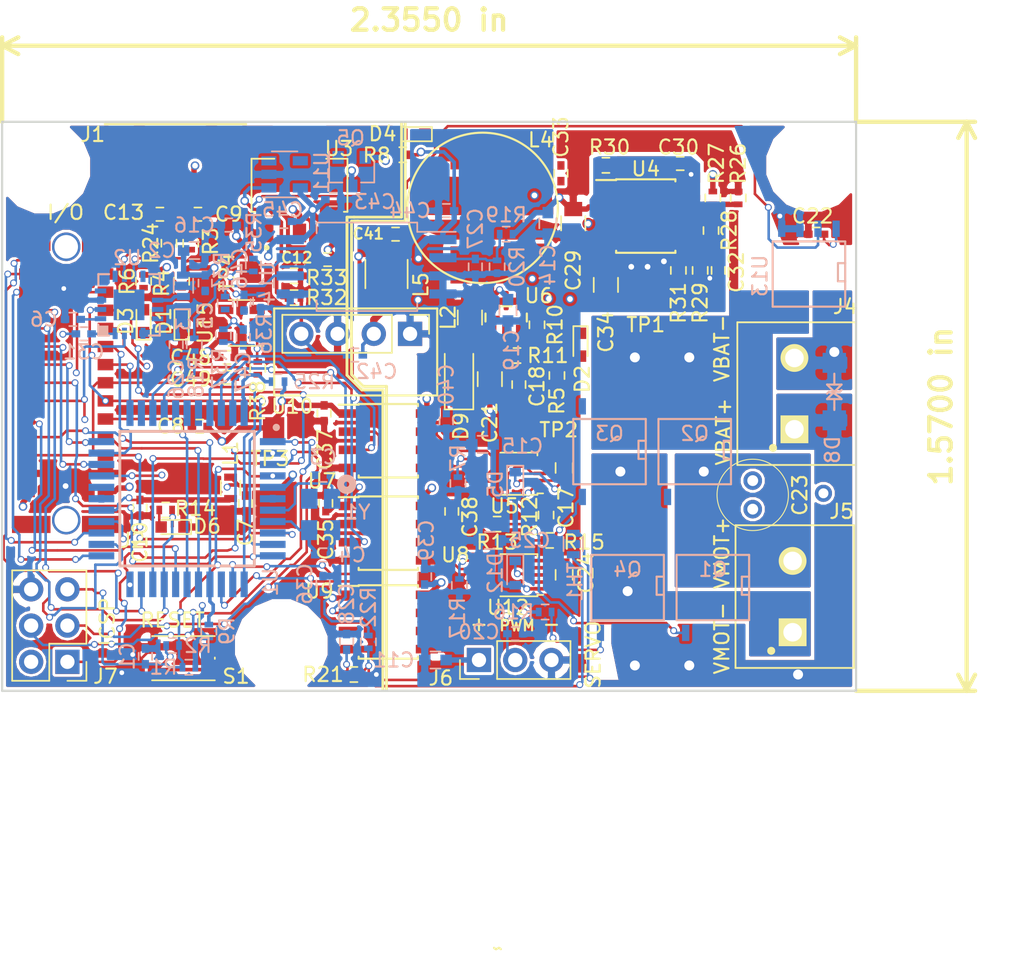
<source format=kicad_pcb>
(kicad_pcb (version 4) (host pcbnew 4.0.7)
  (layers (0 F.Cu signal hide) (1 In1.Cu mixed) (2 In2.Cu power hide) (31 B.Cu signal hide) (34 B.Paste user) (35 F.Paste user) (36 B.SilkS user) (37 F.SilkS user) (38 B.Mask user) (39 F.Mask user) (44 Edge.Cuts user))
  (net 0 "")
  (net 1 /~RESET)
  (net 2 GND_PWR)
  (net 3 /XTAL2)
  (net 4 /XTAL1)
  (net 5 "Net-(C6-Pad1)")
  (net 6 "Net-(C10-Pad1)")
  (net 7 /VBAT_S)
  (net 8 /H1_out)
  (net 9 "Net-(C17-Pad1)")
  (net 10 "Net-(C18-Pad2)")
  (net 11 VBAT)
  (net 12 /H2_out)
  (net 13 "Net-(C24-Pad1)")
  (net 14 /ADC0)
  (net 15 /ADC1)
  (net 16 /ADC2)
  (net 17 "Net-(D1-Pad2)")
  (net 18 "Net-(D2-Pad2)")
  (net 19 "Net-(D3-Pad2)")
  (net 20 "Net-(D4-Pad2)")
  (net 21 "Net-(D9-Pad2)")
  (net 22 /D+)
  (net 23 /ID1)
  (net 24 /D-)
  (net 25 /RX0)
  (net 26 /TX0)
  (net 27 /CE)
  (net 28 /~SS1~)
  (net 29 /SCK1)
  (net 30 /MOSI1)
  (net 31 /MISO1)
  (net 32 /IRQ)
  (net 33 "Net-(Q2-Pad4)")
  (net 34 "Net-(Q3-Pad4)")
  (net 35 "Net-(R2-Pad2)")
  (net 36 "Net-(R3-Pad1)")
  (net 37 "Net-(R7-Pad1)")
  (net 38 "Net-(R12-Pad2)")
  (net 39 "Net-(Q1-Pad4)")
  (net 40 "Net-(R13-Pad2)")
  (net 41 "Net-(R15-Pad1)")
  (net 42 "Net-(R16-Pad1)")
  (net 43 "Net-(Q4-Pad4)")
  (net 44 "Net-(R17-Pad1)")
  (net 45 "Net-(R18-Pad2)")
  (net 46 "Net-(R21-Pad1)")
  (net 47 /MISO0)
  (net 48 /SCK0)
  (net 49 /ADC7)
  (net 50 /ADC6)
  (net 51 /ADC5)
  (net 52 /ADC4)
  (net 53 /ADC3)
  (net 54 /SDA1)
  (net 55 /SCL1)
  (net 56 /PB0)
  (net 57 /PB3)
  (net 58 /~SS0~)
  (net 59 "Net-(U2-Pad11)")
  (net 60 "Net-(U2-Pad12)")
  (net 61 "Net-(U2-Pad14)")
  (net 62 "Net-(U5-Pad5)")
  (net 63 "Net-(U12-Pad5)")
  (net 64 /IN2)
  (net 65 /IN1)
  (net 66 /EN1)
  (net 67 /EN2)
  (net 68 "Net-(D6-Pad2)")
  (net 69 /LED1)
  (net 70 GNDA)
  (net 71 5V0_MCU)
  (net 72 5V0_PWR)
  (net 73 3V3_MCU)
  (net 74 12V_PWR)
  (net 75 /SERVO_PWM)
  (net 76 "Net-(C30-Pad2)")
  (net 77 "Net-(C31-Pad2)")
  (net 78 "Net-(C32-Pad1)")
  (net 79 "Net-(C33-Pad2)")
  (net 80 "Net-(C42-Pad2)")
  (net 81 5V0_USB)
  (net 82 "Net-(L3-Pad1)")
  (net 83 "Net-(Q5-Pad1)")
  (net 84 "Net-(R24-Pad1)")
  (net 85 "Net-(R26-Pad1)")
  (net 86 "Net-(R28-Pad1)")
  (net 87 "Net-(R29-Pad1)")
  (net 88 "Net-(R30-Pad2)")
  (net 89 "Net-(R32-Pad2)")
  (net 90 /RX1)
  (net 91 /IN2_MCU)
  (net 92 /IN1_MCU)
  (net 93 /PC1)
  (net 94 /PC2)
  (net 95 /PC3)
  (net 96 /PC4)
  (net 97 /PC5)
  (net 98 /PC6)
  (net 99 /EN1_MCU)
  (net 100 /EN2_MCU)
  (net 101 "Net-(U2-Pad4)")
  (net 102 "Net-(U2-Pad5)")
  (net 103 "Net-(U9-Pad3)")
  (net 104 "Net-(U9-Pad6)")
  (net 105 "Net-(C27-Pad1)")
  (net 106 "Net-(C46-Pad1)")
  (net 107 "Net-(C47-Pad1)")
  (net 108 "Net-(C47-Pad2)")
  (net 109 "Net-(R34-Pad2)")
  (net 110 "Net-(R35-Pad2)")
  (net 111 /MOSI0)
  (net 112 /SW)
  (module mc-footprints:SINGLE_THERMO_VIA (layer F.Cu) (at 118.745 70.993)
    (fp_text reference REF** hide)
    (fp_text value "THERMO VIA" hide)
    (pad 1 thru_hole circle (at 0 0) (size 1.2 1.2) (drill 0.7) (layers *.Cu) (net 8 /H1_out))
  )
  (module mc-footprints:SINGLE_THERMO_VIA (layer F.Cu) (at 110.363 69.469)
    (fp_text reference REF** hide)
    (fp_text value "THERMO VIA" hide)
    (pad 1 thru_hole circle (at 0 0) (size 1.2 1.2) (drill 0.7) (layers *.Cu) (net 8 /H1_out))
  )
  (module mc-footprints:SINGLE_THERMO_VIA (layer F.Cu) (at 104.521 69.469)
    (fp_text reference REF** hide)
    (fp_text value "THERMO VIA" hide)
    (pad 1 thru_hole circle (at 0 0) (size 1.2 1.2) (drill 0.7) (layers *.Cu) (net 12 /H2_out))
  )
  (module mc-footprints:SINGLE_THERMO_VIA (layer F.Cu) (at 105.029 77.851)
    (fp_text reference REF** hide)
    (fp_text value "THERMO VIA" hide)
    (pad 1 thru_hole circle (at 0 0) (size 1.2 1.2) (drill 0.7) (layers *.Cu) (net 12 /H2_out))
  )
  (module mc-footprints:SINGLE_THERMO_VIA (layer F.Cu) (at 109.347 83.058)
    (fp_text reference REF** hide)
    (fp_text value "THERMO VIA" hide)
    (pad 1 thru_hole circle (at 0 0) (size 1.2 1.2) (drill 0.7) (layers *.Cu) (net 2 GND_PWR))
  )
  (module mc-footprints:SINGLE_THERMO_VIA (layer F.Cu) (at 105.537 83.058)
    (fp_text reference REF** hide)
    (fp_text value "THERMO VIA" hide)
    (pad 1 thru_hole circle (at 0 0) (size 1.2 1.2) (drill 0.7) (layers *.Cu) (net 2 GND_PWR))
  )
  (module mc-footprints:SINGLE_THERMO_VIA (layer F.Cu) (at 116.967 83.693)
    (fp_text reference REF** hide)
    (fp_text value "THERMO VIA" hide)
    (pad 1 thru_hole circle (at 0 0) (size 1.2 1.2) (drill 0.7) (layers *.Cu) (net 2 GND_PWR))
  )
  (module mc-footprints:SINGLE_THERMO_VIA (layer F.Cu) (at 109.347 61.468)
    (fp_text reference REF** hide)
    (fp_text value "THERMO VIA" hide)
    (pad 1 thru_hole circle (at 0 0) (size 1.2 1.2) (drill 0.7) (layers *.Cu) (net 7 /VBAT_S))
  )
  (module mc-footprints:SINGLE_THERMO_VIA (layer F.Cu) (at 119.507 61.087)
    (fp_text reference REF** hide)
    (fp_text value "THERMO VIA" hide)
    (pad 1 thru_hole circle (at 0 0) (size 1.2 1.2) (drill 0.7) (layers *.Cu) (net 11 VBAT))
  )
  (module mc-footprints:SINGLE_THERMO_VIA (layer F.Cu) (at 105.537 61.468)
    (fp_text reference REF** hide)
    (fp_text value "THERMO VIA" hide)
    (pad 1 thru_hole circle (at 0 0) (size 1.2 1.2) (drill 0.7) (layers *.Cu) (net 7 /VBAT_S))
  )
  (module Mounting_Holes:MountingHole_3.5mm (layer F.Cu) (at 80.772 81.661)
    (fp_text reference REF** hide)
    (fp_text value MountingHole_3.5mm hide)
    (pad "" np_thru_hole circle (at 0 0) (size 3.5 3.5) (drill 3.5) (layers *.Cu *.Mask) (clearance 1.5))
  )
  (module Capacitors_SMD:C_0402 (layer B.Cu) (at 71.247 82.423 90)
    (fp_text reference C1 (at 0 -1.27 90) (layer B.SilkS) (effects (justify mirror)))
    (fp_text value 4.7n hide)
    (pad 1 smd rect (at -0.55 0 90) (size 0.6 0.5) (layers B.Cu B.Paste B.Mask) (net 1 /~RESET))
    (pad 2 smd rect (at 0.55 0 90) (size 0.6 0.5) (layers B.Cu B.Paste B.Mask) (net 70 GNDA))
  )
  (module Capacitors_SMD:C_0603 (layer B.Cu) (at 74.676 53.975)
    (fp_text reference C2 (at -2.286 0) (layer B.SilkS) (effects (justify mirror)))
    (fp_text value 4.7u hide)
    (pad 2 smd rect (at 0.75 0) (size 0.8 0.75) (layers B.Cu B.Paste B.Mask) (net 70 GNDA))
    (pad 1 smd rect (at -0.75 0) (size 0.8 0.75) (layers B.Cu B.Paste B.Mask) (net 71 5V0_MCU))
  )
  (module Capacitors_SMD:C_0402 (layer B.Cu) (at 83.693 69.723 180)
    (fp_text reference C3 (at 0 1.27 180) (layer B.SilkS) (effects (justify mirror)))
    (fp_text value 1.8p hide)
    (pad 1 smd rect (at -0.55 0 180) (size 0.6 0.5) (layers B.Cu B.Paste B.Mask) (net 3 /XTAL2))
    (pad 2 smd rect (at 0.55 0 180) (size 0.6 0.5) (layers B.Cu B.Paste B.Mask) (net 70 GNDA))
  )
  (module Capacitors_SMD:C_0402 (layer B.Cu) (at 83.693 75.311 180)
    (fp_text reference C4 (at -2.032 0 180) (layer B.SilkS) (effects (justify mirror)))
    (fp_text value 1.8p hide)
    (pad 1 smd rect (at -0.55 0 180) (size 0.6 0.5) (layers B.Cu B.Paste B.Mask) (net 70 GNDA))
    (pad 2 smd rect (at 0.55 0 180) (size 0.6 0.5) (layers B.Cu B.Paste B.Mask) (net 4 /XTAL1))
  )
  (module Capacitors_SMD:C_0402 (layer B.Cu) (at 75.438 56.261 270)
    (fp_text reference C5 (at 2.286 0 270) (layer B.SilkS) (effects (justify mirror)))
    (fp_text value .1u hide)
    (pad 1 smd rect (at -0.55 0 270) (size 0.6 0.5) (layers B.Cu B.Paste B.Mask) (net 71 5V0_MCU))
    (pad 2 smd rect (at 0.55 0 270) (size 0.6 0.5) (layers B.Cu B.Paste B.Mask) (net 70 GNDA))
  )
  (module Capacitors_SMD:C_0402 (layer B.Cu) (at 66.167 58.801 180)
    (fp_text reference C6 (at 2.032 0 180) (layer B.SilkS) (effects (justify mirror)))
    (fp_text value .1u hide)
    (pad 1 smd rect (at -0.55 0 180) (size 0.6 0.5) (layers B.Cu B.Paste B.Mask) (net 5 "Net-(C6-Pad1)"))
    (pad 2 smd rect (at 0.55 0 180) (size 0.6 0.5) (layers B.Cu B.Paste B.Mask) (net 70 GNDA))
  )
  (module Capacitors_SMD:C_0402 (layer F.Cu) (at 78.2574 71.7042 270)
    (fp_text reference C7 (at 2.032 0 270) (layer F.SilkS))
    (fp_text value .1u hide)
    (pad 1 smd rect (at -0.55 0 270) (size 0.6 0.5) (layers F.Cu F.Paste F.Mask) (net 71 5V0_MCU))
    (pad 2 smd rect (at 0.55 0 270) (size 0.6 0.5) (layers F.Cu F.Paste F.Mask) (net 70 GNDA))
  )
  (module Capacitors_SMD:C_0402 (layer F.Cu) (at 74.93 51.435)
    (fp_text reference C9 (at 2.159 0) (layer F.SilkS))
    (fp_text value 47p hide)
    (pad 1 smd rect (at -0.55 0) (size 0.6 0.5) (layers F.Cu F.Paste F.Mask) (net 24 /D-))
    (pad 2 smd rect (at 0.55 0) (size 0.6 0.5) (layers F.Cu F.Paste F.Mask) (net 70 GNDA))
  )
  (module Capacitors_SMD:C_0402 (layer F.Cu) (at 70.866 72.009 270)
    (fp_text reference C10 (at 2.413 0 270) (layer F.SilkS))
    (fp_text value .1u hide)
    (pad 1 smd rect (at -0.55 0 270) (size 0.6 0.5) (layers F.Cu F.Paste F.Mask) (net 6 "Net-(C10-Pad1)"))
    (pad 2 smd rect (at 0.55 0 270) (size 0.6 0.5) (layers F.Cu F.Paste F.Mask) (net 70 GNDA))
  )
  (module Capacitors_SMD:C_0603 (layer B.Cu) (at 91.567 82.677 180)
    (fp_text reference C11 (at 2.921 0 180) (layer B.SilkS) (effects (justify mirror)))
    (fp_text value 4.7u hide)
    (pad 2 smd rect (at 0.75 0 180) (size 0.8 0.75) (layers B.Cu B.Paste B.Mask) (net 2 GND_PWR))
    (pad 1 smd rect (at -0.75 0 180) (size 0.8 0.75) (layers B.Cu B.Paste B.Mask) (net 72 5V0_PWR))
  )
  (module Capacitors_SMD:C_0402 (layer F.Cu) (at 84.0105 54.61 180)
    (fp_text reference C12 (at 2.159 0.127 180) (layer F.SilkS) (effects (font (size 0.75 0.75))))
    (fp_text value 4.7u hide)
    (pad 1 smd rect (at -0.55 0 180) (size 0.6 0.5) (layers F.Cu F.Paste F.Mask) (net 71 5V0_MCU))
    (pad 2 smd rect (at 0.55 0 180) (size 0.6 0.5) (layers F.Cu F.Paste F.Mask) (net 70 GNDA))
  )
  (module Capacitors_SMD:C_0402 (layer F.Cu) (at 72.263 51.435 180)
    (fp_text reference C13 (at 2.54 0.127 180) (layer F.SilkS))
    (fp_text value 47p hide)
    (pad 1 smd rect (at -0.55 0 180) (size 0.6 0.5) (layers F.Cu F.Paste F.Mask) (net 22 /D+))
    (pad 2 smd rect (at 0.55 0 180) (size 0.6 0.5) (layers F.Cu F.Paste F.Mask) (net 70 GNDA))
  )
  (module Capacitors_SMD:C_0603 (layer B.Cu) (at 99.441 52.07 270)
    (fp_text reference C14 (at 2.921 0 270) (layer B.SilkS) (effects (justify mirror)))
    (fp_text value 4.7u hide)
    (pad 2 smd rect (at 0.75 0 270) (size 0.8 0.75) (layers B.Cu B.Paste B.Mask) (net 2 GND_PWR))
    (pad 1 smd rect (at -0.75 0 270) (size 0.8 0.75) (layers B.Cu B.Paste B.Mask) (net 7 /VBAT_S))
  )
  (module Capacitors_SMD:C_0603 (layer B.Cu) (at 94.869 67.564 180)
    (fp_text reference C15 (at -2.794 -0.127 180) (layer B.SilkS) (effects (justify mirror)))
    (fp_text value .47u hide)
    (pad 2 smd rect (at 0.75 0 180) (size 0.8 0.75) (layers B.Cu B.Paste B.Mask) (net 2 GND_PWR))
    (pad 1 smd rect (at -0.75 0 180) (size 0.8 0.75) (layers B.Cu B.Paste B.Mask) (net 74 12V_PWR))
  )
  (module Capacitors_SMD:C_0402 (layer B.Cu) (at 77.089 52.197 180)
    (fp_text reference C16 (at 2.413 0 180) (layer B.SilkS) (effects (justify mirror)))
    (fp_text value .1u hide)
    (pad 1 smd rect (at -0.55 0 180) (size 0.6 0.5) (layers B.Cu B.Paste B.Mask) (net 73 3V3_MCU))
    (pad 2 smd rect (at 0.55 0 180) (size 0.6 0.5) (layers B.Cu B.Paste B.Mask) (net 70 GNDA))
  )
  (module Capacitors_SMD:C_0603 (layer F.Cu) (at 100.584 69.215 90)
    (fp_text reference C17 (at -2.794 0.127 90) (layer F.SilkS))
    (fp_text value 0.1u hide)
    (pad 2 smd rect (at 0.75 0 90) (size 0.8 0.75) (layers F.Cu F.Paste F.Mask) (net 8 /H1_out))
    (pad 1 smd rect (at -0.75 0 90) (size 0.8 0.75) (layers F.Cu F.Paste F.Mask) (net 9 "Net-(C17-Pad1)"))
  )
  (module Capacitors_SMD:C_0402 (layer F.Cu) (at 97.409 63.373 90)
    (fp_text reference C18 (at -0.127 1.27 90) (layer F.SilkS))
    (fp_text value 220p hide)
    (pad 1 smd rect (at -0.55 0 90) (size 0.6 0.5) (layers F.Cu F.Paste F.Mask) (net 74 12V_PWR))
    (pad 2 smd rect (at 0.55 0 90) (size 0.6 0.5) (layers F.Cu F.Paste F.Mask) (net 10 "Net-(C18-Pad2)"))
  )
  (module Capacitors_SMD:C_0603 (layer B.Cu) (at 96.647 58.166 270)
    (fp_text reference C19 (at 2.794 -0.254 270) (layer B.SilkS) (effects (justify mirror)))
    (fp_text value 2.2u hide)
    (pad 2 smd rect (at 0.75 0 270) (size 0.8 0.75) (layers B.Cu B.Paste B.Mask) (net 2 GND_PWR))
    (pad 1 smd rect (at -0.75 0 270) (size 0.8 0.75) (layers B.Cu B.Paste B.Mask) (net 72 5V0_PWR))
  )
  (module D5mm_P2mm_cap:D5_P2_cap (layer F.Cu) (at 113.792 70.104 270)
    (fp_text reference C23 (at 1.016 -3.302 450) (layer F.SilkS))
    (fp_text value 47u hide)
    (pad 1 thru_hole circle (at 0 0 270) (size 1.3 1.3) (drill 0.762) (layers *.Cu *.Mask) (net 11 VBAT))
    (pad 2 thru_hole circle (at 2 0 270) (size 1.3 1.3) (drill 0.762) (layers *.Cu *.Mask) (net 2 GND_PWR))
  )
  (module Capacitors_SMD:C_0603 (layer F.Cu) (at 100.584 76.708 90)
    (fp_text reference C24 (at 0.127 1.524 90) (layer F.SilkS))
    (fp_text value 0.1u hide)
    (pad 2 smd rect (at 0.75 0 90) (size 0.8 0.75) (layers F.Cu F.Paste F.Mask) (net 12 /H2_out))
    (pad 1 smd rect (at -0.75 0 90) (size 0.8 0.75) (layers F.Cu F.Paste F.Mask) (net 13 "Net-(C24-Pad1)"))
  )
  (module Capacitors_SMD:C_0603 (layer B.Cu) (at 95.377 74.295 180)
    (fp_text reference C25 (at -2.794 0 180) (layer B.SilkS) (effects (justify mirror)))
    (fp_text value .47u hide)
    (pad 2 smd rect (at 0.75 0 180) (size 0.8 0.75) (layers B.Cu B.Paste B.Mask) (net 2 GND_PWR))
    (pad 1 smd rect (at -0.75 0 180) (size 0.8 0.75) (layers B.Cu B.Paste B.Mask) (net 74 12V_PWR))
  )
  (module Capacitors_SMD:C_0402 (layer B.Cu) (at 73.406 60.579 90)
    (fp_text reference C26 (at -2.413 0 90) (layer B.SilkS) (effects (justify mirror)))
    (fp_text value .1u hide)
    (pad 1 smd rect (at -0.55 0 90) (size 0.6 0.5) (layers B.Cu B.Paste B.Mask) (net 14 /ADC0))
    (pad 2 smd rect (at 0.55 0 90) (size 0.6 0.5) (layers B.Cu B.Paste B.Mask) (net 70 GNDA))
  )
  (module Capacitors_SMD:C_0402 (layer B.Cu) (at 94.361 55.118 270)
    (fp_text reference C27 (at -2.667 0 270) (layer B.SilkS) (effects (justify mirror)))
    (fp_text value .1u hide)
    (pad 1 smd rect (at -0.55 0 270) (size 0.6 0.5) (layers B.Cu B.Paste B.Mask) (net 105 "Net-(C27-Pad1)"))
    (pad 2 smd rect (at 0.55 0 270) (size 0.6 0.5) (layers B.Cu B.Paste B.Mask) (net 2 GND_PWR))
  )
  (module Capacitors_SMD:C_0402 (layer B.Cu) (at 85.344 81.407 90)
    (fp_text reference C28 (at 2.667 0 90) (layer B.SilkS) (effects (justify mirror)))
    (fp_text value .1u hide)
    (pad 1 smd rect (at -0.55 0 90) (size 0.6 0.5) (layers B.Cu B.Paste B.Mask) (net 16 /ADC2))
    (pad 2 smd rect (at 0.55 0 90) (size 0.6 0.5) (layers B.Cu B.Paste B.Mask) (net 70 GNDA))
  )
  (module Capacitors_SMD:C_0402 (layer B.Cu) (at 66.929 59.817)
    (fp_text reference C31 (at 0 1.27) (layer B.SilkS) (effects (justify mirror)))
    (fp_text value .1u hide)
    (pad 1 smd rect (at -0.55 0) (size 0.6 0.5) (layers B.Cu B.Paste B.Mask) (net 1 /~RESET))
    (pad 2 smd rect (at 0.55 0) (size 0.6 0.5) (layers B.Cu B.Paste B.Mask) (net 77 "Net-(C31-Pad2)"))
  )
  (module Capacitors_SMD:C_0402 (layer F.Cu) (at 111.379 55.372 270)
    (fp_text reference C32 (at 0.127 -1.27 270) (layer F.SilkS))
    (fp_text value 3.9n hide)
    (pad 1 smd rect (at -0.55 0 270) (size 0.6 0.5) (layers F.Cu F.Paste F.Mask) (net 78 "Net-(C32-Pad1)"))
    (pad 2 smd rect (at 0.55 0 270) (size 0.6 0.5) (layers F.Cu F.Paste F.Mask) (net 2 GND_PWR))
  )
  (module Capacitors_SMD:C_0402 (layer F.Cu) (at 100.3554 48.5648 90)
    (fp_text reference C33 (at 2.54 0 270) (layer F.SilkS))
    (fp_text value .1u hide)
    (pad 1 smd rect (at -0.55 0 90) (size 0.6 0.5) (layers F.Cu F.Paste F.Mask) (net 112 /SW))
    (pad 2 smd rect (at 0.55 0 90) (size 0.6 0.5) (layers F.Cu F.Paste F.Mask) (net 79 "Net-(C33-Pad2)"))
  )
  (module Capacitors_SMD:C_0402 (layer F.Cu) (at 83.8835 71.6915 270)
    (fp_text reference C35 (at 2.54 0 270) (layer F.SilkS))
    (fp_text value .1u hide)
    (pad 1 smd rect (at -0.55 0 270) (size 0.6 0.5) (layers F.Cu F.Paste F.Mask) (net 70 GNDA))
    (pad 2 smd rect (at 0.55 0 270) (size 0.6 0.5) (layers F.Cu F.Paste F.Mask) (net 71 5V0_MCU))
  )
  (module Capacitors_SMD:C_0402 (layer B.Cu) (at 83.693 77.343 270)
    (fp_text reference C36 (at 0 1.27 270) (layer B.SilkS) (effects (justify mirror)))
    (fp_text value .1u hide)
    (pad 1 smd rect (at -0.55 0 270) (size 0.6 0.5) (layers B.Cu B.Paste B.Mask) (net 70 GNDA))
    (pad 2 smd rect (at 0.55 0 270) (size 0.6 0.5) (layers B.Cu B.Paste B.Mask) (net 71 5V0_MCU))
  )
  (module Capacitors_SMD:C_0402 (layer F.Cu) (at 83.7692 65.3796 90)
    (fp_text reference C37 (at -2.54 0.0635 90) (layer F.SilkS))
    (fp_text value .1u hide)
    (pad 1 smd rect (at -0.55 0 90) (size 0.6 0.5) (layers F.Cu F.Paste F.Mask) (net 70 GNDA))
    (pad 2 smd rect (at 0.55 0 90) (size 0.6 0.5) (layers F.Cu F.Paste F.Mask) (net 71 5V0_MCU))
  )
  (module Capacitors_SMD:C_0402 (layer F.Cu) (at 92.71 72.263 90)
    (fp_text reference C38 (at -0.381 1.27 90) (layer F.SilkS))
    (fp_text value .1u hide)
    (pad 1 smd rect (at -0.55 0 90) (size 0.6 0.5) (layers F.Cu F.Paste F.Mask) (net 2 GND_PWR))
    (pad 2 smd rect (at 0.55 0 90) (size 0.6 0.5) (layers F.Cu F.Paste F.Mask) (net 72 5V0_PWR))
  )
  (module Capacitors_SMD:C_0402 (layer B.Cu) (at 90.805 76.835 270)
    (fp_text reference C39 (at -2.54 -0.127 270) (layer B.SilkS) (effects (justify mirror)))
    (fp_text value .1u hide)
    (pad 1 smd rect (at -0.55 0 270) (size 0.6 0.5) (layers B.Cu B.Paste B.Mask) (net 2 GND_PWR))
    (pad 2 smd rect (at 0.55 0 270) (size 0.6 0.5) (layers B.Cu B.Paste B.Mask) (net 72 5V0_PWR))
  )
  (module Capacitors_SMD:C_0402 (layer B.Cu) (at 92.329 65.913 90)
    (fp_text reference C40 (at 2.54 0 90) (layer B.SilkS) (effects (justify mirror)))
    (fp_text value .1u hide)
    (pad 1 smd rect (at -0.55 0 90) (size 0.6 0.5) (layers B.Cu B.Paste B.Mask) (net 2 GND_PWR))
    (pad 2 smd rect (at 0.55 0 90) (size 0.6 0.5) (layers B.Cu B.Paste B.Mask) (net 72 5V0_PWR))
  )
  (module Capacitors_SMD:C_0402 (layer F.Cu) (at 88.773 52.832)
    (fp_text reference C41 (at -1.905 -0.0254) (layer F.SilkS) (effects (font (size 0.75 0.75))))
    (fp_text value 4.7u hide)
    (pad 1 smd rect (at -0.55 0) (size 0.6 0.5) (layers F.Cu F.Paste F.Mask) (net 72 5V0_PWR))
    (pad 2 smd rect (at 0.55 0) (size 0.6 0.5) (layers F.Cu F.Paste F.Mask) (net 2 GND_PWR))
  )
  (module Capacitors_SMD:C_0402 (layer B.Cu) (at 85.9282 61.3029)
    (fp_text reference C42 (at 1.524 1.1557) (layer B.SilkS) (effects (justify mirror)))
    (fp_text value 470p hide)
    (pad 1 smd rect (at -0.55 0) (size 0.6 0.5) (layers B.Cu B.Paste B.Mask) (net 71 5V0_MCU))
    (pad 2 smd rect (at 0.55 0) (size 0.6 0.5) (layers B.Cu B.Paste B.Mask) (net 80 "Net-(C42-Pad2)"))
  )
  (module Capacitors_SMD:C_0402 (layer B.Cu) (at 84.4042 50.4063)
    (fp_text reference C43 (at 2.9083 0.1524) (layer B.SilkS) (effects (justify mirror)))
    (fp_text value .1u hide)
    (pad 1 smd rect (at -0.55 0) (size 0.6 0.5) (layers B.Cu B.Paste B.Mask) (net 71 5V0_MCU))
    (pad 2 smd rect (at 0.55 0) (size 0.6 0.5) (layers B.Cu B.Paste B.Mask) (net 70 GNDA))
  )
  (module LEDs:LED_0603 (layer F.Cu) (at 73.787 58.928 90)
    (fp_text reference D1 (at 0 -1.25 90) (layer F.SilkS))
    (fp_text value LED hide)
    (pad 2 smd rect (at 0.8 0 270) (size 0.8 0.8) (layers F.Cu F.Paste F.Mask) (net 17 "Net-(D1-Pad2)"))
    (pad 1 smd rect (at -0.8 0 270) (size 0.8 0.8) (layers F.Cu F.Paste F.Mask) (net 70 GNDA))
  )
  (module LEDs:LED_0603 (layer F.Cu) (at 101.727 60.579 270)
    (fp_text reference D2 (at 2.413 -0.127 270) (layer F.SilkS))
    (fp_text value LED hide)
    (pad 2 smd rect (at 0.8 0 90) (size 0.8 0.8) (layers F.Cu F.Paste F.Mask) (net 18 "Net-(D2-Pad2)"))
    (pad 1 smd rect (at -0.8 0 90) (size 0.8 0.8) (layers F.Cu F.Paste F.Mask) (net 2 GND_PWR))
  )
  (module LEDs:LED_0603 (layer F.Cu) (at 71.12 58.928 90)
    (fp_text reference D3 (at 0 -1.25 90) (layer F.SilkS))
    (fp_text value LED hide)
    (pad 2 smd rect (at 0.8 0 270) (size 0.8 0.8) (layers F.Cu F.Paste F.Mask) (net 19 "Net-(D3-Pad2)"))
    (pad 1 smd rect (at -0.8 0 270) (size 0.8 0.8) (layers F.Cu F.Paste F.Mask) (net 70 GNDA))
  )
  (module LEDs:LED_0603 (layer F.Cu) (at 90.0176 45.8216 180)
    (fp_text reference D4 (at 2.159 0.0254 180) (layer F.SilkS))
    (fp_text value LED hide)
    (pad 2 smd rect (at 0.8 0) (size 0.8 0.8) (layers F.Cu F.Paste F.Mask) (net 20 "Net-(D4-Pad2)"))
    (pad 1 smd rect (at -0.8 0) (size 0.8 0.8) (layers F.Cu F.Paste F.Mask) (net 2 GND_PWR))
  )
  (module Diodes_SMD:D_0603 (layer B.Cu) (at 97.155 70.358 270)
    (fp_text reference D5 (at 0 1.4 270) (layer B.SilkS) (effects (justify mirror)))
    (fp_text value D hide)
    (pad 1 smd rect (at -0.85 0 270) (size 0.6 0.8) (layers B.Cu B.Paste B.Mask) (net 9 "Net-(C17-Pad1)"))
    (pad 2 smd rect (at 0.85 0 270) (size 0.6 0.8) (layers B.Cu B.Paste B.Mask) (net 74 12V_PWR))
  )
  (module LEDs:LED_0603 (layer F.Cu) (at 73.152 73.3552 180)
    (fp_text reference D6 (at -2.413 0.0508 180) (layer F.SilkS))
    (fp_text value LED hide)
    (pad 2 smd rect (at 0.8 0) (size 0.8 0.8) (layers F.Cu F.Paste F.Mask) (net 68 "Net-(D6-Pad2)"))
    (pad 1 smd rect (at -0.8 0) (size 0.8 0.8) (layers F.Cu F.Paste F.Mask) (net 70 GNDA))
  )
  (module Diodes_SMD:D_SOD-123 (layer F.Cu) (at 93.218 62.865 90)
    (fp_text reference D9 (at -3.429 0.127 270) (layer F.SilkS))
    (fp_text value MBR0520 hide)
    (pad 1 smd rect (at -1.65 0 90) (size 0.9 1.2) (layers F.Cu F.Paste F.Mask) (net 74 12V_PWR))
    (pad 2 smd rect (at 1.65 0 90) (size 0.9 1.2) (layers F.Cu F.Paste F.Mask) (net 21 "Net-(D9-Pad2)"))
  )
  (module Diodes_SMD:D_0603 (layer B.Cu) (at 97.155 76.581 270)
    (fp_text reference D12 (at 0 1.4 270) (layer B.SilkS) (effects (justify mirror)))
    (fp_text value D hide)
    (pad 1 smd rect (at -0.85 0 270) (size 0.6 0.8) (layers B.Cu B.Paste B.Mask) (net 13 "Net-(C24-Pad1)"))
    (pad 2 smd rect (at 0.85 0 270) (size 0.6 0.8) (layers B.Cu B.Paste B.Mask) (net 74 12V_PWR))
  )
  (module USB:USB_10118192-0001LF (layer F.Cu) (at 76.454 39.116 180)
    (fp_text reference J1 (at 8.89 -6.731 180) (layer F.SilkS))
    (fp_text value "Micro USB" hide)
    (pad "" smd rect (at 6.9 -7.45 180) (size 1.8 1.9) (layers F.Cu F.Paste F.Mask))
    (pad "" smd rect (at 4.3 -7.45 180) (size 1.9 1.9) (layers F.Cu F.Paste F.Mask))
    (pad "" smd rect (at 1.9 -7.45 180) (size 1.9 1.9) (layers F.Cu F.Paste F.Mask))
    (pad "" smd rect (at -0.7 -7.45 180) (size 1.8 1.9) (layers F.Cu F.Paste F.Mask))
    (pad 5 smd rect (at 4.4 -10.12698 180) (size 0.4 1.35) (layers F.Cu F.Paste F.Mask) (net 70 GNDA))
    (pad 3 smd rect (at 3.1 -10.12698 180) (size 0.4 1.35) (layers F.Cu F.Paste F.Mask) (net 22 /D+))
    (pad 4 smd rect (at 3.75 -10.12698 180) (size 0.4 1.35) (layers F.Cu F.Paste F.Mask) (net 23 /ID1))
    (pad 2 smd rect (at 2.45 -10.12698 180) (size 0.4 1.35) (layers F.Cu F.Paste F.Mask) (net 24 /D-))
    (pad 1 smd rect (at 1.8 -10.12698 180) (size 0.4 1.35) (layers F.Cu F.Paste F.Mask) (net 81 5V0_USB))
    (pad "" smd rect (at 6.2 -10 180) (size 2.1 1.6) (layers F.Cu F.Paste F.Mask))
    (pad "" smd rect (at 0 -10 180) (size 2.1 1.6) (layers F.Cu F.Paste F.Mask))
  )
  (module 1935161:PHOENIX_1935161 (layer F.Cu) (at 116.713 64.008 90)
    (fp_text reference J4 (at 6.096 3.556 180) (layer F.SilkS))
    (fp_text value VBAT hide)
    (pad 1 thru_hole rect (at -2.5 0 90) (size 1.95 1.95) (drill 1.3) (layers *.Cu *.Mask F.SilkS) (net 2 GND_PWR))
    (pad 2 thru_hole circle (at 2.5 0 90) (size 1.95 1.95) (drill 1.3) (layers *.Cu *.Mask F.SilkS) (net 11 VBAT))
  )
  (module 1935161:PHOENIX_1935161 (layer F.Cu) (at 116.586 78.232 90)
    (fp_text reference J5 (at 5.969 3.429 180) (layer F.SilkS))
    (fp_text value MTR hide)
    (pad 1 thru_hole rect (at -2.5 0 90) (size 1.95 1.95) (drill 1.3) (layers *.Cu *.Mask F.SilkS) (net 12 /H2_out))
    (pad 2 thru_hole circle (at 2.5 0 90) (size 1.95 1.95) (drill 1.3) (layers *.Cu *.Mask F.SilkS) (net 8 /H1_out))
  )
  (module Pin_Headers:Pin_Header_Straight_1x03_Pitch2.54mm (layer F.Cu) (at 94.615 82.677 90)
    (fp_text reference J6 (at -1.27 -2.667 180) (layer F.SilkS))
    (fp_text value SERVO (at 0.381 8.001 270) (layer F.SilkS))
    (pad 1 thru_hole rect (at 0 0 90) (size 1.7 1.7) (drill 1) (layers *.Cu *.Mask) (net 72 5V0_PWR))
    (pad 2 thru_hole oval (at 0 2.54 90) (size 1.7 1.7) (drill 1) (layers *.Cu *.Mask) (net 75 /SERVO_PWM))
    (pad 3 thru_hole oval (at 0 5.08 90) (size 1.7 1.7) (drill 1) (layers *.Cu *.Mask) (net 2 GND_PWR))
  )
  (module Pin_Headers:Pin_Header_Straight_2x03_Pitch2.54mm (layer F.Cu) (at 65.786 82.804 180)
    (fp_text reference J7 (at -2.667 -1.016 180) (layer F.SilkS))
    (fp_text value ICSP (at -2.794 2.794 270) (layer F.SilkS))
    (pad 1 thru_hole rect (at 0 0 180) (size 1.7 1.7) (drill 1) (layers *.Cu *.Mask) (net 47 /MISO0))
    (pad 2 thru_hole oval (at 2.54 0 180) (size 1.7 1.7) (drill 1) (layers *.Cu *.Mask) (net 71 5V0_MCU))
    (pad 3 thru_hole oval (at 0 2.54 180) (size 1.7 1.7) (drill 1) (layers *.Cu *.Mask) (net 48 /SCK0))
    (pad 4 thru_hole oval (at 2.54 2.54 180) (size 1.7 1.7) (drill 1) (layers *.Cu *.Mask) (net 111 /MOSI0))
    (pad 5 thru_hole oval (at 0 5.08 180) (size 1.7 1.7) (drill 1) (layers *.Cu *.Mask) (net 1 /~RESET))
    (pad 6 thru_hole oval (at 2.54 5.08 180) (size 1.7 1.7) (drill 1) (layers *.Cu *.Mask) (net 70 GNDA))
  )
  (module Inductors_SMD:L_0603 (layer F.Cu) (at 77.216 70.612 90)
    (fp_text reference L1 (at 2.413 0 90) (layer F.SilkS))
    (fp_text value BLM18PG471SN1 hide)
    (pad 1 smd rect (at -0.75 0 90) (size 0.5 0.9) (layers F.Cu F.Paste F.Mask) (net 6 "Net-(C10-Pad1)"))
    (pad 2 smd rect (at 0.75 0 90) (size 0.5 0.9) (layers F.Cu F.Paste F.Mask) (net 71 5V0_MCU))
  )
  (module Capacitors_SMD:C_0805 (layer F.Cu) (at 93.98 58.674 270)
    (fp_text reference L2 (at 0 1.524 270) (layer F.SilkS))
    (fp_text value 10u hide)
    (pad 1 smd rect (at -1 0 270) (size 1 1.25) (layers F.Cu F.Paste F.Mask) (net 72 5V0_PWR))
    (pad 2 smd rect (at 1 0 270) (size 1 1.25) (layers F.Cu F.Paste F.Mask) (net 21 "Net-(D9-Pad2)"))
  )
  (module Inductors_SMD:L_0603 (layer B.Cu) (at 73.914 56.4515 90)
    (fp_text reference L3 (at -2.286 0 90) (layer B.SilkS) (effects (justify mirror)))
    (fp_text value MI0603K300R-10 hide)
    (pad 1 smd rect (at -0.75 0 90) (size 0.5 0.9) (layers B.Cu B.Paste B.Mask) (net 82 "Net-(L3-Pad1)"))
    (pad 2 smd rect (at 0.75 0 90) (size 0.5 0.9) (layers B.Cu B.Paste B.Mask) (net 71 5V0_MCU))
  )
  (module Inductor_1005:SMD_1005 (layer F.Cu) (at 94.869 46.99 270)
    (fp_text reference L4 (at -0.762 -4.064 360) (layer F.SilkS))
    (fp_text value 15u hide)
    (pad 2 smd trapezoid (at 8 0 270) (size 2.6 4.5) (layers F.Cu F.Paste F.Mask) (net 72 5V0_PWR))
    (pad 1 smd trapezoid (at 0 0 270) (size 2.6 4.5) (layers F.Cu F.Paste F.Mask) (net 112 /SW))
  )
  (module Inductors_SMD:L_1210 (layer F.Cu) (at 88.138 55.626 270)
    (fp_text reference L5 (at 0.762 -2.413 450) (layer F.SilkS))
    (fp_text value 10u hide)
    (pad 1 smd rect (at -1.45 0 270) (size 0.9 2.5) (layers F.Cu F.Paste F.Mask) (net 72 5V0_PWR))
    (pad 2 smd rect (at 1.45 0 270) (size 0.9 2.5) (layers F.Cu F.Paste F.Mask) (net 80 "Net-(C42-Pad2)"))
  )
  (module SMD_Packages:SOIC-8-N (layer B.Cu) (at 110.998 77.597 180)
    (fp_text reference Q1 (at 0 1.27 180) (layer B.SilkS) (effects (justify mirror)))
    (fp_text value AO4484 hide)
    (pad 8 smd rect (at -1.905 3.175 180) (size 0.508 1.143) (layers B.Cu B.Paste B.Mask) (net 8 /H1_out))
    (pad 7 smd rect (at -0.635 3.175 180) (size 0.508 1.143) (layers B.Cu B.Paste B.Mask) (net 8 /H1_out))
    (pad 6 smd rect (at 0.635 3.175 180) (size 0.508 1.143) (layers B.Cu B.Paste B.Mask) (net 8 /H1_out))
    (pad 5 smd rect (at 1.905 3.175 180) (size 0.508 1.143) (layers B.Cu B.Paste B.Mask) (net 8 /H1_out))
    (pad 4 smd rect (at 1.905 -3.175 180) (size 0.508 1.143) (layers B.Cu B.Paste B.Mask) (net 39 "Net-(Q1-Pad4)"))
    (pad 3 smd rect (at 0.635 -3.175 180) (size 0.508 1.143) (layers B.Cu B.Paste B.Mask) (net 2 GND_PWR))
    (pad 2 smd rect (at -0.635 -3.175 180) (size 0.508 1.143) (layers B.Cu B.Paste B.Mask) (net 2 GND_PWR))
    (pad 1 smd rect (at -1.905 -3.175 180) (size 0.508 1.143) (layers B.Cu B.Paste B.Mask) (net 2 GND_PWR))
  )
  (module SMD_Packages:SOIC-8-N (layer B.Cu) (at 109.728 68.072 180)
    (fp_text reference Q2 (at 0 1.27 180) (layer B.SilkS) (effects (justify mirror)))
    (fp_text value AO4484 hide)
    (pad 8 smd rect (at -1.905 3.175 180) (size 0.508 1.143) (layers B.Cu B.Paste B.Mask) (net 7 /VBAT_S))
    (pad 7 smd rect (at -0.635 3.175 180) (size 0.508 1.143) (layers B.Cu B.Paste B.Mask) (net 7 /VBAT_S))
    (pad 6 smd rect (at 0.635 3.175 180) (size 0.508 1.143) (layers B.Cu B.Paste B.Mask) (net 7 /VBAT_S))
    (pad 5 smd rect (at 1.905 3.175 180) (size 0.508 1.143) (layers B.Cu B.Paste B.Mask) (net 7 /VBAT_S))
    (pad 4 smd rect (at 1.905 -3.175 180) (size 0.508 1.143) (layers B.Cu B.Paste B.Mask) (net 33 "Net-(Q2-Pad4)"))
    (pad 3 smd rect (at 0.635 -3.175 180) (size 0.508 1.143) (layers B.Cu B.Paste B.Mask) (net 8 /H1_out))
    (pad 2 smd rect (at -0.635 -3.175 180) (size 0.508 1.143) (layers B.Cu B.Paste B.Mask) (net 8 /H1_out))
    (pad 1 smd rect (at -1.905 -3.175 180) (size 0.508 1.143) (layers B.Cu B.Paste B.Mask) (net 8 /H1_out))
  )
  (module SMD_Packages:SOIC-8-N (layer B.Cu) (at 103.759 68.072 180)
    (fp_text reference Q3 (at 0 1.27 180) (layer B.SilkS) (effects (justify mirror)))
    (fp_text value AO4484 hide)
    (pad 8 smd rect (at -1.905 3.175 180) (size 0.508 1.143) (layers B.Cu B.Paste B.Mask) (net 7 /VBAT_S))
    (pad 7 smd rect (at -0.635 3.175 180) (size 0.508 1.143) (layers B.Cu B.Paste B.Mask) (net 7 /VBAT_S))
    (pad 6 smd rect (at 0.635 3.175 180) (size 0.508 1.143) (layers B.Cu B.Paste B.Mask) (net 7 /VBAT_S))
    (pad 5 smd rect (at 1.905 3.175 180) (size 0.508 1.143) (layers B.Cu B.Paste B.Mask) (net 7 /VBAT_S))
    (pad 4 smd rect (at 1.905 -3.175 180) (size 0.508 1.143) (layers B.Cu B.Paste B.Mask) (net 34 "Net-(Q3-Pad4)"))
    (pad 3 smd rect (at 0.635 -3.175 180) (size 0.508 1.143) (layers B.Cu B.Paste B.Mask) (net 12 /H2_out))
    (pad 2 smd rect (at -0.635 -3.175 180) (size 0.508 1.143) (layers B.Cu B.Paste B.Mask) (net 12 /H2_out))
    (pad 1 smd rect (at -1.905 -3.175 180) (size 0.508 1.143) (layers B.Cu B.Paste B.Mask) (net 12 /H2_out))
  )
  (module SMD_Packages:SOIC-8-N (layer B.Cu) (at 105.029 77.597 180)
    (fp_text reference Q4 (at 0 1.27 180) (layer B.SilkS) (effects (justify mirror)))
    (fp_text value AO4484 hide)
    (pad 8 smd rect (at -1.905 3.175 180) (size 0.508 1.143) (layers B.Cu B.Paste B.Mask) (net 12 /H2_out))
    (pad 7 smd rect (at -0.635 3.175 180) (size 0.508 1.143) (layers B.Cu B.Paste B.Mask) (net 12 /H2_out))
    (pad 6 smd rect (at 0.635 3.175 180) (size 0.508 1.143) (layers B.Cu B.Paste B.Mask) (net 12 /H2_out))
    (pad 5 smd rect (at 1.905 3.175 180) (size 0.508 1.143) (layers B.Cu B.Paste B.Mask) (net 12 /H2_out))
    (pad 4 smd rect (at 1.905 -3.175 180) (size 0.508 1.143) (layers B.Cu B.Paste B.Mask) (net 43 "Net-(Q4-Pad4)"))
    (pad 3 smd rect (at 0.635 -3.175 180) (size 0.508 1.143) (layers B.Cu B.Paste B.Mask) (net 2 GND_PWR))
    (pad 2 smd rect (at -0.635 -3.175 180) (size 0.508 1.143) (layers B.Cu B.Paste B.Mask) (net 2 GND_PWR))
    (pad 1 smd rect (at -1.905 -3.175 180) (size 0.508 1.143) (layers B.Cu B.Paste B.Mask) (net 2 GND_PWR))
  )
  (module TO_SOT_Packages_SMD:SOT-23 (layer B.Cu) (at 85.6996 48.4505 270)
    (fp_text reference Q5 (at -2.3622 0.0762 540) (layer B.SilkS) (effects (justify mirror)))
    (fp_text value Q_PMOS_GSD hide)
    (pad 1 smd rect (at -1 0.95 270) (size 0.9 0.8) (layers B.Cu B.Paste B.Mask) (net 83 "Net-(Q5-Pad1)"))
    (pad 2 smd rect (at -1 -0.95 270) (size 0.9 0.8) (layers B.Cu B.Paste B.Mask) (net 71 5V0_MCU))
    (pad 3 smd rect (at 1 0 270) (size 0.9 0.8) (layers B.Cu B.Paste B.Mask) (net 81 5V0_USB))
  )
  (module Resistors_SMD:R_0402 (layer B.Cu) (at 74.295 83.185 180)
    (fp_text reference R1 (at 1.778 0 180) (layer B.SilkS) (effects (justify mirror)))
    (fp_text value 100k hide)
    (pad 1 smd rect (at -0.45 0 180) (size 0.4 0.6) (layers B.Cu B.Paste B.Mask) (net 71 5V0_MCU))
    (pad 2 smd rect (at 0.45 0 180) (size 0.4 0.6) (layers B.Cu B.Paste B.Mask) (net 1 /~RESET))
  )
  (module Resistors_SMD:R_0402 (layer B.Cu) (at 73.152 81.661 180)
    (fp_text reference R2 (at -1.778 0 180) (layer B.SilkS) (effects (justify mirror)))
    (fp_text value 39 hide)
    (pad 1 smd rect (at -0.45 0 180) (size 0.4 0.6) (layers B.Cu B.Paste B.Mask) (net 1 /~RESET))
    (pad 2 smd rect (at 0.45 0 180) (size 0.4 0.6) (layers B.Cu B.Paste B.Mask) (net 35 "Net-(R2-Pad2)"))
  )
  (module Resistors_SMD:R_0402 (layer F.Cu) (at 73.787 56.134 270)
    (fp_text reference R4 (at 0.127 1.397 270) (layer F.SilkS))
    (fp_text value 1k hide)
    (pad 1 smd rect (at -0.45 0 270) (size 0.4 0.6) (layers F.Cu F.Paste F.Mask) (net 71 5V0_MCU))
    (pad 2 smd rect (at 0.45 0 270) (size 0.4 0.6) (layers F.Cu F.Paste F.Mask) (net 17 "Net-(D1-Pad2)"))
  )
  (module Resistors_SMD:R_0402 (layer F.Cu) (at 100.076 62.738 90)
    (fp_text reference R5 (at -1.778 0 90) (layer F.SilkS))
    (fp_text value 1k hide)
    (pad 1 smd rect (at -0.45 0 90) (size 0.4 0.6) (layers F.Cu F.Paste F.Mask) (net 74 12V_PWR))
    (pad 2 smd rect (at 0.45 0 90) (size 0.4 0.6) (layers F.Cu F.Paste F.Mask) (net 18 "Net-(D2-Pad2)"))
  )
  (module Resistors_SMD:R_0402 (layer F.Cu) (at 71.12 56.134 270)
    (fp_text reference R6 (at 0 1.143 270) (layer F.SilkS))
    (fp_text value 1k hide)
    (pad 1 smd rect (at -0.45 0 270) (size 0.4 0.6) (layers F.Cu F.Paste F.Mask) (net 73 3V3_MCU))
    (pad 2 smd rect (at 0.45 0 270) (size 0.4 0.6) (layers F.Cu F.Paste F.Mask) (net 19 "Net-(D3-Pad2)"))
  )
  (module Resistors_SMD:R_0402 (layer B.Cu) (at 93.1418 70.3072 270)
    (fp_text reference R7 (at -1.778 0 270) (layer B.SilkS) (effects (justify mirror)))
    (fp_text value 10k hide)
    (pad 1 smd rect (at -0.45 0 270) (size 0.4 0.6) (layers B.Cu B.Paste B.Mask) (net 37 "Net-(R7-Pad1)"))
    (pad 2 smd rect (at 0.45 0 270) (size 0.4 0.6) (layers B.Cu B.Paste B.Mask) (net 2 GND_PWR))
  )
  (module Resistors_SMD:R_0402 (layer F.Cu) (at 89.281 47.2694 180)
    (fp_text reference R8 (at 1.8288 -0.0254 180) (layer F.SilkS))
    (fp_text value 1k hide)
    (pad 1 smd rect (at -0.45 0 180) (size 0.4 0.6) (layers F.Cu F.Paste F.Mask) (net 72 5V0_PWR))
    (pad 2 smd rect (at 0.45 0 180) (size 0.4 0.6) (layers F.Cu F.Paste F.Mask) (net 20 "Net-(D4-Pad2)"))
  )
  (module Resistors_SMD:R_0402 (layer B.Cu) (at 75.692 80.645 90)
    (fp_text reference R9 (at 0 1.27 90) (layer B.SilkS) (effects (justify mirror)))
    (fp_text value 10K hide)
    (pad 1 smd rect (at -0.45 0 90) (size 0.4 0.6) (layers B.Cu B.Paste B.Mask) (net 71 5V0_MCU))
    (pad 2 smd rect (at 0.45 0 90) (size 0.4 0.6) (layers B.Cu B.Paste B.Mask) (net 28 /~SS1~))
  )
  (module Resistors_SMD:R_0402 (layer F.Cu) (at 98.679 59.182 270)
    (fp_text reference R10 (at 0 -1.27 270) (layer F.SilkS))
    (fp_text value 82k hide)
    (pad 1 smd rect (at -0.45 0 270) (size 0.4 0.6) (layers F.Cu F.Paste F.Mask) (net 72 5V0_PWR))
    (pad 2 smd rect (at 0.45 0 270) (size 0.4 0.6) (layers F.Cu F.Paste F.Mask) (net 10 "Net-(C18-Pad2)"))
  )
  (module Resistors_SMD:R_0402 (layer F.Cu) (at 97.282 61.341 180)
    (fp_text reference R11 (at -2.159 0 180) (layer F.SilkS))
    (fp_text value 10k hide)
    (pad 1 smd rect (at -0.45 0 180) (size 0.4 0.6) (layers F.Cu F.Paste F.Mask) (net 10 "Net-(C18-Pad2)"))
    (pad 2 smd rect (at 0.45 0 180) (size 0.4 0.6) (layers F.Cu F.Paste F.Mask) (net 2 GND_PWR))
  )
  (module Resistors_SMD:R_0402 (layer F.Cu) (at 99.314 72.517 90)
    (fp_text reference R12 (at -0.127 -1.143 90) (layer F.SilkS))
    (fp_text value 10 hide)
    (pad 1 smd rect (at -0.45 0 90) (size 0.4 0.6) (layers F.Cu F.Paste F.Mask) (net 33 "Net-(Q2-Pad4)"))
    (pad 2 smd rect (at 0.45 0 90) (size 0.4 0.6) (layers F.Cu F.Paste F.Mask) (net 38 "Net-(R12-Pad2)"))
  )
  (module Resistors_SMD:R_0402 (layer F.Cu) (at 95.885 73.152 180)
    (fp_text reference R13 (at 0 -1.27 180) (layer F.SilkS))
    (fp_text value 10 hide)
    (pad 1 smd rect (at -0.45 0 180) (size 0.4 0.6) (layers F.Cu F.Paste F.Mask) (net 39 "Net-(Q1-Pad4)"))
    (pad 2 smd rect (at 0.45 0 180) (size 0.4 0.6) (layers F.Cu F.Paste F.Mask) (net 40 "Net-(R13-Pad2)"))
  )
  (module Resistors_SMD:R_0402 (layer F.Cu) (at 72.6694 72.1614 180)
    (fp_text reference R14 (at -2.0828 0.1016 180) (layer F.SilkS))
    (fp_text value 1k hide)
    (pad 1 smd rect (at -0.45 0 180) (size 0.4 0.6) (layers F.Cu F.Paste F.Mask) (net 69 /LED1))
    (pad 2 smd rect (at 0.45 0 180) (size 0.4 0.6) (layers F.Cu F.Paste F.Mask) (net 68 "Net-(D6-Pad2)"))
  )
  (module Resistors_SMD:R_0402 (layer F.Cu) (at 99.568 74.295)
    (fp_text reference R15 (at 2.413 0.127) (layer F.SilkS))
    (fp_text value 10 hide)
    (pad 1 smd rect (at -0.45 0) (size 0.4 0.6) (layers F.Cu F.Paste F.Mask) (net 41 "Net-(R15-Pad1)"))
    (pad 2 smd rect (at 0.45 0) (size 0.4 0.6) (layers F.Cu F.Paste F.Mask) (net 34 "Net-(Q3-Pad4)"))
  )
  (module Resistors_SMD:R_0402 (layer B.Cu) (at 99.2505 79.3115)
    (fp_text reference R16 (at -2.2225 0) (layer B.SilkS) (effects (justify mirror)))
    (fp_text value 10 hide)
    (pad 1 smd rect (at -0.45 0) (size 0.4 0.6) (layers B.Cu B.Paste B.Mask) (net 42 "Net-(R16-Pad1)"))
    (pad 2 smd rect (at 0.45 0) (size 0.4 0.6) (layers B.Cu B.Paste B.Mask) (net 43 "Net-(Q4-Pad4)"))
  )
  (module Resistors_SMD:R_0402 (layer B.Cu) (at 74.676 60.579 90)
    (fp_text reference R18 (at -2.286 0.127 90) (layer B.SilkS) (effects (justify mirror)))
    (fp_text value 1k hide)
    (pad 1 smd rect (at -0.45 0 90) (size 0.4 0.6) (layers B.Cu B.Paste B.Mask) (net 14 /ADC0))
    (pad 2 smd rect (at 0.45 0 90) (size 0.4 0.6) (layers B.Cu B.Paste B.Mask) (net 45 "Net-(R18-Pad2)"))
  )
  (module Resistors_SMD:R_0402 (layer B.Cu) (at 96.52 52.832 180)
    (fp_text reference R19 (at 0 1.35 180) (layer B.SilkS) (effects (justify mirror)))
    (fp_text value 100k hide)
    (pad 1 smd rect (at -0.45 0 180) (size 0.4 0.6) (layers B.Cu B.Paste B.Mask) (net 7 /VBAT_S))
    (pad 2 smd rect (at 0.45 0 180) (size 0.4 0.6) (layers B.Cu B.Paste B.Mask) (net 105 "Net-(C27-Pad1)"))
  )
  (module Resistors_SMD:R_0402 (layer B.Cu) (at 95.885 55.118 270)
    (fp_text reference R20 (at 0 -1.397 270) (layer B.SilkS) (effects (justify mirror)))
    (fp_text value 12.7k hide)
    (pad 1 smd rect (at -0.45 0 270) (size 0.4 0.6) (layers B.Cu B.Paste B.Mask) (net 105 "Net-(C27-Pad1)"))
    (pad 2 smd rect (at 0.45 0 270) (size 0.4 0.6) (layers B.Cu B.Paste B.Mask) (net 2 GND_PWR))
  )
  (module Resistors_SMD:R_0402 (layer F.Cu) (at 85.852 83.693 180)
    (fp_text reference R21 (at 2.159 0 180) (layer F.SilkS))
    (fp_text value 1k hide)
    (pad 1 smd rect (at -0.45 0 180) (size 0.4 0.6) (layers F.Cu F.Paste F.Mask) (net 46 "Net-(R21-Pad1)"))
    (pad 2 smd rect (at 0.45 0 180) (size 0.4 0.6) (layers F.Cu F.Paste F.Mask) (net 16 /ADC2))
  )
  (module Resistors_SMD:R_0402 (layer B.Cu) (at 86.868 81.407 270)
    (fp_text reference R22 (at -2.413 0 270) (layer B.SilkS) (effects (justify mirror)))
    (fp_text value 10k hide)
    (pad 1 smd rect (at -0.45 0 270) (size 0.4 0.6) (layers B.Cu B.Paste B.Mask) (net 71 5V0_MCU))
    (pad 2 smd rect (at 0.45 0 270) (size 0.4 0.6) (layers B.Cu B.Paste B.Mask) (net 46 "Net-(R21-Pad1)"))
  )
  (module Resistors_SMD:R_0603 (layer B.Cu) (at 101.219 74.549 90)
    (fp_text reference TH1 (at -2.667 0.127 90) (layer B.SilkS) (effects (justify mirror)))
    (fp_text value Thermistor hide)
    (pad 1 smd rect (at -0.75 0 90) (size 0.5 0.9) (layers B.Cu B.Paste B.Mask) (net 46 "Net-(R21-Pad1)"))
    (pad 2 smd rect (at 0.75 0 90) (size 0.5 0.9) (layers B.Cu B.Paste B.Mask) (net 70 GNDA))
  )
  (module QFP80P1200X1200X120-44N:QFP80P1200X1200X120-44N (layer B.Cu) (at 74.168 71.374 180)
    (fp_text reference U1 (at -5.842 -5.842 450) (layer B.SilkS) (effects (font (size 1.00002 1.00002)) (justify mirror)))
    (fp_text value ATMEGA324PB-ABT hide)
    (pad 1 smd rect (at -6 4 270) (size 0.5 1.8) (layers B.Cu B.Paste B.Mask) (net 111 /MOSI0))
    (pad 2 smd rect (at -6 3.2 270) (size 0.5 1.8) (layers B.Cu B.Paste B.Mask) (net 47 /MISO0))
    (pad 3 smd rect (at -6 2.4 270) (size 0.5 1.8) (layers B.Cu B.Paste B.Mask) (net 48 /SCK0))
    (pad 4 smd rect (at -6 1.6 270) (size 0.5 1.8) (layers B.Cu B.Paste B.Mask) (net 1 /~RESET))
    (pad 5 smd rect (at -6 0.8 270) (size 0.5 1.8) (layers B.Cu B.Paste B.Mask) (net 71 5V0_MCU))
    (pad 6 smd rect (at -6 0 270) (size 0.5 1.8) (layers B.Cu B.Paste B.Mask) (net 70 GNDA))
    (pad 7 smd rect (at -6 -0.8 270) (size 0.5 1.8) (layers B.Cu B.Paste B.Mask) (net 3 /XTAL2))
    (pad 8 smd rect (at -6 -1.6 270) (size 0.5 1.8) (layers B.Cu B.Paste B.Mask) (net 4 /XTAL1))
    (pad 9 smd rect (at -6 -2.4 270) (size 0.5 1.8) (layers B.Cu B.Paste B.Mask) (net 25 /RX0))
    (pad 10 smd rect (at -6 -3.2 270) (size 0.5 1.8) (layers B.Cu B.Paste B.Mask) (net 26 /TX0))
    (pad 11 smd rect (at -6 -4 270) (size 0.5 1.8) (layers B.Cu B.Paste B.Mask) (net 90 /RX1))
    (pad 12 smd rect (at -4 -6 270) (size 1.8 0.5) (layers B.Cu B.Paste B.Mask) (net 32 /IRQ))
    (pad 13 smd rect (at -3.2 -6 270) (size 1.8 0.5) (layers B.Cu B.Paste B.Mask) (net 91 /IN2_MCU))
    (pad 14 smd rect (at -2.4 -6 270) (size 1.8 0.5) (layers B.Cu B.Paste B.Mask) (net 92 /IN1_MCU))
    (pad 15 smd rect (at -1.6 -6 270) (size 1.8 0.5) (layers B.Cu B.Paste B.Mask) (net 28 /~SS1~))
    (pad 16 smd rect (at -0.8 -6 270) (size 1.8 0.5) (layers B.Cu B.Paste B.Mask) (net 29 /SCK1))
    (pad 17 smd rect (at 0 -6 270) (size 1.8 0.5) (layers B.Cu B.Paste B.Mask) (net 31 /MISO1))
    (pad 18 smd rect (at 0.8 -6 270) (size 1.8 0.5) (layers B.Cu B.Paste B.Mask) (net 30 /MOSI1))
    (pad 19 smd rect (at 1.6 -6 270) (size 1.8 0.5) (layers B.Cu B.Paste B.Mask) (net 69 /LED1))
    (pad 20 smd rect (at 2.4 -6 270) (size 1.8 0.5) (layers B.Cu B.Paste B.Mask) (net 93 /PC1))
    (pad 21 smd rect (at 3.2 -6 270) (size 1.8 0.5) (layers B.Cu B.Paste B.Mask) (net 94 /PC2))
    (pad 22 smd rect (at 4 -6 270) (size 1.8 0.5) (layers B.Cu B.Paste B.Mask) (net 95 /PC3))
    (pad 23 smd rect (at 6 -4 270) (size 0.5 1.8) (layers B.Cu B.Paste B.Mask) (net 96 /PC4))
    (pad 24 smd rect (at 6 -3.2 270) (size 0.5 1.8) (layers B.Cu B.Paste B.Mask) (net 97 /PC5))
    (pad 25 smd rect (at 6 -2.4 270) (size 0.5 1.8) (layers B.Cu B.Paste B.Mask) (net 98 /PC6))
    (pad 26 smd rect (at 6 -1.6 270) (size 0.5 1.8) (layers B.Cu B.Paste B.Mask) (net 27 /CE))
    (pad 27 smd rect (at 6 -0.8 270) (size 0.5 1.8) (layers B.Cu B.Paste B.Mask) (net 6 "Net-(C10-Pad1)"))
    (pad 28 smd rect (at 6 0 270) (size 0.5 1.8) (layers B.Cu B.Paste B.Mask) (net 70 GNDA))
    (pad 29 smd rect (at 6 0.8 270) (size 0.5 1.8) (layers B.Cu B.Paste B.Mask) (net 69 /LED1))
    (pad 30 smd rect (at 6 1.6 270) (size 0.5 1.8) (layers B.Cu B.Paste B.Mask) (net 49 /ADC7))
    (pad 31 smd rect (at 6 2.4 270) (size 0.5 1.8) (layers B.Cu B.Paste B.Mask) (net 50 /ADC6))
    (pad 32 smd rect (at 6 3.2 270) (size 0.5 1.8) (layers B.Cu B.Paste B.Mask) (net 51 /ADC5))
    (pad 33 smd rect (at 6 4 270) (size 0.5 1.8) (layers B.Cu B.Paste B.Mask) (net 52 /ADC4))
    (pad 34 smd rect (at 4 6 270) (size 1.8 0.5) (layers B.Cu B.Paste B.Mask) (net 53 /ADC3))
    (pad 35 smd rect (at 3.2 6 270) (size 1.8 0.5) (layers B.Cu B.Paste B.Mask) (net 16 /ADC2))
    (pad 36 smd rect (at 2.4 6 270) (size 1.8 0.5) (layers B.Cu B.Paste B.Mask) (net 15 /ADC1))
    (pad 37 smd rect (at 1.6 6 270) (size 1.8 0.5) (layers B.Cu B.Paste B.Mask) (net 14 /ADC0))
    (pad 38 smd rect (at 0.8 6 270) (size 1.8 0.5) (layers B.Cu B.Paste B.Mask) (net 54 /SDA1))
    (pad 39 smd rect (at 0 6 270) (size 1.8 0.5) (layers B.Cu B.Paste B.Mask) (net 55 /SCL1))
    (pad 40 smd rect (at -0.8 6 270) (size 1.8 0.5) (layers B.Cu B.Paste B.Mask) (net 56 /PB0))
    (pad 41 smd rect (at -1.6 6 270) (size 1.8 0.5) (layers B.Cu B.Paste B.Mask) (net 99 /EN1_MCU))
    (pad 42 smd rect (at -2.4 6 270) (size 1.8 0.5) (layers B.Cu B.Paste B.Mask) (net 100 /EN2_MCU))
    (pad 43 smd rect (at -3.2 6 270) (size 1.8 0.5) (layers B.Cu B.Paste B.Mask) (net 57 /PB3))
    (pad 44 smd rect (at -4 6 270) (size 1.8 0.5) (layers B.Cu B.Paste B.Mask) (net 58 /~SS0~))
  )
  (module FT230XQ-T:QFN16 (layer B.Cu) (at 70.104 57.785)
    (fp_text reference U2 (at -0.127 -3.302) (layer B.SilkS) (effects (justify mirror)))
    (fp_text value FT230XQ-T hide)
    (pad 1 smd rect (at -2 0.975) (size 0.8 0.35) (layers B.Cu B.Paste B.Mask) (net 5 "Net-(C6-Pad1)"))
    (pad 2 smd rect (at -2 0.325) (size 0.8 0.35) (layers B.Cu B.Paste B.Mask) (net 26 /TX0))
    (pad 3 smd rect (at -2 -0.325) (size 0.8 0.35) (layers B.Cu B.Paste B.Mask) (net 70 GNDA))
    (pad 4 smd rect (at -2 -0.975) (size 0.8 0.35) (layers B.Cu B.Paste B.Mask) (net 101 "Net-(U2-Pad4)"))
    (pad 5 smd rect (at -0.975 -2 270) (size 0.8 0.35) (layers B.Cu B.Paste B.Mask) (net 102 "Net-(U2-Pad5)"))
    (pad 6 smd rect (at -0.325 -2 270) (size 0.8 0.35) (layers B.Cu B.Paste B.Mask) (net 84 "Net-(R24-Pad1)"))
    (pad 7 smd rect (at 0.325 -2 270) (size 0.8 0.35) (layers B.Cu B.Paste B.Mask) (net 36 "Net-(R3-Pad1)"))
    (pad 8 smd rect (at 0.975 -2 270) (size 0.8 0.35) (layers B.Cu B.Paste B.Mask) (net 5 "Net-(C6-Pad1)"))
    (pad 9 smd rect (at 2 -0.975 180) (size 0.8 0.35) (layers B.Cu B.Paste B.Mask) (net 5 "Net-(C6-Pad1)"))
    (pad 10 smd rect (at 2 -0.325 180) (size 0.8 0.35) (layers B.Cu B.Paste B.Mask) (net 82 "Net-(L3-Pad1)"))
    (pad 11 smd rect (at 2 0.325 180) (size 0.8 0.35) (layers B.Cu B.Paste B.Mask) (net 59 "Net-(U2-Pad11)"))
    (pad 12 smd rect (at 2 0.975 180) (size 0.8 0.35) (layers B.Cu B.Paste B.Mask) (net 60 "Net-(U2-Pad12)"))
    (pad 13 smd rect (at 0.975 2 90) (size 0.8 0.35) (layers B.Cu B.Paste B.Mask) (net 70 GNDA))
    (pad 14 smd rect (at 0.325 2 90) (size 0.8 0.35) (layers B.Cu B.Paste B.Mask) (net 61 "Net-(U2-Pad14)"))
    (pad 15 smd rect (at -0.325 2 90) (size 0.8 0.35) (layers B.Cu B.Paste B.Mask) (net 25 /RX0))
    (pad 16 smd rect (at -0.975 2 90) (size 0.8 0.35) (layers B.Cu B.Paste B.Mask) (net 77 "Net-(C31-Pad2)"))
    (pad 17 smd rect (at 0 0) (size 2.15 2.15) (layers B.Cu B.Paste B.Mask) (net 70 GNDA))
  )
  (module AMS1117-3.3:SOT229P700X180-4N (layer F.Cu) (at 82.042 49.403)
    (fp_text reference U3 (at 2.7686 -2.5654 180) (layer F.SilkS) (effects (font (size 1.0037 1.0037))))
    (fp_text value AMS1117-3.3 hide)
    (pad 1 smd rect (at -2.29 3.345) (size 0.93 1.31) (layers F.Cu F.Paste F.Mask) (net 70 GNDA))
    (pad 2 smd rect (at 0 3.345) (size 0.93 1.31) (layers F.Cu F.Paste F.Mask) (net 73 3V3_MCU))
    (pad 3 smd rect (at 2.29 3.345) (size 0.93 1.31) (layers F.Cu F.Paste F.Mask) (net 71 5V0_MCU))
    (pad 4 smd rect (at 0 -3.345) (size 3.24 1.31) (layers F.Cu F.Paste F.Mask))
  )
  (module footprints:ISO_7420 (layer F.Cu) (at 106.299 51.562)
    (fp_text reference U4 (at 0 -3.302) (layer F.SilkS))
    (fp_text value MP1482 hide)
    (pad 1 smd rect (at -2.7 -1.905) (size 1.55 0.6) (layers F.Cu F.Paste F.Mask) (net 88 "Net-(R30-Pad2)"))
    (pad 2 smd rect (at -2.7 -0.635) (size 1.55 0.6) (layers F.Cu F.Paste F.Mask) (net 7 /VBAT_S))
    (pad 3 smd rect (at -2.7 0.635) (size 1.55 0.6) (layers F.Cu F.Paste F.Mask) (net 112 /SW))
    (pad 4 smd rect (at -2.7 1.905) (size 1.55 0.6) (layers F.Cu F.Paste F.Mask) (net 2 GND_PWR))
    (pad 5 smd rect (at 2.7 1.905) (size 1.55 0.6) (layers F.Cu F.Paste F.Mask) (net 87 "Net-(R29-Pad1)"))
    (pad 6 smd rect (at 2.7 0.635) (size 1.55 0.6) (layers F.Cu F.Paste F.Mask) (net 86 "Net-(R28-Pad1)"))
    (pad 7 smd rect (at 2.7 -0.635) (size 1.55 0.6) (layers F.Cu F.Paste F.Mask) (net 85 "Net-(R26-Pad1)"))
    (pad 8 smd rect (at 2.7 -1.905) (size 1.55 0.6) (layers F.Cu F.Paste F.Mask) (net 76 "Net-(C30-Pad2)"))
  )
  (module LM27313XMF:SOT95P285X120-5N (layer F.Cu) (at 96.52 58.674 90)
    (fp_text reference U6 (at 1.524 2.286 360) (layer F.SilkS))
    (fp_text value LM27313XMF hide)
    (pad 1 smd rect (at -1.143 -0.9652 90) (size 1.27 0.5588) (layers F.Cu F.Paste F.Mask) (net 21 "Net-(D9-Pad2)"))
    (pad 2 smd rect (at -1.143 0 90) (size 1.27 0.5588) (layers F.Cu F.Paste F.Mask) (net 2 GND_PWR))
    (pad 3 smd rect (at -1.143 0.9652 90) (size 1.27 0.5588) (layers F.Cu F.Paste F.Mask) (net 10 "Net-(C18-Pad2)"))
    (pad 4 smd rect (at 1.143 0.9652 90) (size 1.27 0.5588) (layers F.Cu F.Paste F.Mask) (net 72 5V0_PWR))
    (pad 5 smd rect (at 1.143 -0.9652 90) (size 1.27 0.5588) (layers F.Cu F.Paste F.Mask) (net 72 5V0_PWR))
  )
  (module footprints:ISO_7420 (layer F.Cu) (at 88.265 67.31)
    (fp_text reference U7 (at -4.6482 2.8194 180) (layer F.SilkS))
    (fp_text value ISO7420 hide)
    (pad 1 smd rect (at -2.7 -1.905) (size 1.55 0.6) (layers F.Cu F.Paste F.Mask) (net 71 5V0_MCU))
    (pad 2 smd rect (at -2.7 -0.635) (size 1.55 0.6) (layers F.Cu F.Paste F.Mask) (net 92 /IN1_MCU))
    (pad 3 smd rect (at -2.7 0.635) (size 1.55 0.6) (layers F.Cu F.Paste F.Mask) (net 99 /EN1_MCU))
    (pad 4 smd rect (at -2.7 1.905) (size 1.55 0.6) (layers F.Cu F.Paste F.Mask) (net 70 GNDA))
    (pad 5 smd rect (at 2.7 1.905) (size 1.55 0.6) (layers F.Cu F.Paste F.Mask) (net 2 GND_PWR))
    (pad 6 smd rect (at 2.7 0.635) (size 1.55 0.6) (layers F.Cu F.Paste F.Mask) (net 66 /EN1))
    (pad 7 smd rect (at 2.7 -0.635) (size 1.55 0.6) (layers F.Cu F.Paste F.Mask) (net 65 /IN1))
    (pad 8 smd rect (at 2.7 -1.905) (size 1.55 0.6) (layers F.Cu F.Paste F.Mask) (net 72 5V0_PWR))
  )
  (module footprints:ISO_7420 (layer F.Cu) (at 88.265 73.787)
    (fp_text reference U8 (at 4.699 1.524 180) (layer F.SilkS))
    (fp_text value ISO7420 hide)
    (pad 1 smd rect (at -2.7 -1.905) (size 1.55 0.6) (layers F.Cu F.Paste F.Mask) (net 71 5V0_MCU))
    (pad 2 smd rect (at -2.7 -0.635) (size 1.55 0.6) (layers F.Cu F.Paste F.Mask) (net 91 /IN2_MCU))
    (pad 3 smd rect (at -2.7 0.635) (size 1.55 0.6) (layers F.Cu F.Paste F.Mask) (net 100 /EN2_MCU))
    (pad 4 smd rect (at -2.7 1.905) (size 1.55 0.6) (layers F.Cu F.Paste F.Mask) (net 70 GNDA))
    (pad 5 smd rect (at 2.7 1.905) (size 1.55 0.6) (layers F.Cu F.Paste F.Mask) (net 2 GND_PWR))
    (pad 6 smd rect (at 2.7 0.635) (size 1.55 0.6) (layers F.Cu F.Paste F.Mask) (net 67 /EN2))
    (pad 7 smd rect (at 2.7 -0.635) (size 1.55 0.6) (layers F.Cu F.Paste F.Mask) (net 64 /IN2))
    (pad 8 smd rect (at 2.7 -1.905) (size 1.55 0.6) (layers F.Cu F.Paste F.Mask) (net 72 5V0_PWR))
  )
  (module footprints:ISO_7420 (layer F.Cu) (at 88.265 80.01)
    (fp_text reference U9 (at -4.826 -2.159 180) (layer F.SilkS))
    (fp_text value ISO7420 hide)
    (pad 1 smd rect (at -2.7 -1.905) (size 1.55 0.6) (layers F.Cu F.Paste F.Mask) (net 71 5V0_MCU))
    (pad 2 smd rect (at -2.7 -0.635) (size 1.55 0.6) (layers F.Cu F.Paste F.Mask) (net 57 /PB3))
    (pad 3 smd rect (at -2.7 0.635) (size 1.55 0.6) (layers F.Cu F.Paste F.Mask) (net 103 "Net-(U9-Pad3)"))
    (pad 4 smd rect (at -2.7 1.905) (size 1.55 0.6) (layers F.Cu F.Paste F.Mask) (net 70 GNDA))
    (pad 5 smd rect (at 2.7 1.905) (size 1.55 0.6) (layers F.Cu F.Paste F.Mask) (net 2 GND_PWR))
    (pad 6 smd rect (at 2.7 0.635) (size 1.55 0.6) (layers F.Cu F.Paste F.Mask) (net 104 "Net-(U9-Pad6)"))
    (pad 7 smd rect (at 2.7 -0.635) (size 1.55 0.6) (layers F.Cu F.Paste F.Mask) (net 75 /SERVO_PWM))
    (pad 8 smd rect (at 2.7 -1.905) (size 1.55 0.6) (layers F.Cu F.Paste F.Mask) (net 72 5V0_PWR))
  )
  (module footprints:ROE_0505S (layer F.Cu) (at 89.789 59.817 270)
    (fp_text reference U10 (at 5.08 8.255 540) (layer F.SilkS))
    (fp_text value RI3-0505S hide)
    (pad 1 thru_hole rect (at 0 0 270) (size 1.7 1.7) (drill 1) (layers *.Cu *.Mask) (net 2 GND_PWR))
    (pad 2 thru_hole oval (at 0 2.54 270) (size 1.7 1.7) (drill 1) (layers *.Cu *.Mask) (net 80 "Net-(C42-Pad2)"))
    (pad 3 thru_hole oval (at 0 5.08 270) (size 1.7 1.7) (drill 1) (layers *.Cu *.Mask) (net 70 GNDA))
    (pad 4 thru_hole oval (at 0 7.62 270) (size 1.7 1.7) (drill 1) (layers *.Cu *.Mask) (net 71 5V0_MCU))
  )
  (module TO_SOT_Packages_SMD:SOT-23-5 (layer B.Cu) (at 81.0006 48.641)
    (fp_text reference U11 (at 2.6035 -0.127 90) (layer B.SilkS) (effects (justify mirror)))
    (fp_text value LM321 hide)
    (pad 1 smd rect (at -1.1 0.95) (size 1.06 0.65) (layers B.Cu B.Paste B.Mask) (net 89 "Net-(R32-Pad2)"))
    (pad 2 smd rect (at -1.1 0) (size 1.06 0.65) (layers B.Cu B.Paste B.Mask) (net 70 GNDA))
    (pad 3 smd rect (at -1.1 -0.95) (size 1.06 0.65) (layers B.Cu B.Paste B.Mask) (net 73 3V3_MCU))
    (pad 4 smd rect (at 1.1 -0.95) (size 1.06 0.65) (layers B.Cu B.Paste B.Mask) (net 83 "Net-(Q5-Pad1)"))
    (pad 5 smd rect (at 1.1 0.95) (size 1.06 0.65) (layers B.Cu B.Paste B.Mask) (net 71 5V0_MCU))
  )
  (module SMD_Packages:SOIC-8-N (layer B.Cu) (at 117.729 55.626 180)
    (fp_text reference U13 (at 3.429 -0.127 270) (layer B.SilkS) (effects (justify mirror)))
    (fp_text value ACS723LLCTR-10AU-T hide)
    (pad 8 smd rect (at -1.905 3.175 180) (size 0.508 1.143) (layers B.Cu B.Paste B.Mask) (net 71 5V0_MCU))
    (pad 7 smd rect (at -0.635 3.175 180) (size 0.508 1.143) (layers B.Cu B.Paste B.Mask) (net 45 "Net-(R18-Pad2)"))
    (pad 6 smd rect (at 0.635 3.175 180) (size 0.508 1.143) (layers B.Cu B.Paste B.Mask) (net 70 GNDA))
    (pad 5 smd rect (at 1.905 3.175 180) (size 0.508 1.143) (layers B.Cu B.Paste B.Mask) (net 70 GNDA))
    (pad 4 smd rect (at 1.905 -3.175 180) (size 0.508 1.143) (layers B.Cu B.Paste B.Mask) (net 7 /VBAT_S))
    (pad 3 smd rect (at 0.635 -3.175 180) (size 0.508 1.143) (layers B.Cu B.Paste B.Mask) (net 7 /VBAT_S))
    (pad 2 smd rect (at -0.635 -3.175 180) (size 0.508 1.143) (layers B.Cu B.Paste B.Mask) (net 11 VBAT))
    (pad 1 smd rect (at -1.905 -3.175 180) (size 0.508 1.143) (layers B.Cu B.Paste B.Mask) (net 11 VBAT))
  )
  (module "TSX_3225_16MHz_crystal:TSX-3225 16.0000MF09Z-AC3" (layer B.Cu) (at 84.328 71.374 270)
    (fp_text reference Y1 (at 0.9398 -1.778 360) (layer B.SilkS) (effects (justify mirror)))
    (fp_text value "TSX-3225 16.0000MF09Z-AC3" hide)
    (pad 2 smd rect (at 2.2 0 270) (size 1.4 1.15) (layers B.Cu B.Paste B.Mask) (net 70 GNDA))
    (pad 3 smd rect (at 2.2 1.6 270) (size 1.4 1.15) (layers B.Cu B.Paste B.Mask) (net 4 /XTAL1))
    (pad 4 smd rect (at 0 1.6 270) (size 1.4 1.15) (layers B.Cu B.Paste B.Mask) (net 70 GNDA))
    (pad 1 smd rect (at 0 0 270) (size 1.4 1.15) (layers B.Cu B.Paste B.Mask) (net 3 /XTAL2))
  )
  (module Mounting_Holes:MountingHole_3.5mm (layer F.Cu) (at 64.135 48.133)
    (fp_text reference REF** hide)
    (fp_text value MountingHole_3.5mm hide)
    (pad "" np_thru_hole circle (at 0 0) (size 3.5 3.5) (drill 3.5) (layers *.Cu *.Mask) (clearance 1.5))
  )
  (module Mounting_Holes:MountingHole_3.5mm (layer F.Cu) (at 117.983 48.006)
    (fp_text reference REF** hide)
    (fp_text value MountingHole_3.5mm hide)
    (pad "" np_thru_hole circle (at 0 0) (size 3.5 3.5) (drill 3.5) (layers *.Cu *.Mask) (clearance 1.5))
  )
  (module M55-60zzz42R:M55-60zzz42R (layer F.Cu) (at 68.453 70.866 90)
    (fp_text reference J2 (at -3.429 1.905 180) (layer F.SilkS))
    (fp_text value I/O (at 19.558 -2.794 180) (layer F.SilkS))
    (pad "" np_thru_hole circle (at 17.15 -2.75 90) (size 2 2) (drill 1.65) (layers *.Cu *.Mask))
    (pad "" smd rect (at 17.35 -0.3 90) (size 1.2 2.7) (layers F.Cu F.Paste F.Mask))
    (pad "" smd rect (at 17.45 -5.2 90) (size 1.2 2.7) (layers F.Cu F.Paste F.Mask))
    (pad "" smd rect (at -2.31 -5.2 90) (size 1.2 2.7) (layers F.Cu F.Paste F.Mask))
    (pad 2 smd rect (at 0 -5.5 90) (size 0.8 1.1) (layers F.Cu F.Paste F.Mask) (net 71 5V0_MCU))
    (pad 4 smd rect (at 1.27 -5.5 90) (size 0.8 1.1) (layers F.Cu F.Paste F.Mask) (net 70 GNDA))
    (pad 8 smd rect (at 3.81 -5.5 90) (size 0.8 1.1) (layers F.Cu F.Paste F.Mask) (net 28 /~SS1~))
    (pad 6 smd rect (at 2.54 -5.5 90) (size 0.8 1.1) (layers F.Cu F.Paste F.Mask) (net 32 /IRQ))
    (pad 10 smd rect (at 5.08 -5.5 90) (size 0.8 1.1) (layers F.Cu F.Paste F.Mask) (net 30 /MOSI1))
    (pad 12 smd rect (at 6.35 -5.5 90) (size 0.8 1.1) (layers F.Cu F.Paste F.Mask) (net 25 /RX0))
    (pad 16 smd rect (at 8.89 -5.5 90) (size 0.8 1.1) (layers F.Cu F.Paste F.Mask) (net 52 /ADC4))
    (pad 14 smd rect (at 7.62 -5.5 90) (size 0.8 1.1) (layers F.Cu F.Paste F.Mask) (net 90 /RX1))
    (pad 18 smd rect (at 10.16 -5.5 90) (size 0.8 1.1) (layers F.Cu F.Paste F.Mask) (net 50 /ADC6))
    (pad 20 smd rect (at 11.43 -5.5 90) (size 0.8 1.1) (layers F.Cu F.Paste F.Mask) (net 69 /LED1))
    (pad 24 smd rect (at 13.97 -5.5 90) (size 0.8 1.1) (layers F.Cu F.Paste F.Mask) (net 96 /PC4))
    (pad 22 smd rect (at 12.7 -5.5 90) (size 0.8 1.1) (layers F.Cu F.Paste F.Mask) (net 94 /PC2))
    (pad 26 smd rect (at 15.24 -5.5 90) (size 0.8 1.1) (layers F.Cu F.Paste F.Mask) (net 98 /PC6))
    (pad 25 smd rect (at 15.24 0 90) (size 0.8 1.1) (layers F.Cu F.Paste F.Mask) (net 97 /PC5))
    (pad 21 smd rect (at 12.7 0 90) (size 0.8 1.1) (layers F.Cu F.Paste F.Mask) (net 93 /PC1))
    (pad 23 smd rect (at 13.97 0 90) (size 0.8 1.1) (layers F.Cu F.Paste F.Mask) (net 95 /PC3))
    (pad 19 smd rect (at 11.43 0 90) (size 0.8 1.1) (layers F.Cu F.Paste F.Mask) (net 49 /ADC7))
    (pad 17 smd rect (at 10.16 0 90) (size 0.8 1.1) (layers F.Cu F.Paste F.Mask) (net 51 /ADC5))
    (pad 13 smd rect (at 7.62 0 90) (size 0.8 1.1) (layers F.Cu F.Paste F.Mask) (net 32 /IRQ))
    (pad 15 smd rect (at 8.89 0 90) (size 0.8 1.1) (layers F.Cu F.Paste F.Mask) (net 53 /ADC3))
    (pad 11 smd rect (at 6.35 0 90) (size 0.8 1.1) (layers F.Cu F.Paste F.Mask) (net 26 /TX0))
    (pad 9 smd rect (at 5.08 0 90) (size 0.8 1.1) (layers F.Cu F.Paste F.Mask) (net 31 /MISO1))
    (pad 5 smd rect (at 2.54 0 90) (size 0.8 1.1) (layers F.Cu F.Paste F.Mask) (net 27 /CE))
    (pad 7 smd rect (at 3.81 0 90) (size 0.8 1.1) (layers F.Cu F.Paste F.Mask) (net 29 /SCK1))
    (pad 3 smd rect (at 1.27 0 90) (size 0.8 1.1) (layers F.Cu F.Paste F.Mask) (net 70 GNDA))
    (pad 1 smd rect (at 0 0 90) (size 0.8 1.1) (layers F.Cu F.Paste F.Mask) (net 73 3V3_MCU))
    (pad "" smd rect (at -2.31 -0.3 90) (size 1.2 2.7) (layers F.Cu F.Paste F.Mask))
    (pad "" np_thru_hole circle (at -2.01 -2.75 90) (size 2 2) (drill 1.65) (layers *.Cu *.Mask))
  )
  (module Capacitors_SMD:C_0402 (layer B.Cu) (at 92.329 51.181 180)
    (fp_text reference C44 (at 2.54 0 180) (layer B.SilkS) (effects (justify mirror)))
    (fp_text value .1u hide)
    (pad 1 smd rect (at -0.55 0 180) (size 0.6 0.5) (layers B.Cu B.Paste B.Mask) (net 72 5V0_PWR))
    (pad 2 smd rect (at 0.55 0 180) (size 0.6 0.5) (layers B.Cu B.Paste B.Mask) (net 2 GND_PWR))
  )
  (module Capacitors_SMD:C_0402 (layer B.Cu) (at 80.9625 51.943 180)
    (fp_text reference C45 (at 0.1016 0.8128 180) (layer B.SilkS) (effects (justify mirror)))
    (fp_text value .1u hide)
    (pad 1 smd rect (at -0.55 0 180) (size 0.6 0.5) (layers B.Cu B.Paste B.Mask) (net 71 5V0_MCU))
    (pad 2 smd rect (at 0.55 0 180) (size 0.6 0.5) (layers B.Cu B.Paste B.Mask) (net 70 GNDA))
  )
  (module Capacitors_SMD:C_0402 (layer B.Cu) (at 78.1558 57.6326 270)
    (fp_text reference C46 (at -2.3876 0.3048 270) (layer B.SilkS) (effects (justify mirror)))
    (fp_text value .1u hide)
    (pad 1 smd rect (at -0.55 0 270) (size 0.6 0.5) (layers B.Cu B.Paste B.Mask) (net 106 "Net-(C46-Pad1)"))
    (pad 2 smd rect (at 0.55 0 270) (size 0.6 0.5) (layers B.Cu B.Paste B.Mask) (net 70 GNDA))
  )
  (module Capacitors_SMD:C_0402 (layer B.Cu) (at 78.105 60.071 270)
    (fp_text reference C47 (at 2.413 0 270) (layer B.SilkS) (effects (justify mirror)))
    (fp_text value .1u hide)
    (pad 1 smd rect (at -0.55 0 270) (size 0.6 0.5) (layers B.Cu B.Paste B.Mask) (net 107 "Net-(C47-Pad1)"))
    (pad 2 smd rect (at 0.55 0 270) (size 0.6 0.5) (layers B.Cu B.Paste B.Mask) (net 108 "Net-(C47-Pad2)"))
  )
  (module Capacitors_SMD:C_0402 (layer F.Cu) (at 76.962 61.468)
    (fp_text reference C48 (at -2.54 0) (layer F.SilkS))
    (fp_text value .1u hide)
    (pad 1 smd rect (at -0.55 0) (size 0.6 0.5) (layers F.Cu F.Paste F.Mask) (net 71 5V0_MCU))
    (pad 2 smd rect (at 0.55 0) (size 0.6 0.5) (layers F.Cu F.Paste F.Mask) (net 70 GNDA))
  )
  (module Capacitors_SMD:C_0402 (layer F.Cu) (at 76.962 62.865 180)
    (fp_text reference C49 (at 2.54 -0.127 180) (layer F.SilkS))
    (fp_text value .1u hide)
    (pad 1 smd rect (at -0.55 0 180) (size 0.6 0.5) (layers F.Cu F.Paste F.Mask) (net 15 /ADC1))
    (pad 2 smd rect (at 0.55 0 180) (size 0.6 0.5) (layers F.Cu F.Paste F.Mask) (net 70 GNDA))
  )
  (module mc-footprints:DO-214AC (layer B.Cu) (at 119.507 61.849 270)
    (fp_text reference D8 (at 6.096 0.127 270) (layer B.SilkS) (effects (justify mirror)))
    (fp_text value SMA6J18AHR3G hide)
    (pad 2 smd rect (at 4.03 0 270) (size 1.4 1.64) (layers B.Cu B.Paste B.Mask) (net 2 GND_PWR))
    (pad 1 smd rect (at 0 0 270) (size 1.4 1.64) (layers B.Cu B.Paste B.Mask) (net 11 VBAT))
  )
  (module Resistors_SMD:R_0402 (layer B.Cu) (at 76.835 57.658 90)
    (fp_text reference R34 (at 2.159 -0.254 270) (layer B.SilkS) (effects (justify mirror)))
    (fp_text value 10k hide)
    (pad 1 smd rect (at -0.45 0 90) (size 0.4 0.6) (layers B.Cu B.Paste B.Mask) (net 107 "Net-(C47-Pad1)"))
    (pad 2 smd rect (at 0.45 0 90) (size 0.4 0.6) (layers B.Cu B.Paste B.Mask) (net 109 "Net-(R34-Pad2)"))
  )
  (module Resistors_SMD:R_0402 (layer B.Cu) (at 78.8162 54.991 90)
    (fp_text reference R35 (at 2.286 0.0508 270) (layer B.SilkS) (effects (justify mirror)))
    (fp_text value 10k hide)
    (pad 1 smd rect (at -0.45 0 90) (size 0.4 0.6) (layers B.Cu B.Paste B.Mask) (net 106 "Net-(C46-Pad1)"))
    (pad 2 smd rect (at 0.45 0 90) (size 0.4 0.6) (layers B.Cu B.Paste B.Mask) (net 110 "Net-(R35-Pad2)"))
  )
  (module Resistors_SMD:R_0402 (layer B.Cu) (at 79.3242 57.531 90)
    (fp_text reference R36 (at -2.286 0.254 90) (layer B.SilkS) (effects (justify mirror)))
    (fp_text value 10k hide)
    (pad 1 smd rect (at -0.45 0 90) (size 0.4 0.6) (layers B.Cu B.Paste B.Mask) (net 70 GNDA))
    (pad 2 smd rect (at 0.45 0 90) (size 0.4 0.6) (layers B.Cu B.Paste B.Mask) (net 106 "Net-(C46-Pad1)"))
  )
  (module Resistors_SMD:R_0402 (layer B.Cu) (at 76.708 59.944 90)
    (fp_text reference R37 (at -2.286 -0.254 90) (layer B.SilkS) (effects (justify mirror)))
    (fp_text value 10k hide)
    (pad 1 smd rect (at -0.45 0 90) (size 0.4 0.6) (layers B.Cu B.Paste B.Mask) (net 108 "Net-(C47-Pad2)"))
    (pad 2 smd rect (at 0.45 0 90) (size 0.4 0.6) (layers B.Cu B.Paste B.Mask) (net 107 "Net-(C47-Pad1)"))
  )
  (module Resistors_SMD:R_0402 (layer F.Cu) (at 79.121 62.23 90)
    (fp_text reference R38 (at -2.286 0 90) (layer F.SilkS))
    (fp_text value 1k hide)
    (pad 1 smd rect (at -0.45 0 90) (size 0.4 0.6) (layers F.Cu F.Paste F.Mask) (net 15 /ADC1))
    (pad 2 smd rect (at 0.45 0 90) (size 0.4 0.6) (layers F.Cu F.Paste F.Mask) (net 108 "Net-(C47-Pad2)"))
  )
  (module Measurement_Points:Measurement_Point_Square-SMD-Pad_Small (layer F.Cu) (at 106.299 57.404)
    (fp_text reference TP1 (at 0 1.778) (layer F.SilkS))
    (fp_text value 5V0_PWR hide)
    (pad 1 smd rect (at 0 0) (size 1.5 1.5) (layers F.Cu F.Mask) (net 72 5V0_PWR))
  )
  (module Measurement_Points:Measurement_Point_Square-SMD-Pad_Small (layer F.Cu) (at 97.663 66.421)
    (fp_text reference TP2 (at 2.54 0.127) (layer F.SilkS))
    (fp_text value 12V_PWR hide)
    (pad 1 smd rect (at 0 0) (size 1.5 1.5) (layers F.Cu F.Mask) (net 74 12V_PWR))
  )
  (module Measurement_Points:Measurement_Point_Square-SMD-Pad_Small (layer F.Cu) (at 80.2259 66.4083)
    (fp_text reference TP3 (at -0.254 2.159) (layer F.SilkS))
    (fp_text value 5V0_MCU hide)
    (pad 1 smd rect (at 0 0) (size 1.5 1.5) (layers F.Cu F.Mask) (net 71 5V0_MCU))
  )
  (module Measurement_Points:Measurement_Point_Square-SMD-Pad_Small (layer F.Cu) (at 78.613 55.499)
    (fp_text reference TP4 (at -1.651 0 90) (layer F.SilkS))
    (fp_text value 3V3_MCU hide)
    (pad 1 smd rect (at 0 0) (size 1.5 1.5) (layers F.Cu F.Mask) (net 73 3V3_MCU))
  )
  (module Housings_SOIC:SSO-8_6.8x5.9mm_Pitch1.27mm_Clearance8mm (layer B.Cu) (at 86.741 55.118 180)
    (fp_text reference U14 (at 6.9469 -1.1049 270) (layer B.SilkS) (effects (justify mirror)))
    (fp_text value ACPL-C87A hide)
    (pad 1 smd rect (at -5.3475 1.905 180) (size 1.905 0.64) (layers B.Cu B.Paste B.Mask) (net 72 5V0_PWR))
    (pad 2 smd rect (at -5.3475 0.635 180) (size 1.905 0.64) (layers B.Cu B.Paste B.Mask) (net 105 "Net-(C27-Pad1)"))
    (pad 3 smd rect (at -5.3475 -0.635 180) (size 1.905 0.64) (layers B.Cu B.Paste B.Mask) (net 2 GND_PWR))
    (pad 4 smd rect (at -5.3475 -1.905 180) (size 1.905 0.64) (layers B.Cu B.Paste B.Mask) (net 2 GND_PWR))
    (pad 5 smd rect (at 5.3475 -1.905 180) (size 1.905 0.64) (layers B.Cu B.Paste B.Mask) (net 70 GNDA))
    (pad 6 smd rect (at 5.3475 -0.635 180) (size 1.905 0.64) (layers B.Cu B.Paste B.Mask) (net 109 "Net-(R34-Pad2)"))
    (pad 7 smd rect (at 5.3475 0.635 180) (size 1.905 0.64) (layers B.Cu B.Paste B.Mask) (net 110 "Net-(R35-Pad2)"))
    (pad 8 smd rect (at 5.3475 1.905 180) (size 1.905 0.64) (layers B.Cu B.Paste B.Mask) (net 71 5V0_MCU))
  )
  (module TO_SOT_Packages_SMD:SOT-23-5 (layer F.Cu) (at 77.978 59.055 180)
    (fp_text reference U15 (at 2.54 0 270) (layer F.SilkS))
    (fp_text value OPA237_SOT23-5 hide)
    (pad 1 smd rect (at -1.1 -0.95 180) (size 1.06 0.65) (layers F.Cu F.Paste F.Mask) (net 108 "Net-(C47-Pad2)"))
    (pad 2 smd rect (at -1.1 0 180) (size 1.06 0.65) (layers F.Cu F.Paste F.Mask) (net 70 GNDA))
    (pad 3 smd rect (at -1.1 0.95 180) (size 1.06 0.65) (layers F.Cu F.Paste F.Mask) (net 106 "Net-(C46-Pad1)"))
    (pad 4 smd rect (at 1.1 0.95 180) (size 1.06 0.65) (layers F.Cu F.Paste F.Mask) (net 107 "Net-(C47-Pad1)"))
    (pad 5 smd rect (at 1.1 -0.95 180) (size 1.06 0.65) (layers F.Cu F.Paste F.Mask) (net 71 5V0_MCU))
  )
  (module Capacitors_SMD:C_0402 (layer F.Cu) (at 75.057 66.294 180)
    (fp_text reference C8 (at 2.032 0 180) (layer F.SilkS))
    (fp_text value 4.7u hide)
    (pad 1 smd rect (at -0.55 0 180) (size 0.6 0.5) (layers F.Cu F.Paste F.Mask) (net 71 5V0_MCU))
    (pad 2 smd rect (at 0.55 0 180) (size 0.6 0.5) (layers F.Cu F.Paste F.Mask) (net 70 GNDA))
  )
  (module Capacitors_SMD:C_0402 (layer B.Cu) (at 97.155 80.8355)
    (fp_text reference C20 (at -2.54 -0.127) (layer B.SilkS) (effects (justify mirror)))
    (fp_text value .1u hide)
    (pad 1 smd rect (at -0.55 0) (size 0.6 0.5) (layers B.Cu B.Paste B.Mask) (net 75 /SERVO_PWM))
    (pad 2 smd rect (at 0.55 0) (size 0.6 0.5) (layers B.Cu B.Paste B.Mask) (net 2 GND_PWR))
  )
  (module Capacitors_SMD:C_0805 (layer F.Cu) (at 95.377 62.992 90)
    (fp_text reference C21 (at -3.048 0 90) (layer F.SilkS))
    (fp_text value 4.7u hide)
    (pad 1 smd rect (at -1 0 90) (size 1 1.25) (layers F.Cu F.Paste F.Mask) (net 74 12V_PWR))
    (pad 2 smd rect (at 1 0 90) (size 1 1.25) (layers F.Cu F.Paste F.Mask) (net 2 GND_PWR))
  )
  (module Capacitors_SMD:C_0402 (layer F.Cu) (at 108.712 47.879 180)
    (fp_text reference C30 (at 0.127 1.143 180) (layer F.SilkS))
    (fp_text value .1u hide)
    (pad 1 smd rect (at -0.55 0 180) (size 0.6 0.5) (layers F.Cu F.Paste F.Mask) (net 2 GND_PWR))
    (pad 2 smd rect (at 0.55 0 180) (size 0.6 0.5) (layers F.Cu F.Paste F.Mask) (net 76 "Net-(C30-Pad2)"))
  )
  (module Resistors_SMD:R_0402 (layer B.Cu) (at 80.5434 63.1698 180)
    (fp_text reference R25 (at -2.54 0 180) (layer B.SilkS) (effects (justify mirror)))
    (fp_text value 10k hide)
    (pad 1 smd rect (at -0.45 0 180) (size 0.4 0.6) (layers B.Cu B.Paste B.Mask) (net 71 5V0_MCU))
    (pad 2 smd rect (at 0.45 0 180) (size 0.4 0.6) (layers B.Cu B.Paste B.Mask) (net 58 /~SS0~))
  )
  (module Buttons_Switches_SMD:SW_SPST_KMR2 (layer F.Cu) (at 73.914 82.55 180)
    (fp_text reference S1 (at -3.683 -1.27 180) (layer F.SilkS))
    (fp_text value RESET (at 0.762 2.667 180) (layer F.SilkS))
    (pad 1 smd rect (at -2.05 -0.8 180) (size 0.9 1) (layers F.Cu F.Paste F.Mask) (net 35 "Net-(R2-Pad2)"))
    (pad 2 smd rect (at -2.05 0.8 180) (size 0.9 1) (layers F.Cu F.Paste F.Mask) (net 70 GNDA))
    (pad 1 smd rect (at 2.05 -0.8 180) (size 0.9 1) (layers F.Cu F.Paste F.Mask) (net 35 "Net-(R2-Pad2)"))
    (pad 2 smd rect (at 2.05 0.8 180) (size 0.9 1) (layers F.Cu F.Paste F.Mask) (net 70 GNDA))
  )
  (module Resistors_SMD:R_0402 (layer F.Cu) (at 74.422 53.467 90)
    (fp_text reference R3 (at 0.127 1.397 90) (layer F.SilkS))
    (fp_text value 27 hide)
    (pad 1 smd rect (at -0.45 0 90) (size 0.4 0.6) (layers F.Cu F.Paste F.Mask) (net 36 "Net-(R3-Pad1)"))
    (pad 2 smd rect (at 0.45 0 90) (size 0.4 0.6) (layers F.Cu F.Paste F.Mask) (net 24 /D-))
  )
  (module Resistors_SMD:R_0402 (layer B.Cu) (at 93.2434 77.4446 270)
    (fp_text reference R17 (at 2.286 0.127 270) (layer B.SilkS) (effects (justify mirror)))
    (fp_text value 10k hide)
    (pad 1 smd rect (at -0.45 0 270) (size 0.4 0.6) (layers B.Cu B.Paste B.Mask) (net 44 "Net-(R17-Pad1)"))
    (pad 2 smd rect (at 0.45 0 270) (size 0.4 0.6) (layers B.Cu B.Paste B.Mask) (net 2 GND_PWR))
  )
  (module Resistors_SMD:R_0402 (layer F.Cu) (at 72.898 53.467 90)
    (fp_text reference R24 (at 0 -1.27 90) (layer F.SilkS))
    (fp_text value 27 hide)
    (pad 1 smd rect (at -0.45 0 90) (size 0.4 0.6) (layers F.Cu F.Paste F.Mask) (net 84 "Net-(R24-Pad1)"))
    (pad 2 smd rect (at 0.45 0 90) (size 0.4 0.6) (layers F.Cu F.Paste F.Mask) (net 22 /D+))
  )
  (module Resistors_SMD:R_0402 (layer F.Cu) (at 112.776 50.292 90)
    (fp_text reference R26 (at 2.413 0 270) (layer F.SilkS))
    (fp_text value 100k hide)
    (pad 1 smd rect (at -0.45 0 90) (size 0.4 0.6) (layers F.Cu F.Paste F.Mask) (net 85 "Net-(R26-Pad1)"))
    (pad 2 smd rect (at 0.45 0 90) (size 0.4 0.6) (layers F.Cu F.Paste F.Mask) (net 7 /VBAT_S))
  )
  (module Resistors_SMD:R_0402 (layer F.Cu) (at 110.998 50.292 270)
    (fp_text reference R27 (at -2.413 -0.254 270) (layer F.SilkS))
    (fp_text value 120k hide)
    (pad 1 smd rect (at -0.45 0 270) (size 0.4 0.6) (layers F.Cu F.Paste F.Mask) (net 2 GND_PWR))
    (pad 2 smd rect (at 0.45 0 270) (size 0.4 0.6) (layers F.Cu F.Paste F.Mask) (net 85 "Net-(R26-Pad1)"))
  )
  (module Resistors_SMD:R_0402 (layer F.Cu) (at 110.871 52.578 270)
    (fp_text reference R28 (at 0 -1.27 270) (layer F.SilkS))
    (fp_text value 9.8k hide)
    (pad 1 smd rect (at -0.45 0 270) (size 0.4 0.6) (layers F.Cu F.Paste F.Mask) (net 86 "Net-(R28-Pad1)"))
    (pad 2 smd rect (at 0.45 0 270) (size 0.4 0.6) (layers F.Cu F.Paste F.Mask) (net 78 "Net-(C32-Pad1)"))
  )
  (module Resistors_SMD:R_0402 (layer F.Cu) (at 110.109 55.372 270)
    (fp_text reference R29 (at 2.286 0 270) (layer F.SilkS))
    (fp_text value 4.5k hide)
    (pad 1 smd rect (at -0.45 0 270) (size 0.4 0.6) (layers F.Cu F.Paste F.Mask) (net 87 "Net-(R29-Pad1)"))
    (pad 2 smd rect (at 0.45 0 270) (size 0.4 0.6) (layers F.Cu F.Paste F.Mask) (net 2 GND_PWR))
  )
  (module Resistors_SMD:R_0402 (layer F.Cu) (at 103.505 48.006)
    (fp_text reference R30 (at 0.254 -1.27 180) (layer F.SilkS))
    (fp_text value R hide)
    (pad 1 smd rect (at -0.45 0) (size 0.4 0.6) (layers F.Cu F.Paste F.Mask) (net 79 "Net-(C33-Pad2)"))
    (pad 2 smd rect (at 0.45 0) (size 0.4 0.6) (layers F.Cu F.Paste F.Mask) (net 88 "Net-(R30-Pad2)"))
  )
  (module Resistors_SMD:R_0402 (layer F.Cu) (at 108.585 55.372 90)
    (fp_text reference R31 (at -2.286 0 90) (layer F.SilkS))
    (fp_text value 20k hide)
    (pad 1 smd rect (at -0.45 0 90) (size 0.4 0.6) (layers F.Cu F.Paste F.Mask) (net 72 5V0_PWR))
    (pad 2 smd rect (at 0.45 0 90) (size 0.4 0.6) (layers F.Cu F.Paste F.Mask) (net 87 "Net-(R29-Pad1)"))
  )
  (module Resistors_SMD:R_0402 (layer F.Cu) (at 81.661 57.277 180)
    (fp_text reference R32 (at -2.286 0 180) (layer F.SilkS))
    (fp_text value 10k hide)
    (pad 1 smd rect (at -0.45 0 180) (size 0.4 0.6) (layers F.Cu F.Paste F.Mask) (net 71 5V0_MCU))
    (pad 2 smd rect (at 0.45 0 180) (size 0.4 0.6) (layers F.Cu F.Paste F.Mask) (net 89 "Net-(R32-Pad2)"))
  )
  (module Resistors_SMD:R_0402 (layer F.Cu) (at 81.661 55.753)
    (fp_text reference R33 (at 2.286 0.127) (layer F.SilkS))
    (fp_text value 40k hide)
    (pad 1 smd rect (at -0.45 0) (size 0.4 0.6) (layers F.Cu F.Paste F.Mask) (net 89 "Net-(R32-Pad2)"))
    (pad 2 smd rect (at 0.45 0) (size 0.4 0.6) (layers F.Cu F.Paste F.Mask) (net 70 GNDA))
  )
  (module Capacitors_SMD:C_0805 (layer F.Cu) (at 101.219 52.07 270)
    (fp_text reference C29 (at 3.302 0 270) (layer F.SilkS))
    (fp_text value .1u hide)
    (pad 1 smd rect (at -1 0 270) (size 1 1.25) (layers F.Cu F.Paste F.Mask) (net 7 /VBAT_S))
    (pad 2 smd rect (at 1 0 270) (size 1 1.25) (layers F.Cu F.Paste F.Mask) (net 2 GND_PWR))
  )
  (module Capacitors_SMD:C_0805 (layer F.Cu) (at 103.505 56.388 90)
    (fp_text reference C34 (at -3.302 0 90) (layer F.SilkS))
    (fp_text value 22u hide)
    (pad 1 smd rect (at -1 0 90) (size 1 1.25) (layers F.Cu F.Paste F.Mask) (net 72 5V0_PWR))
    (pad 2 smd rect (at 1 0 90) (size 1 1.25) (layers F.Cu F.Paste F.Mask) (net 2 GND_PWR))
  )
  (module mc-footprints:VSSOP-8_2.4x2.1mm_Pitch0.5mm (layer F.Cu) (at 97.409 76.962 180)
    (fp_text reference U12 (at 0.762 -2.032 180) (layer F.SilkS))
    (fp_text value LM5106 hide)
    (pad 6 smd rect (at 2.8835 1.258 180) (size 0.9 0.25) (layers F.Cu F.Paste F.Mask) (net 44 "Net-(R17-Pad1)"))
    (pad 5 smd rect (at -1.475 1.25 180) (size 0.9 0.25) (layers F.Cu F.Paste F.Mask) (net 63 "Net-(U12-Pad5)"))
    (pad 1 smd rect (at -1.475 -0.725 180) (size 0.9 0.25) (layers F.Cu F.Paste F.Mask) (net 74 12V_PWR))
    (pad 2 smd rect (at -1.475 -0.25 180) (size 0.9 0.25) (layers F.Cu F.Paste F.Mask) (net 13 "Net-(C24-Pad1)"))
    (pad 3 smd rect (at -1.475 0.25 180) (size 0.9 0.25) (layers F.Cu F.Paste F.Mask) (net 41 "Net-(R15-Pad1)"))
    (pad 4 smd rect (at -1.475 0.75 180) (size 0.9 0.25) (layers F.Cu F.Paste F.Mask) (net 12 /H2_out))
    (pad 7 smd rect (at 2.8835 0.75 180) (size 0.9 0.25) (layers F.Cu F.Paste F.Mask) (net 67 /EN2))
    (pad 8 smd rect (at 2.8835 0.25 180) (size 0.9 0.25) (layers F.Cu F.Paste F.Mask) (net 64 /IN2))
    (pad 9 smd rect (at 2.8835 -0.25 180) (size 0.9 0.25) (layers F.Cu F.Paste F.Mask) (net 2 GND_PWR))
    (pad 10 smd rect (at 2.8835 -0.75 180) (size 0.9 0.25) (layers F.Cu F.Paste F.Mask) (net 42 "Net-(R16-Pad1)"))
  )
  (module mc-footprints:VSSOP-8_2.4x2.1mm_Pitch0.5mm (layer F.Cu) (at 97.409 69.85 180)
    (fp_text reference U5 (at 1.016 -2.032 180) (layer F.SilkS))
    (fp_text value LM5106 hide)
    (pad 6 smd rect (at 2.8835 1.258 180) (size 0.9 0.25) (layers F.Cu F.Paste F.Mask) (net 37 "Net-(R7-Pad1)"))
    (pad 5 smd rect (at -1.475 1.25 180) (size 0.9 0.25) (layers F.Cu F.Paste F.Mask) (net 62 "Net-(U5-Pad5)"))
    (pad 1 smd rect (at -1.475 -0.725 180) (size 0.9 0.25) (layers F.Cu F.Paste F.Mask) (net 74 12V_PWR))
    (pad 2 smd rect (at -1.475 -0.25 180) (size 0.9 0.25) (layers F.Cu F.Paste F.Mask) (net 9 "Net-(C17-Pad1)"))
    (pad 3 smd rect (at -1.475 0.25 180) (size 0.9 0.25) (layers F.Cu F.Paste F.Mask) (net 38 "Net-(R12-Pad2)"))
    (pad 4 smd rect (at -1.475 0.75 180) (size 0.9 0.25) (layers F.Cu F.Paste F.Mask) (net 8 /H1_out))
    (pad 7 smd rect (at 2.8835 0.75 180) (size 0.9 0.25) (layers F.Cu F.Paste F.Mask) (net 66 /EN1))
    (pad 8 smd rect (at 2.8835 0.25 180) (size 0.9 0.25) (layers F.Cu F.Paste F.Mask) (net 65 /IN1))
    (pad 9 smd rect (at 2.8835 -0.25 180) (size 0.9 0.25) (layers F.Cu F.Paste F.Mask) (net 2 GND_PWR))
    (pad 10 smd rect (at 2.8835 -0.75 180) (size 0.9 0.25) (layers F.Cu F.Paste F.Mask) (net 40 "Net-(R13-Pad2)"))
  )
  (module Capacitors_SMD:C_0402 (layer F.Cu) (at 118.237 52.832 180)
    (fp_text reference C22 (at 0.254 1.27 180) (layer F.SilkS))
    (fp_text value .1u hide)
    (pad 1 smd rect (at -0.55 0 180) (size 0.6 0.5) (layers F.Cu F.Paste F.Mask) (net 71 5V0_MCU))
    (pad 2 smd rect (at 0.55 0 180) (size 0.6 0.5) (layers F.Cu F.Paste F.Mask) (net 70 GNDA))
  )
  (gr_line (start 89.1921 51.6382) (end 89.1921 45.0088) (angle 90) (layer F.SilkS) (width 0.2))
  (gr_line (start 89.4461 51.9176) (end 89.4461 44.9961) (angle 90) (layer F.SilkS) (width 0.2))
  (gr_line (start 85.852 51.6382) (end 89.1921 51.6382) (angle 90) (layer F.SilkS) (width 0.2))
  (gr_line (start 86.106 51.9176) (end 89.4461 51.9176) (angle 90) (layer F.SilkS) (width 0.2))
  (gr_line (start 85.8774 51.9176) (end 86.1822 51.9176) (angle 90) (layer F.SilkS) (width 0.2))
  (gr_line (start 86.0552 51.9176) (end 85.6996 51.9176) (angle 90) (layer F.SilkS) (width 0.2))
  (gr_line (start 85.3694 51.6382) (end 85.8774 51.6382) (angle 90) (layer F.SilkS) (width 0.2))
  (gr_line (start 85.3694 62.6872) (end 85.3694 51.6382) (angle 90) (layer F.SilkS) (width 0.2))
  (gr_line (start 85.3694 62.7126) (end 85.3694 62.6872) (angle 90) (layer F.SilkS) (width 0.2))
  (gr_line (start 86.4108 63.754) (end 85.3694 62.7126) (angle 90) (layer F.SilkS) (width 0.2))
  (gr_line (start 85.6996 62.6872) (end 85.6996 62.4332) (angle 90) (layer F.SilkS) (width 0.2))
  (gr_line (start 85.725 62.7126) (end 85.6996 62.6872) (angle 90) (layer F.SilkS) (width 0.2))
  (gr_line (start 86.5124 63.5) (end 85.725 62.7126) (angle 90) (layer F.SilkS) (width 0.2))
  (gr_line (start 86.1187 51.9176) (end 86.1314 51.9176) (angle 90) (layer F.SilkS) (width 0.2))
  (gr_line (start 85.6869 62.5983) (end 85.6869 51.9176) (angle 90) (layer F.SilkS) (width 0.2))
  (gr_line (start 86.614 63.5) (end 86.5124 63.5) (angle 90) (layer F.SilkS) (width 0.2))
  (gr_line (start 87.8967 63.754) (end 86.4108 63.754) (angle 90) (layer F.SilkS) (width 0.2))
  (gr_line (start 61.214 84.836) (end 121.031 84.836) (angle 90) (layer Edge.Cuts) (width 0.15))
  (gr_line (start 88.138 83.439) (end 88.138 84.709) (angle 90) (layer F.SilkS) (width 0.2))
  (gr_line (start 87.884 83.312) (end 87.884 84.709) (angle 90) (layer F.SilkS) (width 0.2))
  (gr_line (start 121.031 44.958) (end 121.031 84.836) (angle 90) (layer Edge.Cuts) (width 0.15))
  (gr_line (start 61.214 44.958) (end 121.031 44.958) (angle 90) (layer Edge.Cuts) (width 0.15))
  (gr_line (start 61.214 84.836) (end 61.214 44.958) (angle 90) (layer Edge.Cuts) (width 0.15))
  (dimension 59.817 (width 0.3) (layer F.SilkS) (gr_text "59.817 mm" (at 91.1225 38.274) (layer F.SilkS) (effects (font (size 1.5 1.5) (thickness 0.3)))) (feature1 (pts (xy 61.214 44.958) (xy 61.214 36.924))) (feature2 (pts (xy 121.031 44.958) (xy 121.031 36.924))) (crossbar (pts (xy 121.031 39.624) (xy 61.214 39.624))) (arrow1a (pts (xy 61.214 39.624) (xy 62.340504 39.037579))) (arrow1b (pts (xy 61.214 39.624) (xy 62.340504 40.210421))) (arrow2a (pts (xy 121.031 39.624) (xy 119.904496 39.037579))) (arrow2b (pts (xy 121.031 39.624) (xy 119.904496 40.210421))))
  (dimension 39.878 (width 0.3) (layer F.SilkS) (gr_text "39.878 mm" (at 130.128 64.897 270) (layer F.SilkS) (effects (font (size 1.5 1.5) (thickness 0.3)))) (feature1 (pts (xy 121.031 84.836) (xy 131.478 84.836))) (feature2 (pts (xy 121.031 44.958) (xy 131.478 44.958))) (crossbar (pts (xy 128.778 44.958) (xy 128.778 84.836))) (arrow1a (pts (xy 128.778 84.836) (xy 128.191579 83.709496))) (arrow1b (pts (xy 128.778 84.836) (xy 129.364421 83.709496))) (arrow2a (pts (xy 128.778 44.958) (xy 128.191579 46.084504))) (arrow2b (pts (xy 128.778 44.958) (xy 129.364421 46.084504))))
  (gr_line (start 88.138 82.931) (end 88.138 83.439) (angle 90) (layer F.SilkS) (width 0.2))
  (gr_line (start 87.884 82.804) (end 87.884 83.312) (angle 90) (layer F.SilkS) (width 0.2))
  (gr_line (start 88.138 82.677) (end 88.138 82.931) (angle 90) (layer F.SilkS) (width 0.2))
  (gr_line (start 87.884 63.754) (end 87.884 82.804) (angle 90) (layer F.SilkS) (width 0.2))
  (gr_line (start 85.3694 59.563) (end 85.3694 51.816) (angle 90) (layer F.SilkS) (width 0.2))
  (gr_line (start 88.138 63.5) (end 86.614 63.5) (angle 90) (layer F.SilkS) (width 0.2))
  (gr_line (start 88.138 64.643) (end 88.138 63.5) (angle 90) (layer F.SilkS) (width 0.2))
  (gr_line (start 88.138 82.677) (end 88.138 64.643) (angle 90) (layer F.SilkS) (width 0.2))
  (gr_text PWM (at 97.282 80.264) (layer F.SilkS) (effects (font (size 0.75 0.75))))
  (gr_text ~ (at 95.885 102.87) (layer F.SilkS) (effects (font (size 1 1)) (justify mirror)))
  (gr_text - (at 99.695 80.137) (layer F.SilkS) (effects (font (size 1 1)) (justify mirror)))
  (gr_text + (at 94.615 80.137) (layer F.SilkS) (effects (font (size 1 1)) (justify mirror)))
  (gr_text VMOT+ (at 111.633 75.184 90) (layer F.SilkS) (effects (font (size 1 1))))
  (gr_text VMOT- (at 111.633 81.153 90) (layer F.SilkS) (effects (font (size 1 1))))
  (gr_text VBAT- (at 111.633 60.833 90) (layer F.SilkS) (effects (font (size 1 1))))
  (gr_text VBAT+ (at 111.76 66.675 90) (layer F.SilkS) (effects (font (size 1 1))))
  (via (at 80.168 69.774) (size 0.4826) (drill 0.3302) (layers F.Cu B.Cu) (net 1))
  (segment (start 73.602 81.661) (end 73.602 79.4203) (width 0.18) (layer B.Cu) (net 1))
  (segment (start 73.7108 79.3115) (end 73.602 79.4203) (width 0.18) (layer B.Cu) (net 1))
  (via (at 73.7108 79.3115) (size 0.4826) (drill 0.3302) (layers F.Cu B.Cu) (net 1))
  (segment (start 73.7108 78.613) (end 73.7108 79.3115) (width 0.18) (layer F.Cu) (net 1))
  (segment (start 76.3143 76.0095) (end 73.7108 78.613) (width 0.18) (layer F.Cu) (net 1))
  (via (at 76.3143 76.0095) (size 0.4826) (drill 0.3302) (layers F.Cu B.Cu) (net 1))
  (segment (start 76.1873 75.8825) (end 76.3143 76.0095) (width 0.18) (layer B.Cu) (net 1))
  (segment (start 76.1873 69.4944) (end 76.1873 75.8825) (width 0.18) (layer B.Cu) (net 1))
  (segment (start 76.3651 69.3166) (end 76.1873 69.4944) (width 0.18) (layer B.Cu) (net 1))
  (via (at 76.3651 69.3166) (size 0.4826) (drill 0.3302) (layers F.Cu B.Cu) (net 1))
  (segment (start 76.4032 69.2785) (end 76.3651 69.3166) (width 0.18) (layer F.Cu) (net 1))
  (segment (start 78.0796 69.2785) (end 76.4032 69.2785) (width 0.18) (layer F.Cu) (net 1))
  (segment (start 78.6003 69.7992) (end 78.0796 69.2785) (width 0.18) (layer F.Cu) (net 1))
  (segment (start 80.1428 69.7992) (end 78.6003 69.7992) (width 0.18) (layer F.Cu) (net 1))
  (segment (start 80.1428 69.7992) (end 80.168 69.774) (width 0.18) (layer F.Cu) (net 1))
  (segment (start 73.845 83.185) (end 73.845 82.7477) (width 0.18) (layer B.Cu) (net 1))
  (segment (start 73.602 82.5047) (end 73.602 81.661) (width 0.18) (layer B.Cu) (net 1))
  (segment (start 73.845 82.7477) (end 73.602 82.5047) (width 0.18) (layer B.Cu) (net 1))
  (segment (start 71.247 82.973) (end 72.7495 82.973) (width 0.18) (layer B.Cu) (net 1))
  (segment (start 72.9615 83.185) (end 73.845 83.185) (width 0.18) (layer B.Cu) (net 1))
  (segment (start 72.7495 82.973) (end 72.9615 83.185) (width 0.18) (layer B.Cu) (net 1))
  (segment (start 65.786 77.724) (end 67.5513 77.724) (width 0.18) (layer F.Cu) (net 1))
  (segment (start 68.3807 82.973) (end 71.247 82.973) (width 0.18) (layer B.Cu) (net 1))
  (segment (start 68.2498 82.8421) (end 68.3807 82.973) (width 0.18) (layer B.Cu) (net 1))
  (segment (start 68.2498 78.0034) (end 68.2498 82.8421) (width 0.18) (layer B.Cu) (net 1))
  (segment (start 68.2752 77.978) (end 68.2498 78.0034) (width 0.18) (layer B.Cu) (net 1))
  (via (at 68.2752 77.978) (size 0.4826) (drill 0.3302) (layers F.Cu B.Cu) (net 1))
  (segment (start 67.8053 77.978) (end 68.2752 77.978) (width 0.18) (layer F.Cu) (net 1))
  (segment (start 67.5513 77.724) (end 67.8053 77.978) (width 0.18) (layer F.Cu) (net 1))
  (segment (start 66.379 59.817) (end 65.4939 59.817) (width 0.18) (layer B.Cu) (net 1))
  (via (at 65.4685 59.8424) (size 0.4826) (drill 0.3302) (layers F.Cu B.Cu) (net 1))
  (segment (start 65.4939 59.817) (end 65.4685 59.8424) (width 0.18) (layer B.Cu) (net 1))
  (segment (start 109.262 47.879) (end 109.262 48.429) (width 0.25) (layer F.Cu) (net 2))
  (via (at 109.474 48.641) (size 0.4826) (drill 0.3302) (layers F.Cu B.Cu) (net 2))
  (segment (start 109.262 48.429) (end 109.474 48.641) (width 0.25) (layer F.Cu) (net 2))
  (segment (start 110.871 55.922) (end 110.786 55.922) (width 0.25) (layer F.Cu) (net 2))
  (via (at 110.786 55.922) (size 0.4826) (drill 0.3302) (layers F.Cu B.Cu) (net 2))
  (segment (start 110.871 55.837) (end 110.871 55.372) (width 0.25) (layer B.Cu) (net 2))
  (segment (start 110.786 55.922) (end 110.871 55.837) (width 0.25) (layer B.Cu) (net 2))
  (segment (start 110.109 55.822) (end 110.686 55.822) (width 0.25) (layer F.Cu) (net 2))
  (segment (start 110.871 55.922) (end 111.379 55.922) (width 0.25) (layer F.Cu) (net 2))
  (segment (start 110.686 55.822) (end 110.786 55.922) (width 0.25) (layer F.Cu) (net 2))
  (via (at 110.998 48.641) (size 0.6) (drill 0.4) (layers F.Cu B.Cu) (net 2))
  (segment (start 110.998 49.842) (end 110.998 48.641) (width 0.381) (layer F.Cu) (net 2))
  (segment (start 103.599 53.467) (end 104.902 53.467) (width 0.25) (layer F.Cu) (net 2))
  (via (at 107.569 54.737) (size 0.6) (drill 0.4) (layers F.Cu B.Cu) (net 2))
  (segment (start 106.807 54.737) (end 107.569 54.737) (width 0.25) (layer F.Cu) (net 2))
  (segment (start 106.426 55.118) (end 106.807 54.737) (width 0.25) (layer F.Cu) (net 2))
  (via (at 106.426 55.118) (size 0.6) (drill 0.4) (layers F.Cu B.Cu) (net 2))
  (via (at 105.283 55.118) (size 0.6) (drill 0.4) (layers F.Cu B.Cu) (net 2))
  (segment (start 105.283 53.848) (end 105.283 55.118) (width 0.25) (layer F.Cu) (net 2))
  (segment (start 104.902 53.467) (end 105.283 53.848) (width 0.25) (layer F.Cu) (net 2))
  (segment (start 101.219 53.07) (end 101.8888 53.07) (width 0.381) (layer F.Cu) (net 2))
  (segment (start 102.2858 53.467) (end 103.599 53.467) (width 0.381) (layer F.Cu) (net 2))
  (segment (start 101.8888 53.07) (end 102.2858 53.467) (width 0.381) (layer F.Cu) (net 2))
  (segment (start 94.361 55.668) (end 95.208 55.668) (width 0.18) (layer B.Cu) (net 2))
  (segment (start 95.308 55.568) (end 95.885 55.568) (width 0.18) (layer B.Cu) (net 2))
  (segment (start 95.208 55.668) (end 95.308 55.568) (width 0.18) (layer B.Cu) (net 2))
  (segment (start 92.0885 55.753) (end 93.726 55.753) (width 0.18) (layer B.Cu) (net 2))
  (segment (start 93.811 55.668) (end 94.361 55.668) (width 0.18) (layer B.Cu) (net 2))
  (segment (start 93.726 55.753) (end 93.811 55.668) (width 0.18) (layer B.Cu) (net 2))
  (segment (start 84.13115 70.32625) (end 84.13115 69.83485) (width 0.18) (layer B.Cu) (net 3))
  (segment (start 84.13115 69.83485) (end 84.243 69.723) (width 0.18) (layer B.Cu) (net 3))
  (segment (start 80.168 72.174) (end 81.2674 72.174) (width 0.18) (layer B.Cu) (net 3))
  (segment (start 84.328 70.5231) (end 84.328 71.374) (width 0.18) (layer B.Cu) (net 3))
  (segment (start 84.1121 70.3072) (end 84.13115 70.32625) (width 0.18) (layer B.Cu) (net 3))
  (segment (start 84.13115 70.32625) (end 84.328 70.5231) (width 0.18) (layer B.Cu) (net 3))
  (segment (start 81.9531 70.3072) (end 84.1121 70.3072) (width 0.18) (layer B.Cu) (net 3))
  (segment (start 81.7245 70.5358) (end 81.9531 70.3072) (width 0.18) (layer B.Cu) (net 3))
  (segment (start 81.7245 71.7169) (end 81.7245 70.5358) (width 0.18) (layer B.Cu) (net 3))
  (segment (start 81.2674 72.174) (end 81.7245 71.7169) (width 0.18) (layer B.Cu) (net 3))
  (segment (start 83.143 75.311) (end 83.143 75.0277) (width 0.25) (layer B.Cu) (net 4))
  (segment (start 82.728 74.6127) (end 82.728 73.574) (width 0.25) (layer B.Cu) (net 4))
  (segment (start 83.143 75.0277) (end 82.728 74.6127) (width 0.25) (layer B.Cu) (net 4))
  (segment (start 80.168 72.974) (end 81.4576 72.974) (width 0.18) (layer B.Cu) (net 4))
  (segment (start 82.0576 73.574) (end 82.728 73.574) (width 0.18) (layer B.Cu) (net 4))
  (segment (start 81.4576 72.974) (end 82.0576 73.574) (width 0.18) (layer B.Cu) (net 4))
  (segment (start 66.717 58.801) (end 68.063 58.801) (width 0.18) (layer B.Cu) (net 5))
  (segment (start 68.063 58.801) (end 68.104 58.76) (width 0.18) (layer B.Cu) (net 5))
  (segment (start 70.866 71.459) (end 77.143 71.459) (width 0.381) (layer F.Cu) (net 6))
  (segment (start 77.143 71.459) (end 77.216 71.386) (width 0.18) (layer F.Cu) (net 6))
  (segment (start 68.168 72.174) (end 69.177 72.174) (width 0.18) (layer B.Cu) (net 6))
  (segment (start 70.2525 71.459) (end 70.866 71.459) (width 0.18) (layer F.Cu) (net 6))
  (segment (start 70.104 71.3105) (end 70.2525 71.459) (width 0.18) (layer F.Cu) (net 6))
  (via (at 70.104 71.3105) (size 0.4826) (drill 0.3302) (layers F.Cu B.Cu) (net 6))
  (segment (start 69.7865 71.3105) (end 70.104 71.3105) (width 0.18) (layer B.Cu) (net 6))
  (segment (start 69.342 71.755) (end 69.7865 71.3105) (width 0.18) (layer B.Cu) (net 6))
  (segment (start 69.342 72.009) (end 69.342 71.755) (width 0.18) (layer B.Cu) (net 6))
  (segment (start 69.177 72.174) (end 69.342 72.009) (width 0.18) (layer B.Cu) (net 6))
  (segment (start 101.219 51.07) (end 102.1682 51.07) (width 0.381) (layer F.Cu) (net 7))
  (segment (start 99.441 51.32) (end 98.5908 51.32) (width 0.381) (layer B.Cu) (net 7))
  (segment (start 101.219 51.07) (end 101.0318 51.07) (width 0.381) (layer F.Cu) (net 7))
  (segment (start 101.0318 51.07) (end 100.2284 50.2666) (width 0.381) (layer F.Cu) (net 7))
  (segment (start 100.2284 50.2666) (end 99.441 51.054) (width 0.381) (layer B.Cu) (net 7))
  (via (at 100.2284 50.2666) (size 0.6) (drill 0.4) (layers F.Cu B.Cu) (net 7))
  (segment (start 99.441 51.054) (end 99.441 51.32) (width 0.381) (layer B.Cu) (net 7))
  (segment (start 98.5908 51.32) (end 97.0788 52.832) (width 0.381) (layer B.Cu) (net 7))
  (segment (start 97.0788 52.832) (end 96.97 52.832) (width 0.381) (layer B.Cu) (net 7))
  (segment (start 102.3112 50.927) (end 103.599 50.927) (width 0.381) (layer F.Cu) (net 7))
  (segment (start 98.884 69.1) (end 99.6576 69.1) (width 0.18) (layer F.Cu) (net 8))
  (segment (start 99.6576 69.1) (end 100.2926 68.465) (width 0.18) (layer F.Cu) (net 8))
  (segment (start 100.2926 68.465) (end 100.584 68.465) (width 0.18) (layer F.Cu) (net 8))
  (segment (start 98.884 70.1) (end 97.4892 70.1) (width 0.18) (layer F.Cu) (net 9))
  (segment (start 97.155 70.231) (end 97.155 69.508) (width 0.18) (layer B.Cu) (net 9))
  (segment (start 97.2566 70.3326) (end 97.155 70.231) (width 0.18) (layer B.Cu) (net 9))
  (via (at 97.2566 70.3326) (size 0.4826) (drill 0.3302) (layers F.Cu B.Cu) (net 9))
  (segment (start 97.4892 70.1) (end 97.2566 70.3326) (width 0.18) (layer F.Cu) (net 9))
  (segment (start 100.584 69.965) (end 100.584 70.0278) (width 0.18) (layer F.Cu) (net 9))
  (segment (start 100.584 70.0278) (end 99.9236 70.6882) (width 0.18) (layer F.Cu) (net 9))
  (segment (start 98.8568 69.6214) (end 97.2684 69.6214) (width 0.18) (layer B.Cu) (net 9))
  (segment (start 99.9236 70.6882) (end 98.8568 69.6214) (width 0.18) (layer B.Cu) (net 9))
  (via (at 99.9236 70.6882) (size 0.4826) (drill 0.3302) (layers F.Cu B.Cu) (net 9))
  (segment (start 97.2684 69.6214) (end 97.155 69.508) (width 0.18) (layer B.Cu) (net 9))
  (segment (start 98.884 70.1) (end 99.9276 70.1) (width 0.18) (layer F.Cu) (net 9))
  (segment (start 100.0626 69.965) (end 100.584 69.965) (width 0.18) (layer F.Cu) (net 9))
  (segment (start 99.9276 70.1) (end 100.0626 69.965) (width 0.18) (layer F.Cu) (net 9))
  (segment (start 97.409 62.823) (end 97.409 62.3062) (width 0.381) (layer F.Cu) (net 10))
  (segment (start 97.409 62.3062) (end 97.732 61.9832) (width 0.381) (layer F.Cu) (net 10))
  (segment (start 97.732 61.9832) (end 97.732 61.341) (width 0.381) (layer F.Cu) (net 10))
  (segment (start 98.679 59.632) (end 98.679 60.8584) (width 0.25) (layer F.Cu) (net 10))
  (segment (start 98.1964 61.341) (end 97.732 61.341) (width 0.25) (layer F.Cu) (net 10))
  (segment (start 98.679 60.8584) (end 98.1964 61.341) (width 0.25) (layer F.Cu) (net 10))
  (segment (start 98.884 76.212) (end 99.5306 76.212) (width 0.18) (layer F.Cu) (net 12))
  (segment (start 99.5306 76.212) (end 99.7846 75.958) (width 0.18) (layer F.Cu) (net 12))
  (segment (start 99.7846 75.958) (end 100.584 75.958) (width 0.18) (layer F.Cu) (net 12))
  (segment (start 98.884 77.212) (end 98.2178 77.212) (width 0.18) (layer F.Cu) (net 13))
  (segment (start 97.155 76.4794) (end 97.155 75.731) (width 0.18) (layer B.Cu) (net 13))
  (segment (start 97.3074 76.6318) (end 97.155 76.4794) (width 0.18) (layer B.Cu) (net 13))
  (via (at 97.3074 76.6318) (size 0.4826) (drill 0.3302) (layers F.Cu B.Cu) (net 13))
  (segment (start 97.6376 76.6318) (end 97.3074 76.6318) (width 0.18) (layer F.Cu) (net 13))
  (segment (start 98.2178 77.212) (end 97.6376 76.6318) (width 0.18) (layer F.Cu) (net 13))
  (segment (start 98.884 77.212) (end 99.7672 77.212) (width 0.18) (layer F.Cu) (net 13))
  (segment (start 99.7672 77.212) (end 100.0132 77.458) (width 0.18) (layer F.Cu) (net 13))
  (segment (start 100.0132 77.458) (end 100.584 77.458) (width 0.18) (layer F.Cu) (net 13))
  (segment (start 97.155 75.731) (end 97.155 75.9206) (width 0.25) (layer B.Cu) (net 13))
  (segment (start 74.676 61.029) (end 74.676 62.6872) (width 0.18) (layer B.Cu) (net 14))
  (segment (start 72.568 64.1348) (end 72.568 65.374) (width 0.18) (layer B.Cu) (net 14))
  (segment (start 73.0504 63.6524) (end 72.568 64.1348) (width 0.18) (layer B.Cu) (net 14))
  (segment (start 73.7108 63.6524) (end 73.0504 63.6524) (width 0.18) (layer B.Cu) (net 14))
  (segment (start 74.676 62.6872) (end 73.7108 63.6524) (width 0.18) (layer B.Cu) (net 14))
  (segment (start 74.676 61.029) (end 73.506 61.029) (width 0.18) (layer B.Cu) (net 14))
  (segment (start 73.506 61.029) (end 73.406 61.129) (width 0.18) (layer B.Cu) (net 14))
  (segment (start 77.512 62.865) (end 77.512 62.6198) (width 0.18) (layer F.Cu) (net 15))
  (segment (start 77.512 62.6198) (end 77.978 62.1538) (width 0.18) (layer F.Cu) (net 15))
  (segment (start 79.121 62.68) (end 78.5042 62.68) (width 0.18) (layer F.Cu) (net 15))
  (segment (start 71.768 64.0712) (end 71.768 65.374) (width 0.18) (layer B.Cu) (net 15))
  (segment (start 73.5076 62.3316) (end 71.768 64.0712) (width 0.18) (layer B.Cu) (net 15))
  (via (at 73.5076 62.3316) (size 0.4826) (drill 0.3302) (layers F.Cu B.Cu) (net 15))
  (segment (start 73.6854 62.1538) (end 73.5076 62.3316) (width 0.18) (layer F.Cu) (net 15))
  (segment (start 77.978 62.1538) (end 73.6854 62.1538) (width 0.18) (layer F.Cu) (net 15))
  (segment (start 78.5042 62.68) (end 77.978 62.1538) (width 0.18) (layer F.Cu) (net 15))
  (segment (start 85.344 81.957) (end 85.344 82.9818) (width 0.18) (layer B.Cu) (net 16))
  (segment (start 85.402 83.0398) (end 85.402 83.693) (width 0.18) (layer F.Cu) (net 16))
  (segment (start 85.344 82.9818) (end 85.402 83.0398) (width 0.18) (layer F.Cu) (net 16))
  (via (at 85.344 82.9818) (size 0.4826) (drill 0.3302) (layers F.Cu B.Cu) (net 16))
  (segment (start 100.076 62.288) (end 100.076 62.0776) (width 0.25) (layer F.Cu) (net 18))
  (segment (start 100.076 62.0776) (end 100.7746 61.379) (width 0.25) (layer F.Cu) (net 18))
  (segment (start 100.7746 61.379) (end 101.727 61.379) (width 0.25) (layer F.Cu) (net 18))
  (segment (start 88.831 47.2694) (end 88.831 46.8702) (width 0.18) (layer F.Cu) (net 20))
  (segment (start 88.5064 46.5456) (end 88.5064 45.9232) (width 0.18) (layer F.Cu) (net 20))
  (segment (start 88.831 46.8702) (end 88.5064 46.5456) (width 0.18) (layer F.Cu) (net 20))
  (segment (start 93.98 59.674) (end 95.4118 59.674) (width 0.25) (layer F.Cu) (net 21))
  (segment (start 95.4118 59.674) (end 95.5548 59.817) (width 0.25) (layer F.Cu) (net 21))
  (segment (start 93.218 61.215) (end 93.4202 61.215) (width 0.25) (layer F.Cu) (net 21))
  (segment (start 93.4202 61.215) (end 93.98 60.6552) (width 0.381) (layer F.Cu) (net 21))
  (segment (start 93.98 60.6552) (end 93.98 59.674) (width 0.381) (layer F.Cu) (net 21))
  (segment (start 72.813 51.435) (end 72.813 52.932) (width 0.18) (layer F.Cu) (net 22))
  (segment (start 72.813 52.932) (end 72.898 53.017) (width 0.18) (layer F.Cu) (net 22))
  (segment (start 73.354 49.24298) (end 73.354 50.1916) (width 0.18) (layer F.Cu) (net 22))
  (segment (start 72.813 50.7326) (end 72.813 51.435) (width 0.18) (layer F.Cu) (net 22))
  (segment (start 73.354 50.1916) (end 72.813 50.7326) (width 0.18) (layer F.Cu) (net 22))
  (segment (start 74.38 51.435) (end 74.38 52.975) (width 0.18) (layer F.Cu) (net 24))
  (segment (start 74.38 52.975) (end 74.422 53.017) (width 0.18) (layer F.Cu) (net 24))
  (segment (start 74.004 49.24298) (end 74.004 50.1385) (width 0.18) (layer F.Cu) (net 24))
  (segment (start 74.38 50.5145) (end 74.38 51.435) (width 0.18) (layer F.Cu) (net 24))
  (segment (start 74.004 50.1385) (end 74.38 50.5145) (width 0.18) (layer F.Cu) (net 24))
  (via (at 81.534 73.8759) (size 0.4826) (drill 0.3302) (layers F.Cu B.Cu) (net 25))
  (segment (start 70.866 74.1299) (end 70.9422 74.2061) (width 0.18) (layer F.Cu) (net 25))
  (segment (start 70.9422 74.2061) (end 77.3811 74.2061) (width 0.18) (layer F.Cu) (net 25))
  (segment (start 77.3811 74.2061) (end 78.2447 74.2061) (width 0.18) (layer F.Cu) (net 25))
  (segment (start 78.2447 74.2061) (end 78.6638 73.787) (width 0.18) (layer F.Cu) (net 25))
  (segment (start 78.6638 73.787) (end 81.2673 73.787) (width 0.18) (layer F.Cu) (net 25))
  (segment (start 81.2673 73.787) (end 81.3562 73.8759) (width 0.18) (layer F.Cu) (net 25))
  (segment (start 81.3562 73.8759) (end 81.534 73.8759) (width 0.18) (layer F.Cu) (net 25))
  (segment (start 66.9798 64.4144) (end 66.9798 65.7987) (width 0.18) (layer F.Cu) (net 25))
  (via (at 67.0052 65.8241) (size 0.4826) (drill 0.3302) (layers F.Cu B.Cu) (net 25))
  (segment (start 66.9798 65.7987) (end 67.0052 65.8241) (width 0.18) (layer F.Cu) (net 25))
  (via (at 70.866 74.1299) (size 0.4826) (drill 0.3302) (layers F.Cu B.Cu) (net 25))
  (segment (start 81.4321 73.774) (end 80.168 73.774) (width 0.18) (layer B.Cu) (net 25))
  (segment (start 81.534 73.8759) (end 81.4321 73.774) (width 0.18) (layer B.Cu) (net 25))
  (segment (start 62.953 64.516) (end 66.8782 64.516) (width 0.18) (layer F.Cu) (net 25))
  (segment (start 69.779 60.65) (end 69.779 59.785) (width 0.18) (layer B.Cu) (net 25))
  (segment (start 69.723 60.706) (end 69.779 60.65) (width 0.18) (layer B.Cu) (net 25))
  (segment (start 67.1068 60.706) (end 69.723 60.706) (width 0.18) (layer B.Cu) (net 25))
  (segment (start 66.9544 60.7695) (end 67.1068 60.706) (width 0.18) (layer B.Cu) (net 25))
  (segment (start 66.9544 64.389) (end 66.9544 60.7695) (width 0.18) (layer B.Cu) (net 25))
  (segment (start 66.9798 64.4144) (end 66.9544 64.389) (width 0.18) (layer B.Cu) (net 25))
  (via (at 66.9798 64.4144) (size 0.4826) (drill 0.3302) (layers F.Cu B.Cu) (net 25))
  (segment (start 66.8782 64.516) (end 66.9798 64.4144) (width 0.18) (layer F.Cu) (net 25))
  (via (at 68.453 64.516) (size 0.4826) (drill 0.3302) (layers F.Cu B.Cu) (net 26))
  (segment (start 79.4131 64.516) (end 79.4385 64.5414) (width 0.18) (layer F.Cu) (net 26))
  (via (at 79.4385 64.5414) (size 0.4826) (drill 0.3302) (layers F.Cu B.Cu) (net 26))
  (segment (start 79.4385 64.5414) (end 79.2988 64.6811) (width 0.18) (layer B.Cu) (net 26))
  (segment (start 79.2988 64.6811) (end 79.2988 66.5607) (width 0.18) (layer B.Cu) (net 26))
  (segment (start 79.2988 66.5607) (end 78.5622 67.2973) (width 0.18) (layer B.Cu) (net 26))
  (segment (start 78.5622 67.2973) (end 78.5622 74.3331) (width 0.18) (layer B.Cu) (net 26))
  (segment (start 78.5622 74.3331) (end 78.8031 74.574) (width 0.18) (layer B.Cu) (net 26))
  (segment (start 80.168 74.574) (end 78.8031 74.574) (width 0.18) (layer B.Cu) (net 26))
  (segment (start 68.453 64.516) (end 79.4131 64.516) (width 0.18) (layer F.Cu) (net 26))
  (segment (start 67.4295 58.11) (end 68.104 58.11) (width 0.18) (layer B.Cu) (net 26))
  (segment (start 67.3862 58.1533) (end 67.4295 58.11) (width 0.18) (layer B.Cu) (net 26))
  (via (at 67.3862 58.1533) (size 0.4826) (drill 0.3302) (layers F.Cu B.Cu) (net 26))
  (segment (start 67.3481 58.1914) (end 67.3862 58.1533) (width 0.18) (layer F.Cu) (net 26))
  (segment (start 67.3481 61.1632) (end 67.3481 58.1914) (width 0.18) (layer F.Cu) (net 26))
  (segment (start 67.5005 61.3156) (end 67.3481 61.1632) (width 0.18) (layer F.Cu) (net 26))
  (via (at 67.5005 61.3156) (size 0.4826) (drill 0.3302) (layers F.Cu B.Cu) (net 26))
  (segment (start 67.3608 61.4553) (end 67.5005 61.3156) (width 0.18) (layer B.Cu) (net 26))
  (segment (start 67.3608 63.4238) (end 67.3608 61.4553) (width 0.18) (layer B.Cu) (net 26))
  (segment (start 67.8053 63.8683) (end 67.3608 63.4238) (width 0.18) (layer B.Cu) (net 26))
  (segment (start 68.453 64.516) (end 67.8053 63.8683) (width 0.18) (layer B.Cu) (net 26))
  (segment (start 68.453 68.326) (end 70.6628 68.326) (width 0.18) (layer F.Cu) (net 27))
  (segment (start 69.291 72.974) (end 68.168 72.974) (width 0.18) (layer B.Cu) (net 27))
  (segment (start 69.6214 73.3044) (end 69.291 72.974) (width 0.18) (layer B.Cu) (net 27))
  (segment (start 69.6214 74.1172) (end 69.6214 73.3044) (width 0.18) (layer B.Cu) (net 27))
  (segment (start 69.6976 74.1934) (end 69.6214 74.1172) (width 0.18) (layer B.Cu) (net 27))
  (via (at 69.6976 74.1934) (size 0.4826) (drill 0.3302) (layers F.Cu B.Cu) (net 27))
  (segment (start 70.0278 74.1934) (end 69.6976 74.1934) (width 0.18) (layer F.Cu) (net 27))
  (segment (start 70.866 73.3552) (end 70.0278 74.1934) (width 0.18) (layer F.Cu) (net 27))
  (via (at 70.866 73.3552) (size 0.4826) (drill 0.3302) (layers F.Cu B.Cu) (net 27))
  (segment (start 70.866 68.5292) (end 70.866 73.3552) (width 0.18) (layer B.Cu) (net 27))
  (segment (start 70.7644 68.4276) (end 70.866 68.5292) (width 0.18) (layer B.Cu) (net 27))
  (via (at 70.7644 68.4276) (size 0.4826) (drill 0.3302) (layers F.Cu B.Cu) (net 27))
  (segment (start 70.6628 68.326) (end 70.7644 68.4276) (width 0.18) (layer F.Cu) (net 27))
  (segment (start 75.692 80.195) (end 75.692 79.6163) (width 0.25) (layer B.Cu) (net 28))
  (segment (start 75.768 78.5747) (end 75.768 77.374) (width 0.25) (layer B.Cu) (net 28))
  (segment (start 75.9968 78.8035) (end 75.768 78.5747) (width 0.25) (layer B.Cu) (net 28))
  (segment (start 75.9968 79.3115) (end 75.9968 78.8035) (width 0.25) (layer B.Cu) (net 28))
  (segment (start 75.692 79.6163) (end 75.9968 79.3115) (width 0.25) (layer B.Cu) (net 28))
  (segment (start 62.953 67.056) (end 65.278 67.056) (width 0.18) (layer F.Cu) (net 28))
  (segment (start 75.768 67.4495) (end 75.768 77.374) (width 0.18) (layer B.Cu) (net 28))
  (segment (start 75.7555 67.437) (end 75.768 67.4495) (width 0.18) (layer B.Cu) (net 28))
  (via (at 75.7555 67.437) (size 0.4826) (drill 0.3302) (layers F.Cu B.Cu) (net 28))
  (segment (start 70.2945 67.437) (end 75.7555 67.437) (width 0.18) (layer F.Cu) (net 28))
  (segment (start 69.6595 67.1449) (end 70.2945 67.437) (width 0.18) (layer F.Cu) (net 28))
  (via (at 69.6595 67.1449) (size 0.4826) (drill 0.3302) (layers F.Cu B.Cu) (net 28))
  (segment (start 69.1261 66.7385) (end 69.6595 67.1449) (width 0.18) (layer B.Cu) (net 28))
  (segment (start 67.183 66.7385) (end 69.1261 66.7385) (width 0.18) (layer B.Cu) (net 28))
  (segment (start 67.056 66.6115) (end 67.183 66.7385) (width 0.18) (layer B.Cu) (net 28))
  (via (at 67.056 66.6115) (size 0.4826) (drill 0.3302) (layers F.Cu B.Cu) (net 28))
  (segment (start 65.7225 66.6115) (end 67.056 66.6115) (width 0.18) (layer F.Cu) (net 28))
  (segment (start 65.278 67.056) (end 65.7225 66.6115) (width 0.18) (layer F.Cu) (net 28))
  (segment (start 68.453 67.056) (end 68.7832 67.056) (width 0.18) (layer F.Cu) (net 29))
  (segment (start 68.7832 67.056) (end 69.5706 67.8434) (width 0.18) (layer F.Cu) (net 29))
  (segment (start 69.5706 67.8434) (end 70.993 67.8434) (width 0.18) (layer F.Cu) (net 29))
  (segment (start 70.993 67.8434) (end 74.9554 67.8434) (width 0.18) (layer F.Cu) (net 29))
  (segment (start 74.9554 67.8434) (end 74.93 67.8688) (width 0.18) (layer F.Cu) (net 29))
  (segment (start 74.93 67.8688) (end 74.93 67.9958) (width 0.18) (layer F.Cu) (net 29))
  (via (at 74.93 67.9958) (size 0.4826) (drill 0.3302) (layers F.Cu B.Cu) (net 29))
  (segment (start 74.93 67.9958) (end 74.968 68.0338) (width 0.18) (layer B.Cu) (net 29))
  (segment (start 74.968 68.0338) (end 74.968 77.374) (width 0.18) (layer B.Cu) (net 29))
  (segment (start 62.953 65.786) (end 63.8175 66.1289) (width 0.18) (layer F.Cu) (net 30))
  (segment (start 73.368 74.892) (end 73.368 77.374) (width 0.18) (layer B.Cu) (net 30))
  (segment (start 73.3425 74.8665) (end 73.368 74.892) (width 0.18) (layer B.Cu) (net 30))
  (via (at 73.3425 74.8665) (size 0.4826) (drill 0.3302) (layers F.Cu B.Cu) (net 30))
  (segment (start 73.2155 74.7395) (end 73.3425 74.8665) (width 0.18) (layer F.Cu) (net 30))
  (segment (start 69.85 74.7395) (end 73.2155 74.7395) (width 0.18) (layer F.Cu) (net 30))
  (segment (start 69.596 74.9935) (end 69.85 74.7395) (width 0.18) (layer F.Cu) (net 30))
  (segment (start 69.342 74.9935) (end 69.596 74.9935) (width 0.18) (layer F.Cu) (net 30))
  (segment (start 68.8975 74.9935) (end 69.342 74.9935) (width 0.18) (layer F.Cu) (net 30))
  (segment (start 65.0875 74.9935) (end 68.8975 74.9935) (width 0.18) (layer F.Cu) (net 30))
  (segment (start 63.3095 74.9935) (end 65.0875 74.9935) (width 0.18) (layer F.Cu) (net 30))
  (via (at 63.3095 74.9935) (size 0.4826) (drill 0.3302) (layers F.Cu B.Cu) (net 30))
  (segment (start 63.4365 74.9935) (end 63.3095 74.9935) (width 0.18) (layer B.Cu) (net 30))
  (segment (start 63.5 74.93) (end 63.4365 74.9935) (width 0.18) (layer B.Cu) (net 30))
  (segment (start 63.5 71.501) (end 63.5 74.93) (width 0.18) (layer B.Cu) (net 30))
  (segment (start 63.9445 71.0565) (end 63.5 71.501) (width 0.18) (layer B.Cu) (net 30))
  (segment (start 63.9445 66.2559) (end 63.9445 71.0565) (width 0.18) (layer B.Cu) (net 30))
  (segment (start 63.8175 66.1289) (end 63.9445 66.2559) (width 0.18) (layer B.Cu) (net 30))
  (via (at 63.8175 66.1289) (size 0.4826) (drill 0.3302) (layers F.Cu B.Cu) (net 30))
  (segment (start 68.453 65.786) (end 73.8124 65.786) (width 0.18) (layer F.Cu) (net 31))
  (segment (start 74.168 67.1957) (end 74.168 77.374) (width 0.18) (layer B.Cu) (net 31))
  (segment (start 73.8632 66.8909) (end 74.168 67.1957) (width 0.18) (layer B.Cu) (net 31))
  (via (at 73.8632 66.8909) (size 0.4826) (drill 0.3302) (layers F.Cu B.Cu) (net 31))
  (segment (start 73.8759 66.8782) (end 73.8632 66.8909) (width 0.18) (layer F.Cu) (net 31))
  (segment (start 73.8759 65.8495) (end 73.8759 66.8782) (width 0.18) (layer F.Cu) (net 31))
  (segment (start 73.8124 65.786) (end 73.8759 65.8495) (width 0.18) (layer F.Cu) (net 31))
  (segment (start 68.453 63.246) (end 75.6158 63.246) (width 0.18) (layer F.Cu) (net 32))
  (segment (start 78.1685 67.0814) (end 78.168 77.374) (width 0.18) (layer B.Cu) (net 32))
  (segment (start 78.9051 66.3956) (end 78.1685 67.0814) (width 0.18) (layer B.Cu) (net 32))
  (segment (start 78.9051 63.6651) (end 78.9051 66.3956) (width 0.18) (layer B.Cu) (net 32))
  (segment (start 78.7781 63.5381) (end 78.9051 63.6651) (width 0.18) (layer B.Cu) (net 32))
  (via (at 78.7781 63.5381) (size 0.4826) (drill 0.3302) (layers F.Cu B.Cu) (net 32))
  (segment (start 78.5368 63.5381) (end 78.7781 63.5381) (width 0.18) (layer F.Cu) (net 32))
  (segment (start 76.0603 63.5508) (end 78.5368 63.5381) (width 0.18) (layer F.Cu) (net 32))
  (segment (start 75.6158 63.246) (end 76.0603 63.5508) (width 0.18) (layer F.Cu) (net 32))
  (segment (start 62.953 68.326) (end 67.4116 68.326) (width 0.18) (layer F.Cu) (net 32))
  (segment (start 67.8688 63.246) (end 68.453 63.246) (width 0.18) (layer F.Cu) (net 32))
  (segment (start 67.5894 63.5254) (end 67.8688 63.246) (width 0.18) (layer F.Cu) (net 32))
  (segment (start 67.5894 68.1482) (end 67.5894 63.5254) (width 0.18) (layer F.Cu) (net 32))
  (segment (start 67.4116 68.326) (end 67.5894 68.1482) (width 0.18) (layer F.Cu) (net 32))
  (segment (start 100.018 74.295) (end 100.018 73.7942) (width 0.18) (layer F.Cu) (net 34))
  (segment (start 101.3968 71.7042) (end 101.854 71.247) (width 0.18) (layer B.Cu) (net 34))
  (segment (start 101.3968 72.4154) (end 101.3968 71.7042) (width 0.18) (layer B.Cu) (net 34))
  (segment (start 100.2538 73.5584) (end 101.3968 72.4154) (width 0.18) (layer B.Cu) (net 34))
  (via (at 100.2538 73.5584) (size 0.4826) (drill 0.3302) (layers F.Cu B.Cu) (net 34))
  (segment (start 100.018 73.7942) (end 100.2538 73.5584) (width 0.18) (layer F.Cu) (net 34))
  (segment (start 71.864 83.35) (end 72.0726 83.35) (width 0.18) (layer F.Cu) (net 35))
  (segment (start 72.0726 83.35) (end 72.9869 82.4357) (width 0.18) (layer F.Cu) (net 35))
  (segment (start 72.702 82.1508) (end 72.702 81.661) (width 0.18) (layer B.Cu) (net 35))
  (segment (start 72.9869 82.4357) (end 72.702 82.1508) (width 0.18) (layer B.Cu) (net 35))
  (via (at 72.9869 82.4357) (size 0.4826) (drill 0.3302) (layers F.Cu B.Cu) (net 35))
  (segment (start 75.964 83.35) (end 71.864 83.35) (width 0.25) (layer F.Cu) (net 35))
  (segment (start 74.422 53.917) (end 74.422 53.9242) (width 0.18) (layer F.Cu) (net 36))
  (segment (start 74.422 53.9242) (end 73.8251 54.5211) (width 0.18) (layer F.Cu) (net 36))
  (segment (start 73.8251 54.5211) (end 70.5612 54.5211) (width 0.18) (layer F.Cu) (net 36))
  (segment (start 70.5612 54.5211) (end 70.5104 54.5719) (width 0.18) (layer F.Cu) (net 36))
  (via (at 70.5104 54.5719) (size 0.4826) (drill 0.3302) (layers F.Cu B.Cu) (net 36))
  (segment (start 70.5104 54.5719) (end 70.429 54.6533) (width 0.18) (layer B.Cu) (net 36))
  (segment (start 70.429 54.6533) (end 70.429 55.785) (width 0.18) (layer B.Cu) (net 36))
  (segment (start 94.5255 68.592) (end 93.3824 68.592) (width 0.18) (layer F.Cu) (net 37))
  (segment (start 93.1164 68.7832) (end 93.1164 69.8318) (width 0.18) (layer B.Cu) (net 37))
  (segment (start 93.345 68.5546) (end 93.1164 68.7832) (width 0.18) (layer B.Cu) (net 37))
  (via (at 93.345 68.5546) (size 0.4826) (drill 0.3302) (layers F.Cu B.Cu) (net 37))
  (segment (start 93.3824 68.592) (end 93.345 68.5546) (width 0.18) (layer F.Cu) (net 37))
  (segment (start 93.1164 69.8318) (end 93.1418 69.8572) (width 0.18) (layer B.Cu) (net 37))
  (segment (start 98.884 69.6) (end 98.3528 69.6) (width 0.18) (layer F.Cu) (net 38))
  (segment (start 97.594 72.067) (end 99.314 72.067) (width 0.18) (layer F.Cu) (net 38))
  (segment (start 96.6216 71.0946) (end 97.594 72.067) (width 0.18) (layer F.Cu) (net 38))
  (segment (start 96.6216 69.6722) (end 96.6216 71.0946) (width 0.18) (layer F.Cu) (net 38))
  (segment (start 97.1804 69.1134) (end 96.6216 69.6722) (width 0.18) (layer F.Cu) (net 38))
  (segment (start 97.8662 69.1134) (end 97.1804 69.1134) (width 0.18) (layer F.Cu) (net 38))
  (segment (start 98.3528 69.6) (end 97.8662 69.1134) (width 0.18) (layer F.Cu) (net 38))
  (segment (start 96.335 73.152) (end 98.044 73.152) (width 0.18) (layer F.Cu) (net 39))
  (segment (start 108.4072 80.772) (end 109.093 80.772) (width 0.18) (layer B.Cu) (net 39))
  (segment (start 108.2548 80.6196) (end 108.4072 80.772) (width 0.18) (layer B.Cu) (net 39))
  (via (at 108.2548 80.6196) (size 0.4826) (drill 0.3302) (layers F.Cu B.Cu) (net 39))
  (segment (start 107.7214 80.0862) (end 108.2548 80.6196) (width 0.18) (layer F.Cu) (net 39))
  (segment (start 101.3968 80.0862) (end 107.7214 80.0862) (width 0.18) (layer F.Cu) (net 39))
  (segment (start 101.2444 79.9338) (end 101.3968 80.0862) (width 0.18) (layer F.Cu) (net 39))
  (via (at 101.2444 79.9338) (size 0.4826) (drill 0.3302) (layers F.Cu B.Cu) (net 39))
  (segment (start 101.2444 79.6798) (end 101.2444 79.9338) (width 0.18) (layer B.Cu) (net 39))
  (segment (start 100.203 78.6384) (end 101.2444 79.6798) (width 0.18) (layer B.Cu) (net 39))
  (segment (start 99.6188 78.6384) (end 100.203 78.6384) (width 0.18) (layer B.Cu) (net 39))
  (segment (start 98.806 77.8256) (end 99.6188 78.6384) (width 0.18) (layer B.Cu) (net 39))
  (segment (start 98.806 73.9902) (end 98.806 77.8256) (width 0.18) (layer B.Cu) (net 39))
  (segment (start 98.5012 73.6854) (end 98.806 73.9902) (width 0.18) (layer B.Cu) (net 39))
  (via (at 98.5012 73.6854) (size 0.4826) (drill 0.3302) (layers F.Cu B.Cu) (net 39))
  (segment (start 98.5012 73.6092) (end 98.5012 73.6854) (width 0.18) (layer F.Cu) (net 39))
  (segment (start 98.044 73.152) (end 98.5012 73.6092) (width 0.18) (layer F.Cu) (net 39))
  (segment (start 94.5255 70.6) (end 94.5255 72.6307) (width 0.25) (layer F.Cu) (net 40))
  (segment (start 95.0468 73.152) (end 95.435 73.152) (width 0.25) (layer F.Cu) (net 40))
  (segment (start 94.5255 72.6307) (end 95.0468 73.152) (width 0.25) (layer F.Cu) (net 40))
  (segment (start 98.884 76.712) (end 98.302 76.712) (width 0.18) (layer F.Cu) (net 41))
  (segment (start 98.3742 74.295) (end 99.118 74.295) (width 0.18) (layer F.Cu) (net 41))
  (segment (start 98.0186 74.6506) (end 98.3742 74.295) (width 0.18) (layer F.Cu) (net 41))
  (segment (start 98.0186 76.4286) (end 98.0186 74.6506) (width 0.18) (layer F.Cu) (net 41))
  (segment (start 98.302 76.712) (end 98.0186 76.4286) (width 0.18) (layer F.Cu) (net 41))
  (segment (start 94.5255 77.712) (end 94.5255 78.0663) (width 0.25) (layer F.Cu) (net 42))
  (segment (start 97.7773 79.3115) (end 98.8005 79.3115) (width 0.25) (layer B.Cu) (net 42))
  (segment (start 97.7646 79.2988) (end 97.7773 79.3115) (width 0.25) (layer B.Cu) (net 42))
  (via (at 97.7646 79.2988) (size 0.4826) (drill 0.3302) (layers F.Cu B.Cu) (net 42))
  (segment (start 97.409 78.9432) (end 97.7646 79.2988) (width 0.25) (layer F.Cu) (net 42))
  (segment (start 95.4024 78.9432) (end 97.409 78.9432) (width 0.25) (layer F.Cu) (net 42))
  (segment (start 94.5255 78.0663) (end 95.4024 78.9432) (width 0.25) (layer F.Cu) (net 42))
  (segment (start 99.7005 79.3115) (end 99.7005 81.0315) (width 0.18) (layer B.Cu) (net 43))
  (segment (start 103.124 81.9658) (end 103.124 80.772) (width 0.18) (layer B.Cu) (net 43))
  (via (at 103.124 81.9658) (size 0.4826) (drill 0.3302) (layers F.Cu B.Cu) (net 43))
  (segment (start 101.3206 81.9658) (end 103.124 81.9658) (width 0.18) (layer F.Cu) (net 43))
  (segment (start 100.7364 81.3816) (end 101.3206 81.9658) (width 0.18) (layer F.Cu) (net 43))
  (segment (start 100.0506 81.3816) (end 100.7364 81.3816) (width 0.18) (layer F.Cu) (net 43))
  (segment (start 99.7966 81.1276) (end 100.0506 81.3816) (width 0.18) (layer F.Cu) (net 43))
  (via (at 99.7966 81.1276) (size 0.4826) (drill 0.3302) (layers F.Cu B.Cu) (net 43))
  (segment (start 99.7005 81.0315) (end 99.7966 81.1276) (width 0.18) (layer B.Cu) (net 43))
  (segment (start 94.5255 75.704) (end 93.5362 75.704) (width 0.18) (layer F.Cu) (net 44))
  (segment (start 93.2434 75.9968) (end 93.2434 76.9946) (width 0.18) (layer B.Cu) (net 44))
  (segment (start 93.472 75.7682) (end 93.2434 75.9968) (width 0.18) (layer B.Cu) (net 44))
  (via (at 93.472 75.7682) (size 0.4826) (drill 0.3302) (layers F.Cu B.Cu) (net 44))
  (segment (start 93.5362 75.704) (end 93.472 75.7682) (width 0.18) (layer F.Cu) (net 44))
  (segment (start 89.5604 49.5808) (end 89.5604 49.1744) (width 0.18) (layer F.Cu) (net 45))
  (segment (start 74.676 58.7248) (end 76.1238 57.277) (width 0.18) (layer B.Cu) (net 45))
  (segment (start 76.1238 57.277) (end 76.1238 56.3372) (width 0.18) (layer B.Cu) (net 45))
  (segment (start 76.1238 56.3372) (end 76.5302 55.9308) (width 0.18) (layer B.Cu) (net 45))
  (segment (start 76.5302 55.9308) (end 76.5302 55.6514) (width 0.18) (layer B.Cu) (net 45))
  (segment (start 76.5302 55.6514) (end 78.7146 53.467) (width 0.18) (layer B.Cu) (net 45))
  (segment (start 78.7146 53.467) (end 78.7146 50.9016) (width 0.18) (layer B.Cu) (net 45))
  (segment (start 78.7146 50.9016) (end 79.2226 50.3936) (width 0.18) (layer B.Cu) (net 45))
  (via (at 79.2226 50.3936) (size 0.4826) (drill 0.3302) (layers F.Cu B.Cu) (net 45))
  (segment (start 79.2226 50.3936) (end 79.4512 50.165) (width 0.18) (layer F.Cu) (net 45))
  (segment (start 79.4512 50.165) (end 88.9762 50.165) (width 0.18) (layer F.Cu) (net 45))
  (segment (start 88.9762 50.165) (end 89.5604 49.5808) (width 0.18) (layer F.Cu) (net 45))
  (segment (start 113.0046 45.2628) (end 113.9444 46.2026) (width 0.18) (layer F.Cu) (net 45))
  (segment (start 113.9444 46.2026) (end 113.9444 50.0126) (width 0.18) (layer F.Cu) (net 45))
  (segment (start 113.9444 50.0126) (end 114.8842 50.9524) (width 0.18) (layer F.Cu) (net 45))
  (via (at 114.8842 50.9524) (size 0.4826) (drill 0.3302) (layers F.Cu B.Cu) (net 45))
  (segment (start 114.8842 50.9524) (end 114.9096 50.9778) (width 0.18) (layer B.Cu) (net 45))
  (segment (start 114.9096 50.9778) (end 114.9096 53.1622) (width 0.18) (layer B.Cu) (net 45))
  (segment (start 114.9096 53.1622) (end 115.5192 53.7718) (width 0.18) (layer B.Cu) (net 45))
  (segment (start 115.5192 53.7718) (end 118.1862 53.7718) (width 0.18) (layer B.Cu) (net 45))
  (segment (start 118.1862 53.7718) (end 118.364 53.594) (width 0.18) (layer B.Cu) (net 45))
  (segment (start 118.364 52.451) (end 118.364 53.594) (width 0.18) (layer B.Cu) (net 45))
  (segment (start 74.676 58.7248) (end 74.676 60.129) (width 0.18) (layer B.Cu) (net 45))
  (segment (start 92.4306 45.2628) (end 113.0046 45.2628) (width 0.18) (layer F.Cu) (net 45))
  (segment (start 91.5416 46.1518) (end 92.4306 45.2628) (width 0.18) (layer F.Cu) (net 45))
  (segment (start 91.5416 47.1932) (end 91.5416 46.1518) (width 0.18) (layer F.Cu) (net 45))
  (segment (start 89.5604 49.1744) (end 91.5416 47.1932) (width 0.18) (layer F.Cu) (net 45))
  (segment (start 101.219 75.299) (end 101.219 75.5904) (width 0.18) (layer B.Cu) (net 46))
  (segment (start 86.8934 84.0232) (end 86.8934 83.0834) (width 0.18) (layer F.Cu) (net 46))
  (segment (start 87.376 84.5058) (end 86.8934 84.0232) (width 0.18) (layer F.Cu) (net 46))
  (segment (start 101.5746 84.5058) (end 87.376 84.5058) (width 0.18) (layer F.Cu) (net 46))
  (segment (start 101.6762 84.4042) (end 101.5746 84.5058) (width 0.18) (layer F.Cu) (net 46))
  (via (at 101.6762 84.4042) (size 0.4826) (drill 0.3302) (layers F.Cu B.Cu) (net 46))
  (segment (start 101.854 84.2264) (end 101.6762 84.4042) (width 0.18) (layer B.Cu) (net 46))
  (segment (start 101.854 76.2254) (end 101.854 84.2264) (width 0.18) (layer B.Cu) (net 46))
  (segment (start 101.219 75.5904) (end 101.854 76.2254) (width 0.18) (layer B.Cu) (net 46))
  (segment (start 86.302 83.693) (end 86.302 83.6748) (width 0.18) (layer F.Cu) (net 46))
  (segment (start 86.302 83.6748) (end 86.8934 83.0834) (width 0.18) (layer F.Cu) (net 46))
  (via (at 86.8934 83.0834) (size 0.4826) (drill 0.3302) (layers F.Cu B.Cu) (net 46))
  (segment (start 86.8934 83.0834) (end 86.868 83.058) (width 0.18) (layer B.Cu) (net 46))
  (segment (start 86.868 83.058) (end 86.868 81.857) (width 0.18) (layer B.Cu) (net 46))
  (via (at 80.168 68.174) (size 0.4826) (drill 0.3302) (layers F.Cu B.Cu) (net 47))
  (segment (start 65.786 82.804) (end 69.088 82.804) (width 0.18) (layer F.Cu) (net 47))
  (segment (start 69.4309 82.4611) (end 69.088 82.804) (width 0.18) (layer F.Cu) (net 47))
  (segment (start 69.4309 80.6323) (end 69.4309 82.4611) (width 0.18) (layer F.Cu) (net 47))
  (segment (start 69.4436 80.4799) (end 69.4309 80.6323) (width 0.18) (layer F.Cu) (net 47))
  (via (at 69.4436 80.4799) (size 0.4826) (drill 0.3302) (layers F.Cu B.Cu) (net 47))
  (segment (start 69.8754 79.8068) (end 69.4436 80.4799) (width 0.18) (layer B.Cu) (net 47))
  (segment (start 69.8754 78.8035) (end 69.8754 79.8068) (width 0.18) (layer B.Cu) (net 47))
  (segment (start 69.7738 78.7019) (end 69.8754 78.8035) (width 0.18) (layer B.Cu) (net 47))
  (via (at 69.7738 78.7019) (size 0.4826) (drill 0.3302) (layers F.Cu B.Cu) (net 47))
  (segment (start 69.469 78.3971) (end 69.7738 78.7019) (width 0.18) (layer F.Cu) (net 47))
  (segment (start 69.469 77.2795) (end 69.469 78.3971) (width 0.18) (layer F.Cu) (net 47))
  (segment (start 69.9643 76.7842) (end 69.469 77.2795) (width 0.18) (layer F.Cu) (net 47))
  (segment (start 69.9643 76.3778) (end 69.9643 76.7842) (width 0.18) (layer F.Cu) (net 47))
  (segment (start 69.8119 76.2254) (end 69.9643 76.3778) (width 0.18) (layer F.Cu) (net 47))
  (segment (start 69.8119 75.5015) (end 69.8119 76.2254) (width 0.18) (layer F.Cu) (net 47))
  (segment (start 70.104 75.2094) (end 69.8119 75.5015) (width 0.18) (layer F.Cu) (net 47))
  (segment (start 70.610004 75.2094) (end 70.104 75.2094) (width 0.18) (layer F.Cu) (net 47))
  (segment (start 70.611002 75.208402) (end 70.610004 75.2094) (width 0.18) (layer F.Cu) (net 47))
  (segment (start 70.8406 75.208402) (end 70.611002 75.208402) (width 0.18) (layer F.Cu) (net 47))
  (segment (start 71.133698 75.5015) (end 70.8406 75.208402) (width 0.18) (layer F.Cu) (net 47))
  (segment (start 75.4507 75.5015) (end 71.133698 75.5015) (width 0.18) (layer F.Cu) (net 47))
  (segment (start 75.946 75.0062) (end 75.4507 75.5015) (width 0.18) (layer F.Cu) (net 47))
  (segment (start 76.9874 75.0062) (end 75.946 75.0062) (width 0.18) (layer F.Cu) (net 47))
  (segment (start 77.5335 74.8284) (end 76.9874 75.0062) (width 0.18) (layer F.Cu) (net 47))
  (via (at 77.5335 74.8284) (size 0.4826) (drill 0.3302) (layers F.Cu B.Cu) (net 47))
  (segment (start 77.5589 74.803) (end 77.5335 74.8284) (width 0.18) (layer B.Cu) (net 47))
  (segment (start 77.5589 67.9958) (end 77.5589 74.803) (width 0.18) (layer B.Cu) (net 47))
  (segment (start 77.5081 67.945) (end 77.5589 67.9958) (width 0.18) (layer B.Cu) (net 47))
  (via (at 77.5081 67.945) (size 0.4826) (drill 0.3302) (layers F.Cu B.Cu) (net 47))
  (segment (start 77.343 68.1609) (end 77.5081 67.945) (width 0.18) (layer F.Cu) (net 47))
  (segment (start 80.1549 68.1609) (end 77.343 68.1609) (width 0.18) (layer F.Cu) (net 47))
  (segment (start 80.1549 68.1609) (end 80.168 68.174) (width 0.18) (layer F.Cu) (net 47))
  (segment (start 65.786 80.264) (end 67.056 80.264) (width 0.18) (layer F.Cu) (net 48))
  (segment (start 81.14 68.974) (end 80.168 68.974) (width 0.18) (layer B.Cu) (net 48))
  (segment (start 81.534 68.58) (end 81.14 68.974) (width 0.18) (layer B.Cu) (net 48))
  (segment (start 81.534 68.2371) (end 81.534 68.58) (width 0.18) (layer B.Cu) (net 48))
  (segment (start 81.6483 68.1228) (end 81.534 68.2371) (width 0.18) (layer B.Cu) (net 48))
  (via (at 81.6483 68.1228) (size 0.4826) (drill 0.3302) (layers F.Cu B.Cu) (net 48))
  (segment (start 81.6737 68.0974) (end 81.6483 68.1228) (width 0.18) (layer F.Cu) (net 48))
  (segment (start 82.8421 68.0974) (end 81.6737 68.0974) (width 0.18) (layer F.Cu) (net 48))
  (segment (start 83.3247 68.58) (end 82.8421 68.0974) (width 0.18) (layer F.Cu) (net 48))
  (segment (start 83.3247 69.3547) (end 83.3247 68.58) (width 0.18) (layer F.Cu) (net 48))
  (segment (start 82.55 70.1294) (end 83.3247 69.3547) (width 0.18) (layer F.Cu) (net 48))
  (segment (start 82.55 75.1078) (end 82.55 70.1294) (width 0.18) (layer F.Cu) (net 48))
  (segment (start 81.6356 76.0222) (end 82.55 75.1078) (width 0.18) (layer F.Cu) (net 48))
  (segment (start 81.407 76.0222) (end 81.6356 76.0222) (width 0.18) (layer F.Cu) (net 48))
  (segment (start 79.8703 77.5589) (end 81.407 76.0222) (width 0.18) (layer F.Cu) (net 48))
  (via (at 79.8703 77.5589) (size 0.4826) (drill 0.3302) (layers F.Cu B.Cu) (net 48))
  (segment (start 79.5782 77.5589) (end 79.8703 77.5589) (width 0.18) (layer B.Cu) (net 48))
  (segment (start 78.3971 78.74) (end 79.5782 77.5589) (width 0.18) (layer B.Cu) (net 48))
  (segment (start 78.1939 78.74) (end 78.3971 78.74) (width 0.18) (layer B.Cu) (net 48))
  (segment (start 76.7842 80.1497) (end 78.1939 78.74) (width 0.18) (layer B.Cu) (net 48))
  (via (at 76.7842 80.1497) (size 0.4826) (drill 0.3302) (layers F.Cu B.Cu) (net 48))
  (segment (start 72.8853 80.1497) (end 76.7842 80.1497) (width 0.18) (layer F.Cu) (net 48))
  (segment (start 72.7456 80.2894) (end 72.8853 80.1497) (width 0.18) (layer F.Cu) (net 48))
  (via (at 72.7456 80.2894) (size 0.4826) (drill 0.3302) (layers F.Cu B.Cu) (net 48))
  (segment (start 70.9422 80.2894) (end 72.7456 80.2894) (width 0.18) (layer B.Cu) (net 48))
  (segment (start 70.1802 81.0514) (end 70.9422 80.2894) (width 0.18) (layer B.Cu) (net 48))
  (segment (start 69.0499 81.0514) (end 70.1802 81.0514) (width 0.18) (layer B.Cu) (net 48))
  (segment (start 68.8467 80.8482) (end 69.0499 81.0514) (width 0.18) (layer B.Cu) (net 48))
  (via (at 68.8467 80.8482) (size 0.4826) (drill 0.3302) (layers F.Cu B.Cu) (net 48))
  (segment (start 67.6402 80.8482) (end 68.8467 80.8482) (width 0.18) (layer F.Cu) (net 48))
  (segment (start 67.056 80.264) (end 67.6402 80.8482) (width 0.18) (layer F.Cu) (net 48))
  (via (at 70.3072 69.7611) (size 0.4826) (drill 0.3302) (layers F.Cu B.Cu) (net 49))
  (via (at 72.4027 69.7103) (size 0.4826) (drill 0.3302) (layers F.Cu B.Cu) (net 49))
  (segment (start 72.4027 69.7103) (end 72.3519 69.7611) (width 0.18) (layer F.Cu) (net 49))
  (segment (start 72.3519 69.7611) (end 70.3072 69.7611) (width 0.18) (layer F.Cu) (net 49))
  (segment (start 68.453 59.436) (end 69.3039 59.436) (width 0.18) (layer F.Cu) (net 49))
  (segment (start 71.1708 62.0776) (end 71.3486 62.0776) (width 0.18) (layer F.Cu) (net 49))
  (segment (start 69.7357 60.6425) (end 71.1708 62.0776) (width 0.18) (layer F.Cu) (net 49))
  (segment (start 69.7357 59.8678) (end 69.7357 60.6425) (width 0.18) (layer F.Cu) (net 49))
  (segment (start 69.3039 59.436) (end 69.7357 59.8678) (width 0.18) (layer F.Cu) (net 49))
  (via (at 71.3486 62.0776) (size 0.4826) (drill 0.3302) (layers F.Cu B.Cu) (net 49))
  (segment (start 70.2943 69.774) (end 68.168 69.774) (width 0.18) (layer B.Cu) (net 49))
  (segment (start 70.3072 69.7611) (end 70.2943 69.774) (width 0.18) (layer B.Cu) (net 49))
  (segment (start 62.953 60.706) (end 65.405 60.706) (width 0.18) (layer F.Cu) (net 50))
  (segment (start 66.942 68.974) (end 68.168 68.974) (width 0.18) (layer B.Cu) (net 50))
  (segment (start 66.929 68.961) (end 66.942 68.974) (width 0.18) (layer B.Cu) (net 50))
  (via (at 66.929 68.961) (size 0.4826) (drill 0.3302) (layers F.Cu B.Cu) (net 50))
  (segment (start 65.4685 68.961) (end 66.929 68.961) (width 0.18) (layer F.Cu) (net 50))
  (via (at 65.4685 68.961) (size 0.4826) (drill 0.3302) (layers F.Cu B.Cu) (net 50))
  (segment (start 65.3415 68.834) (end 65.4685 68.961) (width 0.18) (layer B.Cu) (net 50))
  (segment (start 65.3415 60.8965) (end 65.3415 68.834) (width 0.18) (layer B.Cu) (net 50))
  (segment (start 65.4685 60.7695) (end 65.3415 60.8965) (width 0.18) (layer B.Cu) (net 50))
  (via (at 65.4685 60.7695) (size 0.4826) (drill 0.3302) (layers F.Cu B.Cu) (net 50))
  (segment (start 65.405 60.706) (end 65.4685 60.7695) (width 0.18) (layer F.Cu) (net 50))
  (segment (start 69.4563 66.3956) (end 69.6468 66.5861) (width 0.18) (layer B.Cu) (net 51))
  (segment (start 69.6468 66.5861) (end 70.0405 66.5861) (width 0.18) (layer B.Cu) (net 51))
  (segment (start 70.0405 66.5861) (end 70.2183 66.7639) (width 0.18) (layer B.Cu) (net 51))
  (segment (start 70.2183 66.7639) (end 70.2183 67.7545) (width 0.18) (layer B.Cu) (net 51))
  (segment (start 68.453 60.706) (end 68.9991 60.706) (width 0.18) (layer F.Cu) (net 51))
  (segment (start 68.9991 60.706) (end 69.5452 61.2521) (width 0.18) (layer F.Cu) (net 51))
  (via (at 69.5452 61.2521) (size 0.4826) (drill 0.3302) (layers F.Cu B.Cu) (net 51))
  (segment (start 69.5452 61.2521) (end 69.4563 61.341) (width 0.18) (layer B.Cu) (net 51))
  (segment (start 69.4563 61.341) (end 69.4563 66.3956) (width 0.18) (layer B.Cu) (net 51))
  (segment (start 70.2183 67.7545) (end 69.7988 68.174) (width 0.18) (layer B.Cu) (net 51))
  (segment (start 69.7988 68.174) (end 68.168 68.174) (width 0.18) (layer B.Cu) (net 51))
  (segment (start 62.953 61.976) (end 65.8495 61.976) (width 0.18) (layer F.Cu) (net 52))
  (segment (start 67.119 67.374) (end 68.168 67.374) (width 0.18) (layer B.Cu) (net 52))
  (segment (start 67.056 67.437) (end 67.119 67.374) (width 0.18) (layer B.Cu) (net 52))
  (via (at 67.056 67.437) (size 0.4826) (drill 0.3302) (layers F.Cu B.Cu) (net 52))
  (segment (start 65.9765 67.437) (end 67.056 67.437) (width 0.18) (layer F.Cu) (net 52))
  (segment (start 65.913 67.3735) (end 65.9765 67.437) (width 0.18) (layer F.Cu) (net 52))
  (via (at 65.913 67.3735) (size 0.4826) (drill 0.3302) (layers F.Cu B.Cu) (net 52))
  (segment (start 65.786 67.2465) (end 65.913 67.3735) (width 0.18) (layer B.Cu) (net 52))
  (segment (start 65.786 62.1665) (end 65.786 67.2465) (width 0.18) (layer B.Cu) (net 52))
  (segment (start 65.913 62.0395) (end 65.786 62.1665) (width 0.18) (layer B.Cu) (net 52))
  (via (at 65.913 62.0395) (size 0.4826) (drill 0.3302) (layers F.Cu B.Cu) (net 52))
  (segment (start 65.8495 61.976) (end 65.913 62.0395) (width 0.18) (layer F.Cu) (net 52))
  (segment (start 68.453 61.976) (end 70.0786 61.976) (width 0.18) (layer F.Cu) (net 53))
  (segment (start 70.168 62.0898) (end 70.168 65.374) (width 0.18) (layer B.Cu) (net 53))
  (segment (start 70.1802 62.0776) (end 70.168 62.0898) (width 0.18) (layer B.Cu) (net 53))
  (via (at 70.1802 62.0776) (size 0.4826) (drill 0.3302) (layers F.Cu B.Cu) (net 53))
  (segment (start 70.0786 61.976) (end 70.1802 62.0776) (width 0.18) (layer F.Cu) (net 53))
  (segment (start 77.368 65.374) (end 77.368 63.2083) (width 0.18) (layer B.Cu) (net 57))
  (segment (start 84.5058 79.375) (end 85.565 79.375) (width 0.18) (layer F.Cu) (net 57))
  (segment (start 84.3661 79.2353) (end 84.5058 79.375) (width 0.18) (layer F.Cu) (net 57))
  (via (at 84.3661 79.2353) (size 0.4826) (drill 0.3302) (layers F.Cu B.Cu) (net 57))
  (segment (start 84.3661 79.1718) (end 84.3661 79.2353) (width 0.18) (layer B.Cu) (net 57))
  (segment (start 85.2678 78.2701) (end 84.3661 79.1718) (width 0.18) (layer B.Cu) (net 57))
  (segment (start 85.2678 63.5635) (end 85.2678 78.2701) (width 0.18) (layer B.Cu) (net 57))
  (segment (start 84.2264 62.5221) (end 85.2678 63.5635) (width 0.18) (layer B.Cu) (net 57))
  (via (at 84.2264 62.5221) (size 0.4826) (drill 0.3302) (layers F.Cu B.Cu) (net 57))
  (segment (start 80.264 62.5221) (end 84.2264 62.5221) (width 0.18) (layer F.Cu) (net 57))
  (segment (start 80.0735 62.3316) (end 80.264 62.5221) (width 0.18) (layer F.Cu) (net 57))
  (via (at 80.0735 62.3316) (size 0.4826) (drill 0.3302) (layers F.Cu B.Cu) (net 57))
  (segment (start 79.9846 62.2427) (end 80.0735 62.3316) (width 0.18) (layer B.Cu) (net 57))
  (segment (start 78.3336 62.2427) (end 79.9846 62.2427) (width 0.18) (layer B.Cu) (net 57))
  (segment (start 77.368 63.2083) (end 78.3336 62.2427) (width 0.18) (layer B.Cu) (net 57))
  (segment (start 80.0934 63.1698) (end 79.6417 63.1698) (width 0.25) (layer B.Cu) (net 58))
  (segment (start 78.168 64.3504) (end 78.168 65.374) (width 0.25) (layer B.Cu) (net 58))
  (segment (start 78.0923 64.2747) (end 78.168 64.3504) (width 0.25) (layer B.Cu) (net 58))
  (segment (start 78.0923 63.1317) (end 78.0923 64.2747) (width 0.25) (layer B.Cu) (net 58))
  (segment (start 78.5241 62.6999) (end 78.0923 63.1317) (width 0.25) (layer B.Cu) (net 58))
  (segment (start 79.1718 62.6999) (end 78.5241 62.6999) (width 0.25) (layer B.Cu) (net 58))
  (segment (start 79.6417 63.1698) (end 79.1718 62.6999) (width 0.25) (layer B.Cu) (net 58))
  (segment (start 90.965 73.152) (end 91.6178 73.152) (width 0.18) (layer F.Cu) (net 64))
  (segment (start 91.6178 73.152) (end 93.7006 75.2348) (width 0.18) (layer F.Cu) (net 64))
  (segment (start 93.7006 75.2348) (end 95.2754 75.2348) (width 0.18) (layer F.Cu) (net 64))
  (segment (start 95.2754 75.2348) (end 95.4786 75.438) (width 0.18) (layer F.Cu) (net 64))
  (segment (start 95.4786 75.438) (end 95.4786 76.4286) (width 0.18) (layer F.Cu) (net 64))
  (segment (start 95.4786 76.4286) (end 95.1952 76.712) (width 0.18) (layer F.Cu) (net 64))
  (segment (start 95.1952 76.712) (end 94.5255 76.712) (width 0.18) (layer F.Cu) (net 64))
  (segment (start 90.965 66.675) (end 91.44 66.675) (width 0.18) (layer F.Cu) (net 65))
  (segment (start 91.44 66.675) (end 92.7862 68.0212) (width 0.18) (layer F.Cu) (net 65))
  (segment (start 92.7862 68.0212) (end 95.1484 68.0212) (width 0.18) (layer F.Cu) (net 65))
  (segment (start 95.1484 68.0212) (end 95.504 68.3768) (width 0.18) (layer F.Cu) (net 65))
  (segment (start 95.504 68.3768) (end 95.504 69.3674) (width 0.18) (layer F.Cu) (net 65))
  (segment (start 95.504 69.3674) (end 95.2714 69.6) (width 0.18) (layer F.Cu) (net 65))
  (segment (start 95.2714 69.6) (end 94.5255 69.6) (width 0.18) (layer F.Cu) (net 65))
  (segment (start 93.9158 69.1) (end 92.849 69.1) (width 0.18) (layer F.Cu) (net 66))
  (segment (start 90.965 67.945) (end 91.8718 67.945) (width 0.18) (layer F.Cu) (net 66))
  (segment (start 93.9158 69.1) (end 94.5255 69.1) (width 0.18) (layer F.Cu) (net 66))
  (segment (start 92.202 68.2752) (end 91.8718 67.945) (width 0.18) (layer F.Cu) (net 66))
  (segment (start 92.202 68.453) (end 92.202 68.2752) (width 0.18) (layer F.Cu) (net 66))
  (segment (start 92.849 69.1) (end 92.202 68.453) (width 0.18) (layer F.Cu) (net 66))
  (segment (start 94.5255 76.212) (end 93.8156 76.212) (width 0.18) (layer F.Cu) (net 67))
  (segment (start 91.9988 74.422) (end 90.965 74.422) (width 0.18) (layer F.Cu) (net 67))
  (segment (start 92.6084 75.0316) (end 91.9988 74.422) (width 0.18) (layer F.Cu) (net 67))
  (segment (start 92.6084 75.6666) (end 92.6084 75.0316) (width 0.18) (layer F.Cu) (net 67))
  (segment (start 93.2434 76.3016) (end 92.6084 75.6666) (width 0.18) (layer F.Cu) (net 67))
  (segment (start 93.726 76.3016) (end 93.2434 76.3016) (width 0.18) (layer F.Cu) (net 67))
  (segment (start 93.8156 76.212) (end 93.726 76.3016) (width 0.18) (layer F.Cu) (net 67))
  (segment (start 72.2194 72.1614) (end 72.2194 73.2226) (width 0.18) (layer F.Cu) (net 68))
  (segment (start 72.2194 73.2226) (end 72.352 73.3552) (width 0.18) (layer F.Cu) (net 68))
  (segment (start 72.5424 77.3484) (end 72.5424 76.0984) (width 0.18) (layer B.Cu) (net 69))
  (segment (start 73.1194 73.348) (end 73.152 73.3154) (width 0.18) (layer F.Cu) (net 69))
  (segment (start 73.152 73.3154) (end 73.152 72.6694) (width 0.18) (layer F.Cu) (net 69))
  (via (at 73.152 72.6694) (size 0.4826) (drill 0.3302) (layers F.Cu B.Cu) (net 69))
  (segment (start 73.152 72.6694) (end 73.1266 72.6948) (width 0.18) (layer B.Cu) (net 69))
  (segment (start 73.1266 72.6948) (end 73.1266 74.041) (width 0.18) (layer B.Cu) (net 69))
  (segment (start 73.1266 74.041) (end 72.5424 74.6252) (width 0.18) (layer B.Cu) (net 69))
  (segment (start 72.5424 74.6252) (end 72.5424 76.0984) (width 0.18) (layer B.Cu) (net 69))
  (segment (start 73.1194 73.348) (end 73.1194 72.1614) (width 0.18) (layer F.Cu) (net 69))
  (segment (start 72.5424 77.3484) (end 72.568 77.374) (width 0.18) (layer B.Cu) (net 69))
  (segment (start 62.953 59.436) (end 64.3636 59.436) (width 0.18) (layer F.Cu) (net 69))
  (segment (start 72.568 79.172) (end 72.568 77.374) (width 0.18) (layer B.Cu) (net 69))
  (segment (start 72.644 79.248) (end 72.568 79.172) (width 0.18) (layer B.Cu) (net 69))
  (via (at 72.644 79.248) (size 0.4826) (drill 0.3302) (layers F.Cu B.Cu) (net 69))
  (segment (start 72.644 79.502) (end 72.644 79.248) (width 0.18) (layer F.Cu) (net 69))
  (segment (start 72.263 79.883) (end 72.644 79.502) (width 0.18) (layer F.Cu) (net 69))
  (segment (start 68.961 79.883) (end 72.263 79.883) (width 0.18) (layer F.Cu) (net 69))
  (segment (start 68.199 79.121) (end 68.961 79.883) (width 0.18) (layer F.Cu) (net 69))
  (segment (start 64.77 79.121) (end 68.199 79.121) (width 0.18) (layer F.Cu) (net 69))
  (segment (start 64.643 78.994) (end 64.77 79.121) (width 0.18) (layer F.Cu) (net 69))
  (via (at 64.643 78.994) (size 0.4826) (drill 0.3302) (layers F.Cu B.Cu) (net 69))
  (segment (start 64.516 78.867) (end 64.643 78.994) (width 0.18) (layer B.Cu) (net 69))
  (segment (start 64.516 77.216) (end 64.516 78.867) (width 0.18) (layer B.Cu) (net 69))
  (segment (start 64.389 77.089) (end 64.516 77.216) (width 0.18) (layer B.Cu) (net 69))
  (segment (start 64.262 77.089) (end 64.389 77.089) (width 0.18) (layer B.Cu) (net 69))
  (segment (start 63.627 76.454) (end 64.262 77.089) (width 0.18) (layer B.Cu) (net 69))
  (segment (start 63.627 75.946) (end 63.627 76.454) (width 0.18) (layer B.Cu) (net 69))
  (segment (start 63.881 75.692) (end 63.627 75.946) (width 0.18) (layer B.Cu) (net 69))
  (segment (start 63.881 71.755) (end 63.881 75.692) (width 0.18) (layer B.Cu) (net 69))
  (segment (start 64.4779 71.1581) (end 63.881 71.755) (width 0.18) (layer B.Cu) (net 69))
  (segment (start 64.4906 59.563) (end 64.4906 59.8424) (width 0.18) (layer B.Cu) (net 69))
  (segment (start 64.4906 59.8424) (end 64.4779 71.1581) (width 0.18) (layer B.Cu) (net 69))
  (segment (start 64.3636 59.436) (end 64.4906 59.563) (width 0.18) (layer B.Cu) (net 69))
  (via (at 64.3636 59.436) (size 0.4826) (drill 0.3302) (layers F.Cu B.Cu) (net 69))
  (segment (start 71.864 81.75) (end 71.793 81.75) (width 0.18) (layer F.Cu) (net 70))
  (segment (start 71.793 81.75) (end 69.977 83.566) (width 0.18) (layer F.Cu) (net 70))
  (via (at 69.596 83.566) (size 0.4826) (drill 0.3302) (layers F.Cu B.Cu) (net 70))
  (segment (start 69.977 83.566) (end 69.596 83.566) (width 0.18) (layer F.Cu) (net 70))
  (segment (start 71.864 81.75) (end 70.904 81.75) (width 0.18) (layer F.Cu) (net 70))
  (via (at 70.358 82.296) (size 0.4826) (drill 0.3302) (layers F.Cu B.Cu) (net 70))
  (segment (start 70.904 81.75) (end 70.358 82.296) (width 0.18) (layer F.Cu) (net 70))
  (segment (start 68.104 57.46) (end 66.35 57.46) (width 0.18) (layer B.Cu) (net 70))
  (via (at 65.532 56.642) (size 0.4826) (drill 0.3302) (layers F.Cu B.Cu) (net 70))
  (segment (start 66.35 57.46) (end 65.532 56.642) (width 0.18) (layer B.Cu) (net 70))
  (segment (start 62.953 69.596) (end 64.77 69.596) (width 0.25) (layer F.Cu) (net 70))
  (via (at 65.659 70.485) (size 0.6) (drill 0.4) (layers F.Cu B.Cu) (net 70))
  (segment (start 64.77 69.596) (end 65.659 70.485) (width 0.25) (layer F.Cu) (net 70))
  (segment (start 115.824 52.451) (end 115.824 51.689) (width 0.18) (layer B.Cu) (net 70))
  (via (at 115.697 51.562) (size 0.4826) (drill 0.3302) (layers F.Cu B.Cu) (net 70))
  (segment (start 115.824 51.689) (end 115.697 51.562) (width 0.18) (layer B.Cu) (net 70))
  (segment (start 101.219 73.799) (end 101.612 73.799) (width 0.18) (layer B.Cu) (net 70))
  (segment (start 101.612 73.799) (end 101.981 74.168) (width 0.18) (layer B.Cu) (net 70))
  (segment (start 101.981 74.168) (end 101.981 75.7936) (width 0.18) (layer B.Cu) (net 70))
  (segment (start 101.981 75.7936) (end 102.2604 76.073) (width 0.18) (layer B.Cu) (net 70))
  (segment (start 102.2604 76.073) (end 102.2604 83.82) (width 0.18) (layer B.Cu) (net 70))
  (segment (start 102.2604 83.82) (end 102.3874 83.947) (width 0.18) (layer B.Cu) (net 70))
  (via (at 102.3874 83.947) (size 0.4826) (drill 0.3302) (layers F.Cu B.Cu) (net 70))
  (segment (start 102.3874 83.947) (end 102.2858 83.8454) (width 0.18) (layer F.Cu) (net 70))
  (segment (start 102.2858 83.8454) (end 101.2698 83.8454) (width 0.18) (layer F.Cu) (net 70))
  (segment (start 101.2698 83.8454) (end 101.0412 84.074) (width 0.18) (layer F.Cu) (net 70))
  (segment (start 101.0412 84.074) (end 87.8078 84.074) (width 0.18) (layer F.Cu) (net 70))
  (segment (start 87.8078 84.074) (end 87.4268 83.693) (width 0.18) (layer F.Cu) (net 70))
  (via (at 87.4268 83.693) (size 0.4826) (drill 0.3302) (layers F.Cu B.Cu) (net 70))
  (segment (start 82.169 59.817) (end 82.169 60.0964) (width 0.25) (layer B.Cu) (net 71))
  (segment (start 82.169 60.0964) (end 83.2612 61.1886) (width 0.25) (layer B.Cu) (net 71))
  (segment (start 83.2612 61.1886) (end 85.2639 61.1886) (width 0.25) (layer B.Cu) (net 71))
  (segment (start 85.2639 61.1886) (end 85.3782 61.3029) (width 0.25) (layer B.Cu) (net 71))
  (segment (start 84.3534 78.3336) (end 84.0232 78.3336) (width 0.18) (layer B.Cu) (net 71))
  (segment (start 86.868 80.4164) (end 86.868 80.957) (width 0.18) (layer B.Cu) (net 71))
  (segment (start 86.4108 79.9592) (end 86.868 80.4164) (width 0.18) (layer B.Cu) (net 71))
  (segment (start 84.3026 79.9592) (end 86.4108 79.9592) (width 0.18) (layer B.Cu) (net 71))
  (segment (start 83.7946 79.4512) (end 84.3026 79.9592) (width 0.18) (layer B.Cu) (net 71))
  (segment (start 83.7946 78.5622) (end 83.7946 79.4512) (width 0.18) (layer B.Cu) (net 71))
  (segment (start 84.0232 78.3336) (end 83.7946 78.5622) (width 0.18) (layer B.Cu) (net 71))
  (segment (start 119.634 52.451) (end 119.634 53.34) (width 0.18) (layer B.Cu) (net 71))
  (segment (start 118.787 53.2296) (end 118.787 52.832) (width 0.18) (layer F.Cu) (net 71))
  (segment (start 119.1514 53.594) (end 118.787 53.2296) (width 0.18) (layer F.Cu) (net 71))
  (segment (start 119.38 53.594) (end 119.1514 53.594) (width 0.18) (layer F.Cu) (net 71))
  (segment (start 119.4308 53.5432) (end 119.38 53.594) (width 0.18) (layer F.Cu) (net 71))
  (via (at 119.4308 53.5432) (size 0.4826) (drill 0.3302) (layers F.Cu B.Cu) (net 71))
  (segment (start 119.634 53.34) (end 119.4308 53.5432) (width 0.18) (layer B.Cu) (net 71))
  (segment (start 80.8101 64.5414) (end 81.6356 64.5414) (width 0.381) (layer F.Cu) (net 71))
  (segment (start 81.9238 64.8296) (end 83.7692 64.8296) (width 0.381) (layer F.Cu) (net 71))
  (segment (start 81.6356 64.5414) (end 81.9238 64.8296) (width 0.381) (layer F.Cu) (net 71))
  (segment (start 80.2259 66.4083) (end 80.2259 65.8749) (width 0.381) (layer F.Cu) (net 71))
  (segment (start 80.2259 65.8749) (end 80.8101 65.2907) (width 0.381) (layer F.Cu) (net 71))
  (segment (start 80.8101 65.2907) (end 80.8101 64.5414) (width 0.381) (layer F.Cu) (net 71))
  (segment (start 76.6064 67.3481) (end 76.9112 67.3481) (width 0.381) (layer F.Cu) (net 71))
  (segment (start 77.851 66.4083) (end 80.2259 66.4083) (width 0.381) (layer F.Cu) (net 71))
  (segment (start 76.9112 67.3481) (end 77.851 66.4083) (width 0.381) (layer F.Cu) (net 71))
  (segment (start 80.9934 63.1698) (end 80.9934 63.7485) (width 0.25) (layer B.Cu) (net 71))
  (segment (start 80.8101 63.9318) (end 80.8101 64.5414) (width 0.25) (layer B.Cu) (net 71))
  (segment (start 80.9934 63.7485) (end 80.8101 63.9318) (width 0.25) (layer B.Cu) (net 71))
  (segment (start 84.0359 53.9242) (end 84.0359 53.8988) (width 0.381) (layer F.Cu) (net 71))
  (segment (start 84.332 53.6027) (end 84.332 52.748) (width 0.381) (layer F.Cu) (net 71))
  (segment (start 84.0359 53.8988) (end 84.332 53.6027) (width 0.381) (layer F.Cu) (net 71))
  (segment (start 84.0359 53.9242) (end 84.5605 54.4488) (width 0.381) (layer F.Cu) (net 71))
  (via (at 84.0359 53.9242) (size 0.6) (drill 0.4) (layers F.Cu B.Cu) (net 71))
  (segment (start 84.5605 54.4488) (end 84.5605 54.61) (width 0.381) (layer F.Cu) (net 71))
  (segment (start 82.9691 51.1302) (end 83.1303 51.1302) (width 0.381) (layer B.Cu) (net 71))
  (segment (start 83.1303 51.1302) (end 83.8542 50.4063) (width 0.381) (layer B.Cu) (net 71))
  (segment (start 82.9691 51.1302) (end 82.9691 50.8762) (width 0.381) (layer B.Cu) (net 71))
  (segment (start 82.1006 50.0077) (end 82.1006 49.591) (width 0.381) (layer B.Cu) (net 71))
  (segment (start 82.9691 50.8762) (end 82.1006 50.0077) (width 0.381) (layer B.Cu) (net 71))
  (segment (start 62.6745 71.9201) (end 62.6745 71.628) (width 0.381) (layer F.Cu) (net 71))
  (via (at 62.6745 71.9201) (size 0.6) (drill 0.4) (layers F.Cu B.Cu) (net 71))
  (segment (start 62.953 71.3495) (end 62.953 70.866) (width 0.381) (layer F.Cu) (net 71))
  (segment (start 62.6745 71.628) (end 62.953 71.3495) (width 0.381) (layer F.Cu) (net 71))
  (segment (start 84.3534 78.3336) (end 85.3364 78.3336) (width 0.381) (layer F.Cu) (net 71))
  (segment (start 85.3364 78.3336) (end 85.565 78.105) (width 0.381) (layer F.Cu) (net 71))
  (segment (start 84.3534 78.3336) (end 83.9128 77.893) (width 0.381) (layer B.Cu) (net 71))
  (via (at 84.3534 78.3336) (size 0.6) (drill 0.4) (layers F.Cu B.Cu) (net 71))
  (segment (start 83.9128 77.893) (end 83.693 77.893) (width 0.381) (layer B.Cu) (net 71))
  (segment (start 75.692 81.095) (end 75.566402 81.095) (width 0.25) (layer B.Cu) (net 71))
  (segment (start 75.566402 81.095) (end 75.014802 80.5434) (width 0.25) (layer B.Cu) (net 71))
  (segment (start 75.2348 78.8543) (end 75.2475 78.8416) (width 0.25) (layer F.Cu) (net 71))
  (via (at 75.2348 78.8543) (size 0.4826) (drill 0.3302) (layers F.Cu B.Cu) (net 71))
  (segment (start 75.2348 79.6163) (end 75.2348 78.8543) (width 0.25) (layer B.Cu) (net 71))
  (segment (start 75.014802 79.836298) (end 75.2348 79.6163) (width 0.25) (layer B.Cu) (net 71))
  (segment (start 75.014802 80.5434) (end 75.014802 79.836298) (width 0.25) (layer B.Cu) (net 71))
  (segment (start 74.745 83.185) (end 74.745 81.4904) (width 0.381) (layer B.Cu) (net 71))
  (segment (start 75.1404 81.095) (end 75.692 81.095) (width 0.381) (layer B.Cu) (net 71))
  (segment (start 74.745 81.4904) (end 75.1404 81.095) (width 0.381) (layer B.Cu) (net 71))
  (segment (start 78.3082 70.4596) (end 78.3082 71.1034) (width 0.25) (layer F.Cu) (net 71))
  (segment (start 78.3082 71.1034) (end 78.2574 71.1542) (width 0.25) (layer F.Cu) (net 71))
  (segment (start 80.168 70.574) (end 81.0005 70.574) (width 0.25) (layer B.Cu) (net 71))
  (segment (start 81.0005 70.574) (end 81.5721 70.0024) (width 0.25) (layer B.Cu) (net 71))
  (segment (start 81.5721 70.0024) (end 81.5721 69.6976) (width 0.25) (layer B.Cu) (net 71))
  (via (at 81.5721 69.6976) (size 0.6) (drill 0.4) (layers F.Cu B.Cu) (net 71))
  (segment (start 81.5721 69.6976) (end 80.8101 70.4596) (width 0.25) (layer F.Cu) (net 71))
  (segment (start 80.8101 70.4596) (end 78.3082 70.4596) (width 0.25) (layer F.Cu) (net 71))
  (segment (start 78.3082 70.4596) (end 77.8136 70.4596) (width 0.25) (layer F.Cu) (net 71))
  (segment (start 77.8136 70.4596) (end 77.7628 70.4088) (width 0.25) (layer F.Cu) (net 71))
  (segment (start 77.1271 70.4088) (end 77.7628 70.4088) (width 0.25) (layer F.Cu) (net 71))
  (via (at 76.9747 70.5612) (size 0.4826) (drill 0.3302) (layers F.Cu B.Cu) (net 71))
  (segment (start 76.9747 70.5612) (end 77.1271 70.4088) (width 0.25) (layer F.Cu) (net 71))
  (segment (start 77.7628 70.4088) (end 77.216 69.862) (width 0.25) (layer F.Cu) (net 71))
  (segment (start 85.565 71.882) (end 85.565 71.2165) (width 0.381) (layer F.Cu) (net 71))
  (via (at 86.233 70.5485) (size 0.4826) (drill 0.3302) (layers F.Cu B.Cu) (net 71))
  (segment (start 85.565 71.2165) (end 86.233 70.5485) (width 0.381) (layer F.Cu) (net 71))
  (segment (start 85.565 71.882) (end 84.5312 71.882) (width 0.25) (layer F.Cu) (net 71))
  (segment (start 84.1717 72.2415) (end 83.8835 72.2415) (width 0.25) (layer F.Cu) (net 71))
  (segment (start 84.5312 71.882) (end 84.1717 72.2415) (width 0.25) (layer F.Cu) (net 71))
  (via (at 76.6064 67.3481) (size 0.6) (drill 0.4) (layers F.Cu B.Cu) (net 71))
  (segment (start 76.6064 67.3481) (end 75.607 66.3487) (width 0.381) (layer F.Cu) (net 71))
  (segment (start 75.607 66.3487) (end 75.607 66.294) (width 0.25) (layer F.Cu) (net 71))
  (segment (start 83.7692 64.8296) (end 84.2606 64.8296) (width 0.381) (layer F.Cu) (net 71))
  (segment (start 84.2606 64.8296) (end 84.836 65.405) (width 0.381) (layer F.Cu) (net 71))
  (segment (start 84.836 65.405) (end 85.565 65.405) (width 0.381) (layer F.Cu) (net 71))
  (segment (start 80.8101 64.5414) (end 80.7339 64.6176) (width 0.381) (layer F.Cu) (net 71))
  (via (at 80.8101 64.5414) (size 0.6) (drill 0.4) (layers F.Cu B.Cu) (net 71))
  (segment (start 75.6031 61.0362) (end 75.9802 61.0362) (width 0.381) (layer F.Cu) (net 71))
  (segment (start 75.9802 61.0362) (end 76.412 61.468) (width 0.381) (layer F.Cu) (net 71))
  (segment (start 75.6031 61.0362) (end 76.6343 60.005) (width 0.381) (layer F.Cu) (net 71))
  (via (at 75.6031 61.0362) (size 0.6) (drill 0.4) (layers F.Cu B.Cu) (net 71))
  (segment (start 76.6343 60.005) (end 76.878 60.005) (width 0.381) (layer F.Cu) (net 71))
  (segment (start 76.073 55.1942) (end 74.2768 55.1942) (width 0.381) (layer F.Cu) (net 71))
  (segment (start 74.2768 55.1942) (end 73.787 55.684) (width 0.381) (layer F.Cu) (net 71))
  (segment (start 82.9691 51.1302) (end 82.9691 51.3851) (width 0.381) (layer F.Cu) (net 71))
  (segment (start 82.9691 51.3851) (end 84.332 52.748) (width 0.381) (layer F.Cu) (net 71))
  (segment (start 82.9691 51.1302) (end 82.9691 52.5399) (width 0.381) (layer B.Cu) (net 71))
  (segment (start 82.9691 52.5399) (end 82.296 53.213) (width 0.381) (layer B.Cu) (net 71))
  (segment (start 82.296 53.213) (end 81.3935 53.213) (width 0.381) (layer B.Cu) (net 71))
  (segment (start 81.5125 51.943) (end 82.1182 51.943) (width 0.381) (layer B.Cu) (net 71))
  (segment (start 82.931 51.1302) (end 82.9691 51.1302) (width 0.381) (layer B.Cu) (net 71))
  (segment (start 82.1182 51.943) (end 82.931 51.1302) (width 0.381) (layer B.Cu) (net 71))
  (segment (start 86.6496 47.4505) (end 87.8365 47.4505) (width 0.381) (layer B.Cu) (net 71))
  (via (at 82.9691 51.1302) (size 0.6) (drill 0.4) (layers F.Cu B.Cu) (net 71))
  (via (at 88.0745 47.6885) (size 0.6) (drill 0.4) (layers F.Cu B.Cu) (net 71))
  (segment (start 87.8365 47.4505) (end 88.0745 47.6885) (width 0.381) (layer B.Cu) (net 71))
  (segment (start 82.169 59.817) (end 82.169 57.335) (width 0.25) (layer F.Cu) (net 71))
  (segment (start 82.169 57.335) (end 82.111 57.277) (width 0.25) (layer F.Cu) (net 71))
  (segment (start 75.438 55.711) (end 75.5562 55.711) (width 0.381) (layer B.Cu) (net 71))
  (segment (start 75.5562 55.711) (end 76.073 55.1942) (width 0.381) (layer B.Cu) (net 71))
  (segment (start 79.9465 53.7083) (end 80.4418 53.213) (width 0.381) (layer B.Cu) (net 71))
  (segment (start 79.9465 54.2925) (end 79.9465 53.7083) (width 0.381) (layer B.Cu) (net 71))
  (segment (start 79.8576 54.3814) (end 79.9465 54.2925) (width 0.381) (layer B.Cu) (net 71))
  (via (at 79.8576 54.3814) (size 0.6) (drill 0.4) (layers F.Cu B.Cu) (net 71))
  (via (at 76.073 55.1942) (size 0.6) (drill 0.4) (layers F.Cu B.Cu) (net 71))
  (segment (start 80.4418 53.213) (end 81.3935 53.213) (width 0.381) (layer B.Cu) (net 71))
  (segment (start 73.914 55.7015) (end 75.4285 55.7015) (width 0.381) (layer B.Cu) (net 71))
  (segment (start 75.4285 55.7015) (end 75.438 55.711) (width 0.381) (layer B.Cu) (net 71))
  (segment (start 73.926 53.975) (end 73.926 55.6895) (width 0.381) (layer B.Cu) (net 71))
  (segment (start 73.926 55.6895) (end 73.914 55.7015) (width 0.18) (layer B.Cu) (net 71))
  (segment (start 96.647 57.416) (end 96.647 57.3024) (width 0.381) (layer B.Cu) (net 72))
  (segment (start 96.647 57.3024) (end 96.0628 56.7182) (width 0.381) (layer B.Cu) (net 72))
  (via (at 96.0628 56.7182) (size 0.4826) (drill 0.3302) (layers F.Cu B.Cu) (net 72))
  (segment (start 96.0628 56.7182) (end 95.5548 57.2262) (width 0.381) (layer F.Cu) (net 72))
  (segment (start 95.5548 57.2262) (end 95.5548 57.531) (width 0.381) (layer F.Cu) (net 72))
  (segment (start 92.317 82.677) (end 94.615 82.677) (width 0.381) (layer B.Cu) (net 72))
  (segment (start 92.71 71.713) (end 92.2948 71.713) (width 0.381) (layer F.Cu) (net 72))
  (segment (start 92.1258 71.882) (end 90.965 71.882) (width 0.381) (layer F.Cu) (net 72))
  (segment (start 92.2948 71.713) (end 92.1258 71.882) (width 0.381) (layer F.Cu) (net 72))
  (segment (start 90.805 77.385) (end 91.4234 77.385) (width 0.381) (layer B.Cu) (net 72))
  (segment (start 91.567 77.2414) (end 91.9734 77.2414) (width 0.381) (layer B.Cu) (net 72))
  (segment (start 91.4234 77.385) (end 91.567 77.2414) (width 0.381) (layer B.Cu) (net 72))
  (segment (start 91.9734 77.2414) (end 91.1098 78.105) (width 0.381) (layer F.Cu) (net 72))
  (via (at 91.9734 77.2414) (size 0.6) (drill 0.4) (layers F.Cu B.Cu) (net 72))
  (segment (start 91.1098 78.105) (end 90.965 78.105) (width 0.381) (layer F.Cu) (net 72))
  (segment (start 90.965 70.96) (end 90.965 71.882) (width 0.381) (layer F.Cu) (net 72))
  (segment (start 91.313 70.612) (end 90.965 70.96) (width 0.381) (layer F.Cu) (net 72))
  (via (at 91.313 70.612) (size 0.6) (drill 0.4) (layers F.Cu B.Cu) (net 72))
  (segment (start 90.965 65.405) (end 90.965 64.3712) (width 0.381) (layer F.Cu) (net 72))
  (via (at 90.9574 64.3636) (size 0.6) (drill 0.4) (layers F.Cu B.Cu) (net 72))
  (segment (start 90.965 64.3712) (end 90.9574 64.3636) (width 0.381) (layer F.Cu) (net 72))
  (segment (start 98.679 58.732) (end 98.679 58.7248) (width 0.25) (layer F.Cu) (net 72))
  (segment (start 98.679 58.7248) (end 97.4852 57.531) (width 0.25) (layer F.Cu) (net 72))
  (segment (start 90.7034 57.785) (end 93.869 57.785) (width 0.508) (layer F.Cu) (net 72))
  (segment (start 90.3478 57.4294) (end 90.7034 57.785) (width 0.508) (layer F.Cu) (net 72))
  (via (at 90.3478 57.4294) (size 0.6) (drill 0.4) (layers F.Cu B.Cu) (net 72))
  (segment (start 93.869 57.785) (end 93.98 57.674) (width 0.508) (layer F.Cu) (net 72))
  (segment (start 88.138 54.176) (end 86.3876 54.176) (width 0.508) (layer F.Cu) (net 72))
  (via (at 86.1822 54.3814) (size 0.6) (drill 0.4) (layers F.Cu B.Cu) (net 72))
  (segment (start 86.3876 54.176) (end 86.1822 54.3814) (width 0.508) (layer F.Cu) (net 72))
  (segment (start 90.3732 54.5338) (end 90.3732 53.7972) (width 0.508) (layer B.Cu) (net 72))
  (segment (start 90.0154 54.176) (end 90.3732 54.5338) (width 0.508) (layer F.Cu) (net 72))
  (via (at 90.3732 54.5338) (size 0.6) (drill 0.4) (layers F.Cu B.Cu) (net 72))
  (segment (start 88.138 54.176) (end 90.0154 54.176) (width 0.508) (layer F.Cu) (net 72))
  (segment (start 90.9574 53.213) (end 92.0885 53.213) (width 0.508) (layer B.Cu) (net 72))
  (segment (start 90.3732 53.7972) (end 90.9574 53.213) (width 0.508) (layer B.Cu) (net 72))
  (segment (start 97.4852 57.531) (end 97.4852 56.8198) (width 0.25) (layer F.Cu) (net 72))
  (segment (start 97.4852 56.8198) (end 98.3488 55.9562) (width 0.25) (layer F.Cu) (net 72))
  (segment (start 95.5548 57.531) (end 95.5548 55.6758) (width 0.25) (layer F.Cu) (net 72))
  (segment (start 95.5548 55.6758) (end 94.869 54.99) (width 0.25) (layer F.Cu) (net 72))
  (segment (start 95.8352 55.9562) (end 98.3488 55.9562) (width 0.25) (layer F.Cu) (net 72))
  (via (at 98.3488 55.9562) (size 0.6) (drill 0.4) (layers F.Cu B.Cu) (net 72))
  (segment (start 100.9998 57.388) (end 103.505 57.388) (width 0.25) (layer F.Cu) (net 72))
  (via (at 99.5172 57.3532) (size 0.6) (drill 0.4) (layers F.Cu B.Cu) (net 72))
  (via (at 100.9904 57.3786) (size 0.6) (drill 0.4) (layers F.Cu B.Cu) (net 72))
  (segment (start 100.9998 57.388) (end 100.9904 57.3786) (width 0.25) (layer F.Cu) (net 72))
  (segment (start 95.8352 55.9562) (end 94.869 54.99) (width 0.25) (layer F.Cu) (net 72))
  (segment (start 108.585 55.822) (end 108.585 56.4134) (width 0.381) (layer F.Cu) (net 72))
  (segment (start 107.5944 57.404) (end 106.299 57.404) (width 0.381) (layer F.Cu) (net 72))
  (segment (start 108.585 56.4134) (end 107.5944 57.404) (width 0.381) (layer F.Cu) (net 72))
  (segment (start 103.505 57.388) (end 106.283 57.388) (width 0.508) (layer F.Cu) (net 72))
  (segment (start 106.283 57.388) (end 106.299 57.404) (width 0.508) (layer F.Cu) (net 72))
  (segment (start 103.505 57.388) (end 102.3968 57.388) (width 0.508) (layer F.Cu) (net 72))
  (segment (start 102.3968 57.388) (end 99.9988 54.99) (width 0.508) (layer F.Cu) (net 72))
  (segment (start 99.9988 54.99) (end 94.869 54.99) (width 0.508) (layer F.Cu) (net 72))
  (segment (start 88.223 52.832) (end 88.223 54.091) (width 0.25) (layer F.Cu) (net 72))
  (segment (start 88.223 54.091) (end 88.138 54.176) (width 0.25) (layer F.Cu) (net 72))
  (segment (start 92.879 51.181) (end 92.879 47.794) (width 0.25) (layer B.Cu) (net 72))
  (segment (start 90.3478 47.2694) (end 89.731 47.2694) (width 0.25) (layer F.Cu) (net 72))
  (segment (start 90.551 47.0662) (end 90.3478 47.2694) (width 0.25) (layer F.Cu) (net 72))
  (via (at 90.551 47.0662) (size 0.6) (drill 0.4) (layers F.Cu B.Cu) (net 72))
  (segment (start 92.1512 47.0662) (end 90.551 47.0662) (width 0.25) (layer B.Cu) (net 72))
  (segment (start 92.879 47.794) (end 92.1512 47.0662) (width 0.25) (layer B.Cu) (net 72))
  (segment (start 92.879 51.181) (end 92.879 51.9264) (width 0.381) (layer B.Cu) (net 72))
  (segment (start 92.879 51.9264) (end 92.0885 52.7169) (width 0.381) (layer B.Cu) (net 72))
  (segment (start 92.0885 52.7169) (end 92.0885 53.213) (width 0.381) (layer B.Cu) (net 72))
  (segment (start 69.1007 70.866) (end 68.453 70.866) (width 0.381) (layer F.Cu) (net 73))
  (segment (start 69.342 70.6247) (end 69.1007 70.866) (width 0.381) (layer F.Cu) (net 73))
  (segment (start 70.0405 70.6247) (end 69.342 70.6247) (width 0.381) (layer F.Cu) (net 73))
  (segment (start 70.1294 70.5358) (end 70.0405 70.6247) (width 0.381) (layer F.Cu) (net 73))
  (via (at 70.1294 70.5358) (size 0.6) (drill 0.4) (layers F.Cu B.Cu) (net 73))
  (segment (start 71.5827 55.684) (end 71.12 55.684) (width 0.381) (layer F.Cu) (net 73))
  (segment (start 72.7456 55.1434) (end 71.5827 55.684) (width 0.381) (layer F.Cu) (net 73))
  (via (at 72.7456 55.1434) (size 0.6) (drill 0.4) (layers F.Cu B.Cu) (net 73))
  (segment (start 77.6224 52.959) (end 77.6351 52.2009) (width 0.381) (layer B.Cu) (net 73))
  (segment (start 77.6351 52.2009) (end 77.639 52.197) (width 0.381) (layer B.Cu) (net 73))
  (segment (start 82.042 52.748) (end 82.042 51.4985) (width 0.381) (layer F.Cu) (net 73))
  (segment (start 78.613 54.3179) (end 78.613 55.499) (width 0.381) (layer F.Cu) (net 73))
  (segment (start 77.6224 52.959) (end 78.613 54.3179) (width 0.381) (layer F.Cu) (net 73))
  (via (at 77.6224 52.959) (size 0.6) (drill 0.4) (layers F.Cu B.Cu) (net 73))
  (via (at 81.5721 51.0921) (size 0.6) (drill 0.4) (layers F.Cu B.Cu) (net 73))
  (segment (start 81.6356 51.0921) (end 81.5721 51.0921) (width 0.381) (layer F.Cu) (net 73))
  (segment (start 82.042 51.4985) (end 81.6356 51.0921) (width 0.381) (layer F.Cu) (net 73))
  (segment (start 98.884 70.575) (end 98.462 70.575) (width 0.18) (layer F.Cu) (net 74))
  (segment (start 98.462 70.575) (end 98.0694 70.9676) (width 0.18) (layer F.Cu) (net 74))
  (via (at 98.0694 70.9676) (size 0.4826) (drill 0.3302) (layers F.Cu B.Cu) (net 74))
  (segment (start 98.0694 70.9676) (end 97.829 71.208) (width 0.18) (layer B.Cu) (net 74))
  (segment (start 97.829 71.208) (end 97.155 71.208) (width 0.18) (layer B.Cu) (net 74))
  (segment (start 95.377 63.992) (end 95.377 65.1764) (width 0.381) (layer F.Cu) (net 74))
  (segment (start 95.619 65.4184) (end 95.619 67.564) (width 0.381) (layer B.Cu) (net 74))
  (segment (start 95.4024 65.2018) (end 95.619 65.4184) (width 0.381) (layer B.Cu) (net 74))
  (via (at 95.4024 65.2018) (size 0.4826) (drill 0.3302) (layers F.Cu B.Cu) (net 74))
  (segment (start 95.377 65.1764) (end 95.4024 65.2018) (width 0.381) (layer F.Cu) (net 74))
  (segment (start 96.127 74.295) (end 96.9518 74.295) (width 0.381) (layer B.Cu) (net 74))
  (segment (start 97.155 74.0918) (end 97.155 71.208) (width 0.381) (layer B.Cu) (net 74))
  (segment (start 96.9518 74.295) (end 97.155 74.0918) (width 0.381) (layer B.Cu) (net 74))
  (segment (start 97.155 77.431) (end 97.7002 77.431) (width 0.25) (layer B.Cu) (net 74))
  (segment (start 97.9794 77.687) (end 98.884 77.687) (width 0.25) (layer F.Cu) (net 74))
  (segment (start 97.9678 77.6986) (end 97.9794 77.687) (width 0.25) (layer F.Cu) (net 74))
  (via (at 97.9678 77.6986) (size 0.4826) (drill 0.3302) (layers F.Cu B.Cu) (net 74))
  (segment (start 97.7002 77.431) (end 97.9678 77.6986) (width 0.25) (layer B.Cu) (net 74))
  (segment (start 96.127 74.295) (end 96.127 77.077) (width 0.381) (layer B.Cu) (net 74))
  (segment (start 96.481 77.431) (end 97.155 77.431) (width 0.381) (layer B.Cu) (net 74))
  (segment (start 96.127 77.077) (end 96.481 77.431) (width 0.381) (layer B.Cu) (net 74))
  (segment (start 95.619 67.564) (end 95.619 70.854) (width 0.381) (layer B.Cu) (net 74))
  (segment (start 95.619 70.854) (end 95.973 71.208) (width 0.381) (layer B.Cu) (net 74))
  (segment (start 95.973 71.208) (end 97.155 71.208) (width 0.381) (layer B.Cu) (net 74))
  (segment (start 100.076 63.188) (end 99.2196 63.188) (width 0.25) (layer F.Cu) (net 74))
  (segment (start 99.2196 63.188) (end 98.4846 63.923) (width 0.25) (layer F.Cu) (net 74))
  (segment (start 98.4846 63.923) (end 97.409 63.923) (width 0.25) (layer F.Cu) (net 74))
  (segment (start 95.377 63.992) (end 94.7072 63.992) (width 0.381) (layer F.Cu) (net 74))
  (segment (start 94.7072 63.992) (end 94.1842 64.515) (width 0.381) (layer F.Cu) (net 74))
  (segment (start 94.1842 64.515) (end 93.218 64.515) (width 0.381) (layer F.Cu) (net 74))
  (segment (start 97.409 63.923) (end 96.5542 63.923) (width 0.381) (layer F.Cu) (net 74))
  (segment (start 96.5542 63.923) (end 96.4852 63.992) (width 0.381) (layer F.Cu) (net 74))
  (segment (start 96.4852 63.992) (end 95.377 63.992) (width 0.381) (layer F.Cu) (net 74))
  (segment (start 96.605 80.8355) (end 96.605 82.127) (width 0.18) (layer B.Cu) (net 75))
  (segment (start 96.605 82.127) (end 97.155 82.677) (width 0.18) (layer B.Cu) (net 75))
  (segment (start 90.965 79.375) (end 96.3422 79.375) (width 0.18) (layer F.Cu) (net 75))
  (segment (start 96.605 79.6378) (end 96.605 80.8355) (width 0.18) (layer B.Cu) (net 75))
  (segment (start 96.5454 79.5782) (end 96.605 79.6378) (width 0.18) (layer B.Cu) (net 75))
  (via (at 96.5454 79.5782) (size 0.4826) (drill 0.3302) (layers F.Cu B.Cu) (net 75))
  (segment (start 96.3422 79.375) (end 96.5454 79.5782) (width 0.18) (layer F.Cu) (net 75))
  (segment (start 108.999 49.657) (end 108.999 49.4868) (width 0.381) (layer F.Cu) (net 76))
  (segment (start 108.999 49.4868) (end 108.162 48.6498) (width 0.381) (layer F.Cu) (net 76))
  (segment (start 108.162 48.6498) (end 108.162 47.879) (width 0.381) (layer F.Cu) (net 76))
  (segment (start 67.479 59.817) (end 69.097 59.817) (width 0.18) (layer B.Cu) (net 77))
  (segment (start 69.097 59.817) (end 69.129 59.785) (width 0.18) (layer B.Cu) (net 77))
  (segment (start 110.871 53.028) (end 110.871 53.5178) (width 0.381) (layer F.Cu) (net 78))
  (segment (start 111.379 54.0258) (end 111.379 54.822) (width 0.381) (layer F.Cu) (net 78))
  (segment (start 110.871 53.5178) (end 111.379 54.0258) (width 0.381) (layer F.Cu) (net 78))
  (segment (start 86.4782 61.3029) (end 86.4782 60.5878) (width 0.25) (layer B.Cu) (net 80))
  (segment (start 86.4782 60.5878) (end 87.249 59.817) (width 0.25) (layer B.Cu) (net 80))
  (segment (start 88.138 57.076) (end 88.138 57.9374) (width 0.508) (layer F.Cu) (net 80))
  (segment (start 87.249 58.8264) (end 87.249 59.817) (width 0.508) (layer F.Cu) (net 80))
  (segment (start 88.138 57.9374) (end 87.249 58.8264) (width 0.508) (layer F.Cu) (net 80))
  (segment (start 85.6996 49.4505) (end 85.6996 48.3743) (width 0.381) (layer B.Cu) (net 81))
  (segment (start 74.654 48.1042) (end 74.7268 48.0314) (width 0.381) (layer F.Cu) (net 81))
  (via (at 74.7268 48.0314) (size 0.6) (drill 0.4) (layers F.Cu B.Cu) (net 81))
  (via (at 85.6996 48.3743) (size 0.6) (drill 0.4) (layers F.Cu B.Cu) (net 81))
  (segment (start 74.654 48.1042) (end 74.654 49.24298) (width 0.381) (layer F.Cu) (net 81))
  (segment (start 73.914 57.2015) (end 73.3164 57.2015) (width 0.25) (layer B.Cu) (net 82))
  (segment (start 73.0579 57.46) (end 72.104 57.46) (width 0.25) (layer B.Cu) (net 82))
  (segment (start 73.3164 57.2015) (end 73.0579 57.46) (width 0.25) (layer B.Cu) (net 82))
  (segment (start 72.898 53.917) (end 70.3652 53.917) (width 0.18) (layer F.Cu) (net 84))
  (segment (start 69.779 54.5898) (end 69.779 55.785) (width 0.18) (layer B.Cu) (net 84))
  (segment (start 69.7738 54.5846) (end 69.779 54.5898) (width 0.18) (layer B.Cu) (net 84))
  (via (at 69.7738 54.5846) (size 0.4826) (drill 0.3302) (layers F.Cu B.Cu) (net 84))
  (segment (start 69.7738 54.5084) (end 69.7738 54.5846) (width 0.18) (layer F.Cu) (net 84))
  (segment (start 70.3652 53.917) (end 69.7738 54.5084) (width 0.18) (layer F.Cu) (net 84))
  (segment (start 110.998 50.742) (end 112.776 50.742) (width 0.381) (layer F.Cu) (net 85))
  (segment (start 110.871 50.742) (end 110.3448 50.742) (width 0.381) (layer F.Cu) (net 85))
  (segment (start 110.1598 50.927) (end 108.999 50.927) (width 0.381) (layer F.Cu) (net 85))
  (segment (start 110.3448 50.742) (end 110.1598 50.927) (width 0.381) (layer F.Cu) (net 85))
  (segment (start 110.871 52.128) (end 110.1018 52.128) (width 0.381) (layer F.Cu) (net 86))
  (segment (start 110.0328 52.197) (end 108.999 52.197) (width 0.381) (layer F.Cu) (net 86))
  (segment (start 110.1018 52.128) (end 110.0328 52.197) (width 0.381) (layer F.Cu) (net 86))
  (segment (start 109.0676 54.922) (end 109.0676 53.5356) (width 0.381) (layer F.Cu) (net 87))
  (segment (start 109.0676 53.5356) (end 108.999 53.467) (width 0.381) (layer F.Cu) (net 87))
  (segment (start 108.585 54.922) (end 109.0676 54.922) (width 0.381) (layer F.Cu) (net 87))
  (segment (start 109.0676 54.922) (end 110.109 54.922) (width 0.381) (layer F.Cu) (net 87))
  (segment (start 103.599 49.657) (end 103.599 49.2836) (width 0.381) (layer F.Cu) (net 88))
  (segment (start 103.955 48.9276) (end 103.955 48.006) (width 0.381) (layer F.Cu) (net 88))
  (segment (start 103.599 49.2836) (end 103.955 48.9276) (width 0.381) (layer F.Cu) (net 88))
  (segment (start 81.211 55.753) (end 80.5942 55.753) (width 0.25) (layer F.Cu) (net 89))
  (segment (start 80.5942 55.753) (end 80.4418 55.9054) (width 0.25) (layer F.Cu) (net 89))
  (segment (start 78.2066 50.4952) (end 78.2066 49.9364) (width 0.25) (layer B.Cu) (net 89))
  (segment (start 80.7974 57.277) (end 80.4418 56.9214) (width 0.25) (layer F.Cu) (net 89))
  (segment (start 80.4418 56.9214) (end 80.4418 55.9054) (width 0.25) (layer F.Cu) (net 89))
  (segment (start 80.4418 55.9054) (end 80.4418 54.864) (width 0.25) (layer F.Cu) (net 89))
  (segment (start 80.4418 54.864) (end 80.772 54.5338) (width 0.25) (layer F.Cu) (net 89))
  (segment (start 80.772 54.5338) (end 80.772 51.9938) (width 0.25) (layer F.Cu) (net 89))
  (segment (start 80.772 51.9938) (end 79.883 51.1048) (width 0.25) (layer F.Cu) (net 89))
  (segment (start 79.883 51.1048) (end 78.8162 51.1048) (width 0.25) (layer F.Cu) (net 89))
  (segment (start 78.8162 51.1048) (end 78.2066 50.4952) (width 0.25) (layer F.Cu) (net 89))
  (via (at 78.2066 50.4952) (size 0.6) (drill 0.4) (layers F.Cu B.Cu) (net 89))
  (segment (start 81.211 57.277) (end 80.7974 57.277) (width 0.25) (layer F.Cu) (net 89))
  (segment (start 78.552 49.591) (end 79.9006 49.591) (width 0.25) (layer B.Cu) (net 89))
  (segment (start 78.2066 49.9364) (end 78.552 49.591) (width 0.25) (layer B.Cu) (net 89))
  (segment (start 70.358 75.7428) (end 70.358 75.7555) (width 0.18) (layer F.Cu) (net 90))
  (via (at 78.8035 75.438) (size 0.4826) (drill 0.3302) (layers F.Cu B.Cu) (net 90))
  (segment (start 78.8035 75.438) (end 78.8675 75.374) (width 0.18) (layer B.Cu) (net 90))
  (segment (start 78.8675 75.374) (end 80.168 75.374) (width 0.18) (layer B.Cu) (net 90))
  (segment (start 76.1238 75.438) (end 78.8035 75.438) (width 0.18) (layer F.Cu) (net 90))
  (segment (start 75.6158 75.946) (end 76.1238 75.438) (width 0.18) (layer F.Cu) (net 90))
  (segment (start 70.5485 75.946) (end 75.6158 75.946) (width 0.18) (layer F.Cu) (net 90))
  (segment (start 70.358 75.7555) (end 70.5485 75.946) (width 0.18) (layer F.Cu) (net 90))
  (segment (start 62.953 63.246) (end 66.3194 63.246) (width 0.18) (layer F.Cu) (net 90))
  (segment (start 70.358 75.7428) (end 70.485 75.8698) (width 0.18) (layer F.Cu) (net 90))
  (via (at 70.358 75.7428) (size 0.4826) (drill 0.3302) (layers F.Cu B.Cu) (net 90))
  (segment (start 70.2945 75.6793) (end 70.358 75.7428) (width 0.18) (layer B.Cu) (net 90))
  (segment (start 70.2945 72.0725) (end 70.2945 75.6793) (width 0.18) (layer B.Cu) (net 90))
  (segment (start 70.231 72.009) (end 70.2945 72.0725) (width 0.18) (layer B.Cu) (net 90))
  (via (at 70.231 72.009) (size 0.4826) (drill 0.3302) (layers F.Cu B.Cu) (net 90))
  (segment (start 70.104 71.882) (end 70.231 72.009) (width 0.18) (layer F.Cu) (net 90))
  (segment (start 66.8655 71.882) (end 70.104 71.882) (width 0.18) (layer F.Cu) (net 90))
  (segment (start 66.3575 71.374) (end 66.8655 71.882) (width 0.18) (layer F.Cu) (net 90))
  (via (at 66.3575 71.374) (size 0.4826) (drill 0.3302) (layers F.Cu B.Cu) (net 90))
  (segment (start 66.3575 68.7705) (end 66.3575 71.374) (width 0.18) (layer B.Cu) (net 90))
  (segment (start 66.4464 68.4149) (end 66.3575 68.7705) (width 0.18) (layer B.Cu) (net 90))
  (segment (start 66.4464 63.4365) (end 66.4464 68.4149) (width 0.18) (layer B.Cu) (net 90))
  (segment (start 66.3194 63.246) (end 66.4464 63.4365) (width 0.18) (layer B.Cu) (net 90))
  (via (at 66.3194 63.246) (size 0.4826) (drill 0.3302) (layers F.Cu B.Cu) (net 90))
  (segment (start 77.368 77.374) (end 77.368 75.9964) (width 0.18) (layer B.Cu) (net 91))
  (segment (start 86.6775 73.152) (end 85.565 73.152) (width 0.18) (layer F.Cu) (net 91))
  (segment (start 87.2236 73.6981) (end 86.6775 73.152) (width 0.18) (layer F.Cu) (net 91))
  (segment (start 87.2236 75.9206) (end 87.2236 73.6981) (width 0.18) (layer F.Cu) (net 91))
  (segment (start 86.4997 76.6445) (end 87.2236 75.9206) (width 0.18) (layer F.Cu) (net 91))
  (segment (start 84.2518 76.6445) (end 86.4997 76.6445) (width 0.18) (layer F.Cu) (net 91))
  (segment (start 83.6422 76.0349) (end 84.2518 76.6445) (width 0.18) (layer F.Cu) (net 91))
  (via (at 83.6422 76.0349) (size 0.4826) (drill 0.3302) (layers F.Cu B.Cu) (net 91))
  (segment (start 83.5787 76.0984) (end 83.6422 76.0349) (width 0.18) (layer B.Cu) (net 91))
  (segment (start 79.7941 76.0984) (end 83.5787 76.0984) (width 0.18) (layer B.Cu) (net 91))
  (segment (start 79.756 76.1365) (end 79.7941 76.0984) (width 0.18) (layer B.Cu) (net 91))
  (via (at 79.756 76.1365) (size 0.4826) (drill 0.3302) (layers F.Cu B.Cu) (net 91))
  (segment (start 77.5081 76.1365) (end 79.756 76.1365) (width 0.18) (layer F.Cu) (net 91))
  (segment (start 77.3557 75.9841) (end 77.5081 76.1365) (width 0.18) (layer F.Cu) (net 91))
  (via (at 77.3557 75.9841) (size 0.4826) (drill 0.3302) (layers F.Cu B.Cu) (net 91))
  (segment (start 77.368 75.9964) (end 77.3557 75.9841) (width 0.18) (layer B.Cu) (net 91))
  (segment (start 76.568 77.374) (end 76.568 78.6254) (width 0.18) (layer B.Cu) (net 92))
  (segment (start 87.3379 66.675) (end 85.565 66.675) (width 0.18) (layer F.Cu) (net 92))
  (segment (start 87.6173 66.9544) (end 87.3379 66.675) (width 0.18) (layer F.Cu) (net 92))
  (segment (start 87.6173 76.0984) (end 87.6173 66.9544) (width 0.18) (layer F.Cu) (net 92))
  (segment (start 86.5505 77.1652) (end 87.6173 76.0984) (width 0.18) (layer F.Cu) (net 92))
  (segment (start 83.0326 77.1652) (end 86.5505 77.1652) (width 0.18) (layer F.Cu) (net 92))
  (segment (start 82.8167 76.9493) (end 83.0326 77.1652) (width 0.18) (layer F.Cu) (net 92))
  (via (at 82.8167 76.9493) (size 0.4826) (drill 0.3302) (layers F.Cu B.Cu) (net 92))
  (segment (start 79.2226 76.9493) (end 82.8167 76.9493) (width 0.18) (layer B.Cu) (net 92))
  (segment (start 79.0321 76.7588) (end 79.2226 76.9493) (width 0.18) (layer B.Cu) (net 92))
  (via (at 79.0321 76.7588) (size 0.4826) (drill 0.3302) (layers F.Cu B.Cu) (net 92))
  (segment (start 78.867 76.7588) (end 79.0321 76.7588) (width 0.18) (layer F.Cu) (net 92))
  (segment (start 76.7842 78.8416) (end 78.867 76.7588) (width 0.18) (layer F.Cu) (net 92))
  (via (at 76.7842 78.8416) (size 0.4826) (drill 0.3302) (layers F.Cu B.Cu) (net 92))
  (segment (start 76.568 78.6254) (end 76.7842 78.8416) (width 0.18) (layer B.Cu) (net 92))
  (segment (start 71.768 77.374) (end 71.768 68.567) (width 0.18) (layer B.Cu) (net 93))
  (segment (start 70.1294 58.166) (end 68.453 58.166) (width 0.18) (layer F.Cu) (net 93))
  (segment (start 70.2437 58.2803) (end 70.1294 58.166) (width 0.18) (layer F.Cu) (net 93))
  (segment (start 70.2437 59.8297) (end 70.2437 58.2803) (width 0.18) (layer F.Cu) (net 93))
  (segment (start 70.3453 59.9313) (end 70.2437 59.8297) (width 0.18) (layer F.Cu) (net 93))
  (segment (start 70.3453 60.4647) (end 70.3453 59.9313) (width 0.18) (layer F.Cu) (net 93))
  (segment (start 70.4723 60.5917) (end 70.3453 60.4647) (width 0.18) (layer F.Cu) (net 93))
  (segment (start 70.739 60.8584) (end 70.4723 60.5917) (width 0.18) (layer F.Cu) (net 93))
  (via (at 70.739 60.8584) (size 0.4826) (drill 0.3302) (layers F.Cu B.Cu) (net 93))
  (segment (start 70.739 63.754) (end 70.739 60.8584) (width 0.18) (layer B.Cu) (net 93))
  (segment (start 70.7644 63.7794) (end 70.739 63.754) (width 0.18) (layer B.Cu) (net 93))
  (via (at 70.7644 63.7794) (size 0.4826) (drill 0.3302) (layers F.Cu B.Cu) (net 93))
  (segment (start 71.0565 64.0715) (end 70.7644 63.7794) (width 0.18) (layer F.Cu) (net 93))
  (segment (start 79.0575 64.0715) (end 71.0565 64.0715) (width 0.18) (layer F.Cu) (net 93))
  (segment (start 79.2226 63.9064) (end 79.0575 64.0715) (width 0.18) (layer F.Cu) (net 93))
  (segment (start 82.1309 63.9064) (end 79.2226 63.9064) (width 0.18) (layer F.Cu) (net 93))
  (segment (start 82.3087 64.0842) (end 82.1309 63.9064) (width 0.18) (layer F.Cu) (net 93))
  (via (at 82.3087 64.0842) (size 0.4826) (drill 0.3302) (layers F.Cu B.Cu) (net 93))
  (segment (start 82.3087 68.5673) (end 82.3087 64.0842) (width 0.18) (layer B.Cu) (net 93))
  (segment (start 82.1817 68.6943) (end 82.3087 68.5673) (width 0.18) (layer B.Cu) (net 93))
  (via (at 82.1817 68.6943) (size 0.4826) (drill 0.3302) (layers F.Cu B.Cu) (net 93))
  (segment (start 81.9785 68.8975) (end 82.1817 68.6943) (width 0.18) (layer F.Cu) (net 93))
  (segment (start 77.9272 68.8975) (end 81.9785 68.8975) (width 0.18) (layer F.Cu) (net 93))
  (segment (start 77.597 68.5673) (end 77.9272 68.8975) (width 0.18) (layer F.Cu) (net 93))
  (segment (start 75.311 68.5673) (end 77.597 68.5673) (width 0.18) (layer F.Cu) (net 93))
  (segment (start 75.2983 68.5546) (end 75.311 68.5673) (width 0.18) (layer F.Cu) (net 93))
  (segment (start 71.7804 68.5546) (end 75.2983 68.5546) (width 0.18) (layer F.Cu) (net 93))
  (via (at 71.7804 68.5546) (size 0.4826) (drill 0.3302) (layers F.Cu B.Cu) (net 93))
  (segment (start 71.768 68.567) (end 71.7804 68.5546) (width 0.18) (layer B.Cu) (net 93))
  (segment (start 64.262 75.819) (end 64.262 76.2) (width 0.18) (layer B.Cu) (net 94))
  (segment (start 70.968 79.223) (end 70.968 77.374) (width 0.18) (layer B.Cu) (net 94))
  (segment (start 70.993 79.248) (end 70.968 79.223) (width 0.18) (layer B.Cu) (net 94))
  (via (at 70.993 79.248) (size 0.4826) (drill 0.3302) (layers F.Cu B.Cu) (net 94))
  (segment (start 69.215 79.248) (end 70.993 79.248) (width 0.18) (layer F.Cu) (net 94))
  (via (at 69.215 79.248) (size 0.4826) (drill 0.3302) (layers F.Cu B.Cu) (net 94))
  (segment (start 69.215 76.708) (end 69.215 79.248) (width 0.18) (layer B.Cu) (net 94))
  (segment (start 69.342 76.581) (end 69.215 76.708) (width 0.18) (layer B.Cu) (net 94))
  (via (at 69.342 76.581) (size 0.4826) (drill 0.3302) (layers F.Cu B.Cu) (net 94))
  (segment (start 69.215 76.454) (end 69.342 76.581) (width 0.18) (layer F.Cu) (net 94))
  (segment (start 64.516 76.454) (end 69.215 76.454) (width 0.18) (layer F.Cu) (net 94))
  (segment (start 64.262 76.2) (end 64.516 76.454) (width 0.18) (layer F.Cu) (net 94))
  (via (at 64.262 76.2) (size 0.4826) (drill 0.3302) (layers F.Cu B.Cu) (net 94))
  (segment (start 62.953 58.166) (end 64.77 58.166) (width 0.18) (layer F.Cu) (net 94))
  (segment (start 64.262 72.009) (end 64.262 75.819) (width 0.18) (layer B.Cu) (net 94))
  (segment (start 64.897 71.374) (end 64.262 72.009) (width 0.18) (layer B.Cu) (net 94))
  (segment (start 64.897 68.58) (end 64.897 71.374) (width 0.18) (layer B.Cu) (net 94))
  (segment (start 64.897 61.595) (end 64.897 68.58) (width 0.18) (layer B.Cu) (net 94))
  (segment (start 64.897 58.293) (end 64.897 61.595) (width 0.18) (layer B.Cu) (net 94))
  (via (at 64.897 58.293) (size 0.4826) (drill 0.3302) (layers F.Cu B.Cu) (net 94))
  (segment (start 64.77 58.166) (end 64.897 58.293) (width 0.18) (layer F.Cu) (net 94))
  (segment (start 68.453 56.896) (end 66.8909 56.896) (width 0.18) (layer F.Cu) (net 95))
  (via (at 66.4083 62.5475) (size 0.4826) (drill 0.3302) (layers F.Cu B.Cu) (net 95))
  (segment (start 66.4591 62.4967) (end 66.4083 62.5475) (width 0.18) (layer F.Cu) (net 95))
  (segment (start 66.4591 57.3278) (end 66.4591 62.4967) (width 0.18) (layer F.Cu) (net 95))
  (segment (start 66.8909 56.896) (end 66.4591 57.3278) (width 0.18) (layer F.Cu) (net 95))
  (segment (start 70.1675 77.4065) (end 70.168 77.406) (width 0.18) (layer B.Cu) (net 95))
  (via (at 70.1675 77.4065) (size 0.4826) (drill 0.3302) (layers F.Cu B.Cu) (net 95))
  (segment (start 70.168 77.406) (end 70.168 77.374) (width 0.18) (layer B.Cu) (net 95))
  (segment (start 66.3575 75.6285) (end 66.6115 75.6285) (width 0.18) (layer B.Cu) (net 96))
  (segment (start 66.866 75.374) (end 68.168 75.374) (width 0.18) (layer B.Cu) (net 96))
  (segment (start 66.6115 75.6285) (end 66.866 75.374) (width 0.18) (layer B.Cu) (net 96))
  (segment (start 62.953 56.896) (end 62.23 56.896) (width 0.18) (layer F.Cu) (net 96))
  (segment (start 66.3575 75.6285) (end 66.4215 75.5645) (width 0.18) (layer B.Cu) (net 96))
  (via (at 66.3575 75.6285) (size 0.4826) (drill 0.3302) (layers F.Cu B.Cu) (net 96))
  (segment (start 62.5348 75.6285) (end 66.3575 75.6285) (width 0.18) (layer F.Cu) (net 96))
  (via (at 62.5348 75.6285) (size 0.4826) (drill 0.3302) (layers F.Cu B.Cu) (net 96))
  (segment (start 62.4078 75.5015) (end 62.5348 75.6285) (width 0.18) (layer B.Cu) (net 96))
  (segment (start 62.4205 73.9013) (end 62.4078 75.5015) (width 0.18) (layer B.Cu) (net 96))
  (segment (start 61.976 73.406) (end 62.4205 73.9013) (width 0.18) (layer B.Cu) (net 96))
  (segment (start 61.976 57.15) (end 61.976 73.406) (width 0.18) (layer B.Cu) (net 96))
  (segment (start 62.23 56.896) (end 61.976 57.15) (width 0.18) (layer B.Cu) (net 96))
  (via (at 62.23 56.896) (size 0.4826) (drill 0.3302) (layers F.Cu B.Cu) (net 96))
  (segment (start 68.453 55.626) (end 64.5414 55.626) (width 0.18) (layer F.Cu) (net 97))
  (segment (start 69.1638 74.574) (end 68.168 74.574) (width 0.18) (layer B.Cu) (net 97))
  (segment (start 69.596 75.0062) (end 69.1638 74.574) (width 0.18) (layer B.Cu) (net 97))
  (segment (start 69.596 75.6412) (end 69.596 75.0062) (width 0.18) (layer B.Cu) (net 97))
  (segment (start 69.2404 75.9968) (end 69.596 75.6412) (width 0.18) (layer B.Cu) (net 97))
  (segment (start 67.7418 75.9968) (end 69.2404 75.9968) (width 0.18) (layer B.Cu) (net 97))
  (segment (start 67.7418 76.7334) (end 67.7418 75.9968) (width 0.18) (layer B.Cu) (net 97))
  (segment (start 67.7418 78.4479) (end 67.7418 76.7334) (width 0.18) (layer B.Cu) (net 97))
  (segment (start 67.7418 79.0448) (end 67.7418 78.4479) (width 0.18) (layer B.Cu) (net 97))
  (segment (start 65.3669 79.0448) (end 67.7418 79.0448) (width 0.18) (layer B.Cu) (net 97))
  (segment (start 64.8843 79.5274) (end 65.3669 79.0448) (width 0.18) (layer B.Cu) (net 97))
  (segment (start 64.6938 79.5274) (end 64.8843 79.5274) (width 0.18) (layer B.Cu) (net 97))
  (segment (start 64.5414 79.6798) (end 64.6938 79.5274) (width 0.18) (layer B.Cu) (net 97))
  (via (at 64.5414 79.6798) (size 0.4826) (drill 0.3302) (layers F.Cu B.Cu) (net 97))
  (segment (start 64.0969 79.2353) (end 64.5414 79.6798) (width 0.18) (layer F.Cu) (net 97))
  (segment (start 64.0969 78.7146) (end 64.0969 79.2353) (width 0.18) (layer F.Cu) (net 97))
  (segment (start 64.516 78.2955) (end 64.0969 78.7146) (width 0.18) (layer F.Cu) (net 97))
  (segment (start 64.516 77.2287) (end 64.516 78.2955) (width 0.18) (layer F.Cu) (net 97))
  (segment (start 63.7032 76.4159) (end 64.516 77.2287) (width 0.18) (layer F.Cu) (net 97))
  (segment (start 62.1538 76.4159) (end 63.7032 76.4159) (width 0.18) (layer F.Cu) (net 97))
  (segment (start 61.3156 75.5777) (end 62.1538 76.4159) (width 0.18) (layer F.Cu) (net 97))
  (segment (start 61.3156 74.0537) (end 61.3156 75.5777) (width 0.18) (layer F.Cu) (net 97))
  (segment (start 61.4807 73.8886) (end 61.3156 74.0537) (width 0.18) (layer F.Cu) (net 97))
  (segment (start 61.4807 56.7817) (end 61.4807 73.8886) (width 0.18) (layer F.Cu) (net 97))
  (segment (start 62.0141 56.2483) (end 61.4807 56.7817) (width 0.18) (layer F.Cu) (net 97))
  (via (at 62.0141 56.2483) (size 0.4826) (drill 0.3302) (layers F.Cu B.Cu) (net 97))
  (segment (start 62.1665 56.0959) (end 62.0141 56.2483) (width 0.18) (layer B.Cu) (net 97))
  (segment (start 62.1665 54.991) (end 62.1665 56.0959) (width 0.18) (layer B.Cu) (net 97))
  (segment (start 62.0522 54.8767) (end 62.1665 54.991) (width 0.18) (layer B.Cu) (net 97))
  (via (at 62.0522 54.8767) (size 0.4826) (drill 0.3302) (layers F.Cu B.Cu) (net 97))
  (segment (start 62.2681 54.6608) (end 62.0522 54.8767) (width 0.18) (layer F.Cu) (net 97))
  (segment (start 63.5762 54.6608) (end 62.2681 54.6608) (width 0.18) (layer F.Cu) (net 97))
  (segment (start 64.5414 55.626) (end 63.5762 54.6608) (width 0.18) (layer F.Cu) (net 97))
  (segment (start 62.953 55.626) (end 61.976 55.626) (width 0.18) (layer F.Cu) (net 98))
  (segment (start 66.929 73.787) (end 68.155 73.787) (width 0.18) (layer B.Cu) (net 98))
  (segment (start 66.294 74.422) (end 66.929 73.787) (width 0.18) (layer B.Cu) (net 98))
  (via (at 66.294 74.422) (size 0.4826) (drill 0.3302) (layers F.Cu B.Cu) (net 98))
  (segment (start 61.976 74.422) (end 66.294 74.422) (width 0.18) (layer F.Cu) (net 98))
  (segment (start 61.849 74.295) (end 61.976 74.422) (width 0.18) (layer F.Cu) (net 98))
  (via (at 61.849 74.295) (size 0.4826) (drill 0.3302) (layers F.Cu B.Cu) (net 98))
  (segment (start 61.4807 74.1553) (end 61.849 74.295) (width 0.18) (layer B.Cu) (net 98))
  (segment (start 61.4807 55.753) (end 61.4807 74.1553) (width 0.18) (layer B.Cu) (net 98))
  (segment (start 61.6077 55.626) (end 61.4807 55.753) (width 0.18) (layer B.Cu) (net 98))
  (via (at 61.6077 55.626) (size 0.4826) (drill 0.3302) (layers F.Cu B.Cu) (net 98))
  (segment (start 61.976 55.626) (end 61.6077 55.626) (width 0.18) (layer F.Cu) (net 98))
  (segment (start 68.155 73.787) (end 68.168 73.774) (width 0.18) (layer B.Cu) (net 98))
  (segment (start 85.565 67.945) (end 86.9315 67.945) (width 0.18) (layer F.Cu) (net 99))
  (segment (start 75.768 63.7161) (end 75.768 65.374) (width 0.18) (layer B.Cu) (net 99))
  (segment (start 78.0923 61.3918) (end 75.768 63.7161) (width 0.18) (layer B.Cu) (net 99))
  (segment (start 80.7339 61.3918) (end 78.0923 61.3918) (width 0.18) (layer B.Cu) (net 99))
  (segment (start 81.043048 61.700948) (end 80.7339 61.3918) (width 0.18) (layer B.Cu) (net 99))
  (segment (start 84.167248 61.700948) (end 81.043048 61.700948) (width 0.18) (layer B.Cu) (net 99))
  (segment (start 84.7725 62.3062) (end 84.167248 61.700948) (width 0.18) (layer B.Cu) (net 99))
  (segment (start 84.7725 62.5094) (end 84.7725 62.3062) (width 0.18) (layer B.Cu) (net 99))
  (segment (start 87.2744 65.0113) (end 84.7725 62.5094) (width 0.18) (layer B.Cu) (net 99))
  (segment (start 87.2744 67.6021) (end 87.2744 65.0113) (width 0.18) (layer B.Cu) (net 99))
  (segment (start 87.0839 67.7926) (end 87.2744 67.6021) (width 0.18) (layer B.Cu) (net 99))
  (via (at 87.0839 67.7926) (size 0.4826) (drill 0.3302) (layers F.Cu B.Cu) (net 99))
  (segment (start 86.9315 67.945) (end 87.0839 67.7926) (width 0.18) (layer F.Cu) (net 99))
  (segment (start 85.565 74.422) (end 86.5505 74.422) (width 0.18) (layer F.Cu) (net 100))
  (segment (start 76.568 63.470896) (end 76.568 65.374) (width 0.18) (layer B.Cu) (net 100))
  (segment (start 78.253396 61.7855) (end 76.568 63.470896) (width 0.18) (layer B.Cu) (net 100))
  (segment (start 80.5688 61.7855) (end 78.253396 61.7855) (width 0.18) (layer B.Cu) (net 100))
  (segment (start 81.6356 62.8523) (end 80.5688 61.7855) (width 0.18) (layer B.Cu) (net 100))
  (segment (start 81.6356 62.9412) (end 81.6356 62.8523) (width 0.18) (layer B.Cu) (net 100))
  (segment (start 81.9531 63.2587) (end 81.6356 62.9412) (width 0.18) (layer B.Cu) (net 100))
  (via (at 81.9531 63.2587) (size 0.4826) (drill 0.3302) (layers F.Cu B.Cu) (net 100))
  (segment (start 85.217 63.2587) (end 81.9531 63.2587) (width 0.18) (layer F.Cu) (net 100))
  (segment (start 85.6869 63.7286) (end 85.217 63.2587) (width 0.18) (layer F.Cu) (net 100))
  (segment (start 85.6869 64.1858) (end 85.6869 63.7286) (width 0.18) (layer F.Cu) (net 100))
  (segment (start 85.8266 64.3255) (end 85.6869 64.1858) (width 0.18) (layer F.Cu) (net 100))
  (via (at 85.8266 64.3255) (size 0.4826) (drill 0.3302) (layers F.Cu B.Cu) (net 100))
  (segment (start 85.6996 64.4525) (end 85.8266 64.3255) (width 0.18) (layer B.Cu) (net 100))
  (segment (start 85.6996 73.4949) (end 85.6996 64.4525) (width 0.18) (layer B.Cu) (net 100))
  (segment (start 86.5886 74.3839) (end 85.6996 73.4949) (width 0.18) (layer B.Cu) (net 100))
  (via (at 86.5886 74.3839) (size 0.4826) (drill 0.3302) (layers F.Cu B.Cu) (net 100))
  (segment (start 86.5505 74.422) (end 86.5886 74.3839) (width 0.18) (layer F.Cu) (net 100))
  (segment (start 96.07 52.832) (end 96.07 53.663) (width 0.18) (layer B.Cu) (net 105))
  (segment (start 95.885 53.848) (end 95.885 54.668) (width 0.18) (layer B.Cu) (net 105))
  (segment (start 96.07 53.663) (end 95.885 53.848) (width 0.18) (layer B.Cu) (net 105))
  (segment (start 94.361 54.568) (end 95.081 54.568) (width 0.18) (layer B.Cu) (net 105))
  (segment (start 95.181 54.668) (end 95.885 54.668) (width 0.18) (layer B.Cu) (net 105))
  (segment (start 95.081 54.568) (end 95.181 54.668) (width 0.18) (layer B.Cu) (net 105))
  (segment (start 94.361 54.568) (end 92.1735 54.568) (width 0.18) (layer B.Cu) (net 105))
  (segment (start 92.1735 54.568) (end 92.0885 54.483) (width 0.18) (layer B.Cu) (net 105))
  (segment (start 78.1558 57.0826) (end 77.6566 57.0826) (width 0.18) (layer B.Cu) (net 106))
  (segment (start 77.5788 55.441) (end 78.8162 55.441) (width 0.18) (layer B.Cu) (net 106))
  (segment (start 77.1906 55.8292) (end 77.5788 55.441) (width 0.18) (layer B.Cu) (net 106))
  (via (at 77.1906 55.8292) (size 0.4826) (drill 0.3302) (layers F.Cu B.Cu) (net 106))
  (segment (start 77.1652 55.8546) (end 77.1906 55.8292) (width 0.18) (layer F.Cu) (net 106))
  (segment (start 77.1652 56.5912) (end 77.1652 55.8546) (width 0.18) (layer F.Cu) (net 106))
  (segment (start 77.597 57.023) (end 77.1652 56.5912) (width 0.18) (layer F.Cu) (net 106))
  (via (at 77.597 57.023) (size 0.4826) (drill 0.3302) (layers F.Cu B.Cu) (net 106))
  (segment (start 77.6566 57.0826) (end 77.597 57.023) (width 0.18) (layer B.Cu) (net 106))
  (segment (start 79.3242 57.081) (end 78.1574 57.081) (width 0.18) (layer B.Cu) (net 106))
  (segment (start 78.1574 57.081) (end 78.1558 57.0826) (width 0.18) (layer B.Cu) (net 106))
  (segment (start 76.878 58.336) (end 77.4446 58.9026) (width 0.18) (layer F.Cu) (net 107))
  (segment (start 76.708 59.494) (end 76.8532 59.494) (width 0.18) (layer B.Cu) (net 107))
  (segment (start 76.8532 59.494) (end 77.4446 58.9026) (width 0.18) (layer B.Cu) (net 107))
  (segment (start 76.878 58.105) (end 76.878 58.336) (width 0.18) (layer F.Cu) (net 107))
  (via (at 77.4446 58.9026) (size 0.4826) (drill 0.3302) (layers F.Cu B.Cu) (net 107))
  (segment (start 77.4446 58.9026) (end 78.063 59.521) (width 0.18) (layer B.Cu) (net 107))
  (segment (start 78.063 59.521) (end 78.105 59.521) (width 0.18) (layer B.Cu) (net 107))
  (via (at 79.078 60.8584) (size 0.4826) (drill 0.3302) (layers F.Cu B.Cu) (net 108))
  (segment (start 78.105 60.621) (end 78.8406 60.621) (width 0.18) (layer B.Cu) (net 108))
  (segment (start 78.8406 60.621) (end 79.078 60.8584) (width 0.18) (layer B.Cu) (net 108))
  (segment (start 76.708 60.394) (end 77.285 60.394) (width 0.18) (layer B.Cu) (net 108))
  (segment (start 77.512 60.621) (end 78.105 60.621) (width 0.18) (layer B.Cu) (net 108))
  (segment (start 77.285 60.394) (end 77.512 60.621) (width 0.18) (layer B.Cu) (net 108))
  (segment (start 79.078 60.005) (end 79.078 60.8584) (width 0.18) (layer F.Cu) (net 108))
  (segment (start 79.078 60.8584) (end 79.078 61.737) (width 0.18) (layer F.Cu) (net 108))
  (segment (start 79.078 61.737) (end 79.121 61.78) (width 0.18) (layer F.Cu) (net 108))
  (segment (start 81.3935 55.753) (end 80.264 55.753) (width 0.18) (layer B.Cu) (net 109))
  (segment (start 76.835 56.769) (end 76.835 57.208) (width 0.18) (layer B.Cu) (net 109))
  (segment (start 77.1398 56.4642) (end 76.835 56.769) (width 0.18) (layer B.Cu) (net 109))
  (segment (start 79.5528 56.4642) (end 77.1398 56.4642) (width 0.18) (layer B.Cu) (net 109))
  (segment (start 80.264 55.753) (end 79.5528 56.4642) (width 0.18) (layer B.Cu) (net 109))
  (segment (start 78.8162 54.541) (end 78.925 54.541) (width 0.18) (layer B.Cu) (net 110))
  (segment (start 78.925 54.541) (end 79.5274 55.1434) (width 0.18) (layer B.Cu) (net 110))
  (segment (start 79.5274 55.1434) (end 80.1878 55.1434) (width 0.18) (layer B.Cu) (net 110))
  (segment (start 80.1878 55.1434) (end 80.8482 54.483) (width 0.18) (layer B.Cu) (net 110))
  (segment (start 80.8482 54.483) (end 81.3935 54.483) (width 0.18) (layer B.Cu) (net 110))
  (segment (start 73.025 80.9371) (end 71.9455 80.9371) (width 0.18) (layer B.Cu) (net 111))
  (segment (start 82.2833 69.4309) (end 82.7659 68.9483) (width 0.18) (layer B.Cu) (net 111))
  (segment (start 82.7659 68.9483) (end 82.7659 67.564) (width 0.18) (layer B.Cu) (net 111))
  (segment (start 82.7659 67.564) (end 82.9056 67.4243) (width 0.18) (layer B.Cu) (net 111))
  (via (at 82.9056 67.4243) (size 0.4826) (drill 0.3302) (layers F.Cu B.Cu) (net 111))
  (segment (start 82.9056 67.4243) (end 81.7245 67.4243) (width 0.18) (layer F.Cu) (net 111))
  (via (at 81.7245 67.4243) (size 0.4826) (drill 0.3302) (layers F.Cu B.Cu) (net 111))
  (segment (start 81.7245 67.4243) (end 81.6742 67.374) (width 0.18) (layer B.Cu) (net 111))
  (segment (start 80.168 67.374) (end 81.6742 67.374) (width 0.18) (layer B.Cu) (net 111))
  (segment (start 64.0715 81.6229) (end 63.246 80.7974) (width 0.18) (layer B.Cu) (net 111))
  (segment (start 64.0715 81.6229) (end 67.6402 81.6229) (width 0.18) (layer B.Cu) (net 111))
  (segment (start 67.6402 81.6229) (end 67.6783 81.5848) (width 0.18) (layer B.Cu) (net 111))
  (via (at 67.6783 81.5848) (size 0.4826) (drill 0.3302) (layers F.Cu B.Cu) (net 111))
  (segment (start 67.6783 81.5848) (end 67.7037 81.5594) (width 0.18) (layer F.Cu) (net 111))
  (segment (start 67.7037 81.5594) (end 68.8721 81.5594) (width 0.18) (layer F.Cu) (net 111))
  (via (at 68.8721 81.5594) (size 0.4826) (drill 0.3302) (layers F.Cu B.Cu) (net 111))
  (via (at 73.025 80.9371) (size 0.4826) (drill 0.3302) (layers F.Cu B.Cu) (net 111))
  (segment (start 73.025 80.9371) (end 74.2315 80.9371) (width 0.18) (layer F.Cu) (net 111))
  (via (at 74.2315 80.9371) (size 0.4826) (drill 0.3302) (layers F.Cu B.Cu) (net 111))
  (segment (start 74.2315 80.9371) (end 74.5998 80.5688) (width 0.18) (layer B.Cu) (net 111))
  (segment (start 74.5998 80.5688) (end 74.5998 79.3369) (width 0.18) (layer B.Cu) (net 111))
  (via (at 74.5998 79.3369) (size 0.4826) (drill 0.3302) (layers F.Cu B.Cu) (net 111))
  (segment (start 74.5998 79.3369) (end 74.6633 79.4004) (width 0.18) (layer F.Cu) (net 111))
  (segment (start 74.6633 79.4004) (end 77.2541 79.4004) (width 0.18) (layer F.Cu) (net 111))
  (segment (start 77.2541 79.4004) (end 81.0641 75.5904) (width 0.18) (layer F.Cu) (net 111))
  (segment (start 81.0641 75.5904) (end 81.3816 75.5904) (width 0.18) (layer F.Cu) (net 111))
  (segment (start 81.3816 75.5904) (end 82.1436 74.8284) (width 0.18) (layer F.Cu) (net 111))
  (segment (start 82.1436 74.8284) (end 82.1436 69.8627) (width 0.18) (layer F.Cu) (net 111))
  (segment (start 82.1436 69.8627) (end 82.2833 69.469) (width 0.18) (layer F.Cu) (net 111))
  (via (at 82.2833 69.469) (size 0.4826) (drill 0.3302) (layers F.Cu B.Cu) (net 111))
  (segment (start 82.2833 69.469) (end 82.2833 69.4309) (width 0.18) (layer B.Cu) (net 111))
  (segment (start 70.4088 81.5594) (end 68.8721 81.5594) (width 0.18) (layer B.Cu) (net 111))
  (segment (start 70.7009 81.2673) (end 70.4088 81.5594) (width 0.18) (layer B.Cu) (net 111))
  (segment (start 71.6153 81.2673) (end 70.7009 81.2673) (width 0.18) (layer B.Cu) (net 111))
  (segment (start 71.9455 80.9371) (end 71.6153 81.2673) (width 0.18) (layer B.Cu) (net 111))
  (segment (start 63.246 80.264) (end 63.246 80.7974) (width 0.18) (layer B.Cu) (net 111))
  (segment (start 103.599 52.197) (end 102.362 52.197) (width 0.8128) (layer F.Cu) (net 112))
  (segment (start 102.362 52.197) (end 102.2604 52.0954) (width 0.8128) (layer F.Cu) (net 112))
  (via (at 102.2604 52.0954) (size 0.6) (drill 0.4) (layers F.Cu B.Cu) (net 112))
  (via (at 98.5012 50.1142) (size 0.6) (drill 0.4) (layers F.Cu B.Cu) (net 112))
  (segment (start 96.8756 46.99) (end 94.869 46.99) (width 0.508) (layer F.Cu) (net 112))
  (zone (net 112) (net_name /SW) (layer F.Cu) (connect_pads (clearance 0.2)) (min_thickness 0.18) (fill yes (arc_segments 16) (thermal_gap 0.508) (thermal_bridge_width 0.508))
    (polygon (pts (xy 89.7636 45.4914) (xy 89.7636 48.4886) (xy 89.789 51.4858) (xy 97.3074 51.5112) (xy 99.822 51.5112) (xy 99.822 45.4914)))
  )
  (zone (net 72) (net_name 5V0_PWR) (layer F.Cu) (connect_pads (clearance 0.2)) (min_thickness 0.18) (fill yes (arc_segments 16) (thermal_gap 0.508) (thermal_bridge_width 0.508))
    (polygon (pts (xy 102.489 56.4388) (xy 107.2388 56.4388) (xy 108.077 55.4228) (xy 109.093 55.4228) (xy 109.601 56.388) (xy 111.887 56.388) (xy 111.887 58.166) (xy 107.1118 58.166) (xy 105.029 58.166) (xy 98.425 58.166) (xy 94.742 58.166) (xy 86.106 58.166) (xy 86.106 52.197) (xy 89.027 52.197) (xy 92.4052 53.4924) (xy 99.5172 53.4924)))
  )
  (zone (net 12) (net_name /H2_out) (layer B.Cu) (connect_pads (clearance 0.2)) (min_thickness 0.18) (fill yes (arc_segments 16) (thermal_gap 0.508) (thermal_bridge_width 0.508))
    (polygon (pts (xy 107.823 72.009) (xy 107.823 73.279) (xy 107.823 77.851) (xy 117.856 77.851) (xy 117.856 82.423) (xy 113.538 82.423) (xy 113.538 79.883) (xy 107.823 79.883) (xy 102.489 79.883) (xy 102.489 70.485) (xy 102.489 68.199) (xy 107.823 68.199)))
  )
  (zone (net 8) (net_name /H1_out) (layer B.Cu) (connect_pads (clearance 0.2)) (min_thickness 0.18) (fill yes (arc_segments 16) (thermal_gap 0.508) (thermal_bridge_width 0.508))
    (polygon (pts (xy 108.331 68.199) (xy 108.331 71.755) (xy 108.331 77.597) (xy 117.856 77.597) (xy 117.856 68.199)))
  )
  (zone (net 8) (net_name /H1_out) (layer F.Cu) (connect_pads (clearance 0.2)) (min_thickness 0.18) (fill yes (arc_segments 16) (thermal_gap 0.508) (thermal_bridge_width 0.508))
    (polygon (pts (xy 108.331 68.199) (xy 108.331 71.755) (xy 108.331 77.597) (xy 117.856 77.597) (xy 117.856 68.199)))
  )
  (zone (net 7) (net_name /VBAT_S) (layer F.Cu) (connect_pads (clearance 0.2)) (min_thickness 0.18) (fill yes (arc_segments 16) (thermal_gap 0.508) (thermal_bridge_width 0.508))
    (polygon (pts (xy 112.776 56.769) (xy 114.3 56.769) (xy 117.729 56.769) (xy 117.729 59.817) (xy 115.189 59.817) (xy 115.189 63.881) (xy 115.189 64.516) (xy 115.189 67.945) (xy 102.489 67.945) (xy 102.489 58.547) (xy 107.315 58.547) (xy 112.141 58.547) (xy 112.141 56.261) (xy 112.141 50.2412) (xy 110.363 50.2412) (xy 110.363 47.752) (xy 109.7026 47.0662) (xy 102.6414 47.0662) (xy 102.3366 47.3964) (xy 102.3366 49.9618) (xy 102.0318 50.3682) (xy 102.0318 51.7652) (xy 100.0252 51.7652) (xy 100.0252 51.5366) (xy 100.0506 45.4914) (xy 112.2934 45.4914) (xy 112.776 46.609) (xy 113.411 49.53) (xy 113.411 51.308) (xy 112.776 51.308) (xy 112.776 53.594) (xy 112.776 53.975) (xy 112.776 55.245)))
  )
  (zone (net 12) (net_name /H2_out) (layer F.Cu) (connect_pads (clearance 0.2)) (min_thickness 0.18) (fill yes (arc_segments 16) (thermal_gap 0.508) (thermal_bridge_width 0.508))
    (polygon (pts (xy 107.823 72.009) (xy 107.823 73.279) (xy 107.823 77.851) (xy 117.856 77.851) (xy 117.856 82.423) (xy 113.538 82.423) (xy 113.538 79.883) (xy 107.823 79.883) (xy 102.489 79.883) (xy 102.489 70.485) (xy 102.489 68.199) (xy 107.823 68.199)))
  )
  (zone (net 2) (net_name GND_PWR) (layer F.Cu) (connect_pads (clearance 0.2)) (min_thickness 0.18) (fill yes (arc_segments 16) (thermal_gap 0.508) (thermal_bridge_width 0.508))
    (polygon (pts (xy 101.727 80.264) (xy 102.108 82.677) (xy 102.235 83.82) (xy 102.235 84.074) (xy 104.394 84.074) (xy 103.886 81.534) (xy 103.886 80.137) (xy 113.284 80.137) (xy 113.284 82.677) (xy 118.11 82.677) (xy 118.11 67.945) (xy 115.443 67.945) (xy 115.443 64.008) (xy 121.031 64.008) (xy 121.031 84.836) (xy 90.297 84.709) (xy 90.297 61.341) (xy 88.519 61.341) (xy 88.519 58.547) (xy 101.727 58.547)))
  )
  (zone (net 70) (net_name GNDA) (layer B.Cu) (connect_pads (clearance 0.2)) (min_thickness 0.18) (fill yes (arc_segments 16) (thermal_gap 0.508) (thermal_bridge_width 0.508))
    (polygon (pts (xy 86.1441 63.4746) (xy 86.4108 63.754) (xy 87.884 63.754) (xy 87.884 84.836) (xy 61.214 84.836) (xy 61.214 44.958) (xy 85.852 44.958) (xy 89.4461 44.958) (xy 89.4461 51.9176) (xy 85.852 51.9176) (xy 85.852 63.1444)))
  )
  (zone (net 70) (net_name GNDA) (layer F.Cu) (connect_pads (clearance 0.2)) (min_thickness 0.18) (fill yes (arc_segments 16) (thermal_gap 0.508) (thermal_bridge_width 0.508))
    (polygon (pts (xy 86.1441 63.4746) (xy 86.4108 63.754) (xy 87.884 63.754) (xy 87.884 84.836) (xy 61.214 84.836) (xy 61.214 44.958) (xy 85.852 44.958) (xy 89.4461 44.958) (xy 89.408 51.943) (xy 85.852 51.9176) (xy 85.852 63.1444)))
  )
  (zone (net 2) (net_name GND_PWR) (layer F.Cu) (connect_pads (clearance 0.2)) (min_thickness 0.18) (fill yes (arc_segments 16) (thermal_gap 0.508) (thermal_bridge_width 0.508))
    (polygon (pts (xy 102.616 47.498) (xy 102.616 48.768) (xy 102.616 50.038) (xy 102.362 50.419) (xy 102.362 52.07) (xy 99.822 52.07) (xy 98.933 51.816) (xy 89.789 51.816) (xy 89.789 52.197) (xy 92.456 53.213) (xy 99.695 53.213) (xy 102.616 56.134) (xy 107.188 56.134) (xy 107.95 55.245) (xy 108.077 55.118) (xy 109.22 55.118) (xy 109.728 56.007) (xy 111.887 56.007) (xy 111.887 50.546) (xy 110.109 50.546) (xy 110.109 47.879) (xy 109.474 47.371) (xy 102.997 47.371)))
  )
  (zone (net 70) (net_name GNDA) (layer F.Cu) (connect_pads (clearance 0.2)) (min_thickness 0.18) (fill yes (arc_segments 16) (thermal_gap 0.508) (thermal_bridge_width 0.508))
    (polygon (pts (xy 121.031 53.594) (xy 115.951 53.594) (xy 114.935 51.054) (xy 113.03 46.609) (xy 112.522 45.339) (xy 112.522 44.958) (xy 121.031 44.958)))
  )
  (zone (net 70) (net_name GNDA) (layer B.Cu) (connect_pads (clearance 0.2)) (min_thickness 0.18) (fill yes (arc_segments 16) (thermal_gap 0.508) (thermal_bridge_width 0.508))
    (polygon (pts (xy 121.031 53.594) (xy 115.951 53.594) (xy 112.522 45.339) (xy 112.522 44.958) (xy 121.031 44.958)))
  )
  (zone (net 11) (net_name VBAT) (layer F.Cu) (connect_pads (clearance 0.2)) (min_thickness 0.18) (fill yes (arc_segments 16) (thermal_gap 0.508) (thermal_bridge_width 0.508))
    (polygon (pts (xy 121.031 63.754) (xy 115.443 63.754) (xy 115.443 60.071) (xy 117.983 60.071) (xy 117.983 56.769) (xy 121.031 56.769)))
  )
  (zone (net 11) (net_name VBAT) (layer B.Cu) (connect_pads (clearance 0.2)) (min_thickness 0.18) (fill yes (arc_segments 16) (thermal_gap 0.508) (thermal_bridge_width 0.508))
    (polygon (pts (xy 121.031 63.754) (xy 115.443 63.754) (xy 115.443 60.071) (xy 117.983 60.071) (xy 117.983 56.769) (xy 121.031 56.769)))
  )
  (zone (net 7) (net_name /VBAT_S) (layer B.Cu) (connect_pads (clearance 0.2)) (min_thickness 0.18) (fill yes (arc_segments 16) (thermal_gap 0.508) (thermal_bridge_width 0.508))
    (polygon (pts (xy 117.729 56.769) (xy 117.729 59.817) (xy 115.189 59.817) (xy 115.189 67.945) (xy 102.489 67.945) (xy 102.489 58.547) (xy 112.141 58.547) (xy 112.141 56.769)))
  )
  (zone (net 2) (net_name GND_PWR) (layer B.Cu) (connect_pads (clearance 0.2)) (min_thickness 0.18) (fill yes (arc_segments 16) (thermal_gap 0.508) (thermal_bridge_width 0.508))
    (polygon (pts (xy 99.822 52.07) (xy 102.362 52.07) (xy 102.362 50.419) (xy 102.616 50.038) (xy 102.616 47.498) (xy 102.997 47.371) (xy 109.474 47.371) (xy 110.109 47.879) (xy 110.109 50.546) (xy 111.887 50.546) (xy 111.887 58.293) (xy 101.727 58.293) (xy 101.727 80.137) (xy 102.235 83.82) (xy 102.235 84.074) (xy 104.394 84.074) (xy 103.886 81.534) (xy 103.886 80.137) (xy 113.284 80.137) (xy 113.284 82.677) (xy 118.11 82.677) (xy 118.11 67.945) (xy 115.443 67.945) (xy 115.443 64.008) (xy 121.031 64.008) (xy 121.031 84.836) (xy 90.297 84.709) (xy 90.297 61.341) (xy 88.519 61.341) (xy 88.519 58.547) (xy 86.233 58.547) (xy 86.106 58.547) (xy 86.106 52.197) (xy 89.789 52.197) (xy 89.789 45.466) (xy 99.822 45.466)))
  )
)
</source>
